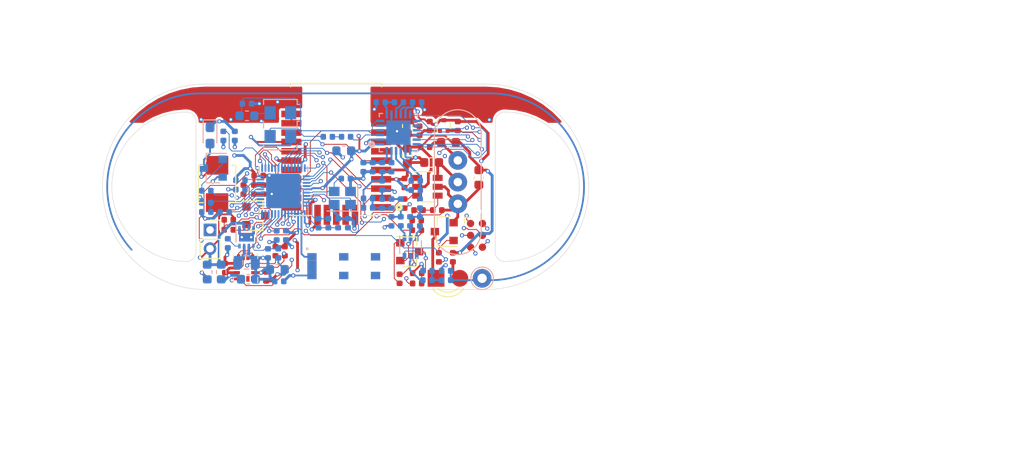
<source format=kicad_pcb>
(kicad_pcb (version 20171130) (host pcbnew 5.1.5+dfsg1-2build2)
  (layers (0 F.Cu signal) (1 In1.Cu power) (2 In2.Cu power) (31 B.Cu signal) (34 B.Paste user hide) (35 F.Paste user hide) (36 B.SilkS user hide) (37 F.SilkS user hide) (38 B.Mask user hide) (39 F.Mask user hide) (44 Edge.Cuts user))
  (net 0 "")
  (net 1 GND)
  (net 2 "Net-(AE2-Pad1)")
  (net 3 +3V3)
  (net 4 "Net-(C7-Pad1)")
  (net 5 /EN)
  (net 6 "Net-(C9-Pad2)")
  (net 7 "Net-(C10-Pad1)")
  (net 8 /XTALp)
  (net 9 /XTALn)
  (net 10 +5V)
  (net 11 +BATT)
  (net 12 "Net-(C30-Pad2)")
  (net 13 "Net-(C32-Pad2)")
  (net 14 "Net-(C32-Pad1)")
  (net 15 "Net-(C34-Pad2)")
  (net 16 "Net-(C36-Pad2)")
  (net 17 "Net-(C37-Pad2)")
  (net 18 "Net-(C37-Pad1)")
  (net 19 "Net-(C41-Pad1)")
  (net 20 "Net-(C42-Pad1)")
  (net 21 "Net-(C43-Pad2)")
  (net 22 "Net-(C43-Pad1)")
  (net 23 "Net-(C44-Pad2)")
  (net 24 "Net-(C45-Pad1)")
  (net 25 /LoRaWAN/V1)
  (net 26 "Net-(C49-Pad2)")
  (net 27 "Net-(C49-Pad1)")
  (net 28 "Net-(C50-Pad2)")
  (net 29 "Net-(D1-Pad2)")
  (net 30 "Net-(D2-Pad2)")
  (net 31 "Net-(D2-Pad1)")
  (net 32 "Net-(FB1-Pad2)")
  (net 33 "Net-(L2-Pad1)")
  (net 34 "Net-(L5-Pad2)")
  (net 35 "Net-(L8-Pad2)")
  (net 36 "Net-(L9-Pad1)")
  (net 37 "Net-(Q1-Pad3)")
  (net 38 "Net-(Q1-Pad1)")
  (net 39 "Net-(Q2-Pad1)")
  (net 40 "Net-(Q3-Pad1)")
  (net 41 /GPS_ON)
  (net 42 "Net-(Q5-Pad1)")
  (net 43 /BOOT0)
  (net 44 "Net-(R4-Pad2)")
  (net 45 "Net-(R5-Pad2)")
  (net 46 /LORA_DIO0)
  (net 47 /VBAT_MEAS_U)
  (net 48 /CHRG)
  (net 49 "Net-(R10-Pad1)")
  (net 50 "Net-(R11-Pad1)")
  (net 51 /VBAT_MEAS_ON)
  (net 52 "Net-(R15-Pad2)")
  (net 53 "Net-(R16-Pad1)")
  (net 54 /SIGNAL)
  (net 55 /LED)
  (net 56 /IMU_SCL)
  (net 57 /IMU_SDA)
  (net 58 "Net-(R25-Pad2)")
  (net 59 /LORA_DIO1)
  (net 60 /PRG_TX)
  (net 61 /PRG_RX)
  (net 62 /GPS_FORCEON)
  (net 63 /LORA_MISO)
  (net 64 /LORA_MOSI)
  (net 65 /LORA_CLK)
  (net 66 /LORA_CS)
  (net 67 "Net-(U1-Pad33)")
  (net 68 "Net-(U1-Pad32)")
  (net 69 /GPS_SDA)
  (net 70 /GPS_SCL)
  (net 71 "Net-(U1-Pad29)")
  (net 72 "Net-(U1-Pad28)")
  (net 73 /GPS_RX)
  (net 74 /GPS_TX)
  (net 75 /GPS_JAMDET)
  (net 76 /LORA_RST)
  (net 77 /GPS_GEOFENCE)
  (net 78 /GPS_3DFIX)
  (net 79 /IMU_INT2)
  (net 80 /IMU_INT1)
  (net 81 "Net-(U5-Pad30)")
  (net 82 /GPS/TIMEPULSE)
  (net 83 "Net-(U5-Pad16)")
  (net 84 "Net-(U5-Pad7)")
  (net 85 /LoRaWAN/LORA_BUSY)
  (net 86 "Net-(U6-Pad4)")
  (net 87 "Net-(X1-Pad1)")
  (net 88 "Net-(U4-Pad10)")
  (net 89 "Net-(U4-Pad11)")
  (net 90 /GPS/GPS_VCC)
  (net 91 "Net-(ANT1-Pad6)")
  (net 92 "Net-(ANT1-Pad5)")
  (net 93 "Net-(ANT1-Pad4)")
  (net 94 "Net-(ANT1-Pad3)")
  (net 95 "Net-(ANT1-Pad1)")
  (module PCB:PinSocket_1x02_P2.00mm_Vertical (layer F.Cu) (at 38.5 75.625)
    (fp_text reference J2 hide)
    (fp_text value BAT hide)
    (pad 1 thru_hole rect (at 0 0) (size 1.35 1.35) (drill 0.8) (layers *.Cu *.Mask) (net 1 GND))
    (pad 2 thru_hole oval (at 0 2) (size 1.35 1.35) (drill 0.8) (layers *.Cu *.Mask) (net 11 +BATT))
  )
  (module PCB:LED_D3.0mm_smd (layer F.Cu) (at 62.675 80.8)
    (fp_text reference D2 hide)
    (fp_text value LED hide)
    (pad 1 smd rect (at 0 0) (size 1.8 1.8) (layers F.Cu F.Paste F.Mask) (net 31 "Net-(D2-Pad1)"))
    (pad 2 smd circle (at 2.54 0) (size 1.8 1.8) (layers F.Cu F.Paste F.Mask) (net 30 "Net-(D2-Pad2)"))
  )
  (module Layout:CUI_CMT-4023S-SMT-TR (layer F.Cu) (at 39.25 70.7 270)
    (fp_text reference LS1 hide)
    (fp_text value CMT-4023S-SMT-TR hide)
    (fp_text user + (at 4.9136 0.580425 90) (layer F.SilkS) (effects (font (size 1.000732 1.000732) (thickness 0.015))))
    (pad P smd rect (at 2 0 270) (size 2 2.4) (layers F.Cu F.Paste F.Mask) (net 3 +3V3))
    (pad N smd rect (at -2 0 270) (size 2 2.4) (layers F.Cu F.Paste F.Mask) (net 29 "Net-(D1-Pad2)"))
  )
  (module PCB:XCVR_L96-M33 (layer F.Cu) (at 52 67 180)
    (fp_text reference U5 hide)
    (fp_text value L96-M33 hide)
    (pad 31 smd rect (at -2 -7 180) (size 0.7 2.15) (layers F.Cu F.Mask) (net 1 GND))
    (pad 30 smd rect (at -1 -7 180) (size 0.7 2.15) (layers F.Cu F.Mask) (net 81 "Net-(U5-Pad30)"))
    (pad 29 smd rect (at 0 -7 180) (size 0.7 2.15) (layers F.Cu F.Mask) (net 82 /GPS/TIMEPULSE))
    (pad 28 smd rect (at 1 -7 180) (size 0.7 2.15) (layers F.Cu F.Mask) (net 62 /GPS_FORCEON))
    (pad 27 smd rect (at 2 -7 180) (size 0.7 2.15) (layers F.Cu F.Mask) (net 1 GND))
    (pad 26 smd rect (at 4.8 -6.2 180) (size 2.15 0.7) (layers F.Cu F.Mask) (net 73 /GPS_RX))
    (pad 25 smd rect (at 4.8 -5.2 180) (size 2.15 0.7) (layers F.Cu F.Mask) (net 74 /GPS_TX))
    (pad 24 smd rect (at 4.8 -4.2 180) (size 2.15 0.7) (layers F.Cu F.Mask) (net 77 /GPS_GEOFENCE))
    (pad 23 smd rect (at 4.8 -3.2 180) (size 2.15 0.7) (layers F.Cu F.Mask) (net 90 /GPS/GPS_VCC))
    (pad 22 smd rect (at 4.8 -2.2 180) (size 2.15 0.7) (layers F.Cu F.Mask) (net 1 GND))
    (pad 21 smd rect (at 4.8 -1.2 180) (size 2.15 0.7) (layers F.Cu F.Mask) (net 1 GND))
    (pad 20 smd rect (at 4.8 -0.2 180) (size 2.15 0.7) (layers F.Cu F.Mask) (net 75 /GPS_JAMDET))
    (pad 19 smd rect (at 4.8 0.8 180) (size 2.15 0.7) (layers F.Cu F.Mask) (net 1 GND))
    (pad 18 smd rect (at 4.8 1.8 180) (size 2.15 0.7) (layers F.Cu F.Mask) (net 1 GND))
    (pad 17 smd rect (at 4.8 2.8 180) (size 2.15 0.7) (layers F.Cu F.Mask) (net 83 "Net-(U5-Pad16)"))
    (pad 16 smd rect (at 4.8 3.8 180) (size 2.15 0.7) (layers F.Cu F.Mask) (net 83 "Net-(U5-Pad16)"))
    (pad 15 smd rect (at 4.8 4.8 180) (size 2.15 0.7) (layers F.Cu F.Mask) (net 1 GND))
    (pad 14 smd rect (at 4.8 5.95 180) (size 2.15 0.7) (layers F.Cu F.Mask) (net 1 GND))
    (pad 13 smd rect (at -4.8 5.95 180) (size 2.15 0.7) (layers F.Cu F.Mask) (net 1 GND))
    (pad 12 smd rect (at -4.8 4.8 180) (size 2.15 0.7) (layers F.Cu F.Mask) (net 1 GND))
    (pad 11 smd rect (at -4.8 3.8 180) (size 2.15 0.7) (layers F.Cu F.Mask) (net 1 GND))
    (pad 10 smd rect (at -4.8 2.8 180) (size 2.15 0.7) (layers F.Cu F.Mask) (net 1 GND))
    (pad 9 smd rect (at -4.8 1.8 180) (size 2.15 0.7) (layers F.Cu F.Mask) (net 90 /GPS/GPS_VCC))
    (pad 8 smd rect (at -4.8 0.8 180) (size 2.15 0.7) (layers F.Cu F.Mask) (net 11 +BATT))
    (pad 7 smd rect (at -4.8 -0.2 180) (size 2.15 0.7) (layers F.Cu F.Mask) (net 84 "Net-(U5-Pad7)"))
    (pad 6 smd rect (at -4.8 -1.2 180) (size 2.15 0.7) (layers F.Cu F.Mask) (net 70 /GPS_SCL))
    (pad 5 smd rect (at -4.8 -2.2 180) (size 2.15 0.7) (layers F.Cu F.Mask) (net 1 GND))
    (pad 4 smd rect (at -4.8 -3.2 180) (size 2.15 0.7) (layers F.Cu F.Mask) (net 1 GND))
    (pad 3 smd rect (at -4.8 -4.2 180) (size 2.15 0.7) (layers F.Cu F.Mask) (net 69 /GPS_SDA))
    (pad 2 smd rect (at -4.8 -5.2 180) (size 2.15 0.7) (layers F.Cu F.Mask) (net 78 /GPS_3DFIX))
    (pad 1 smd rect (at -4.8 -6.2 180) (size 2.15 0.7) (layers F.Cu F.Mask))
  )
  (module PCB:M830520 (layer B.Cu) (at 52.8 79.5)
    (fp_text reference ANT1 hide)
    (fp_text value M830520 hide)
    (pad ~ smd rect (at -3.4 0) (size 1 1.2) (layers B.Cu B.Paste B.Mask))
    (pad 1 smd rect (at -3.4 -1 270) (size 0.8 1) (layers B.Cu B.Paste B.Mask) (net 95 "Net-(ANT1-Pad1)"))
    (pad 2 smd rect (at -3.4 1 270) (size 0.8 1) (layers B.Cu B.Paste B.Mask) (net 1 GND))
    (pad 3 smd rect (at 0 1 270) (size 0.8 1) (layers B.Cu B.Paste B.Mask) (net 94 "Net-(ANT1-Pad3)"))
    (pad 4 smd rect (at 3.4 1 270) (size 0.8 1) (layers B.Cu B.Paste B.Mask) (net 93 "Net-(ANT1-Pad4)"))
    (pad 5 smd rect (at 3.4 -1 270) (size 0.8 1) (layers B.Cu B.Paste B.Mask) (net 92 "Net-(ANT1-Pad5)"))
    (pad 6 smd rect (at 0 -1 270) (size 0.8 1) (layers B.Cu B.Paste B.Mask) (net 91 "Net-(ANT1-Pad6)"))
  )
  (module Capacitor_SMD:C_0603_1608Metric (layer F.Cu) (at 59.6 67.7 270)
    (fp_text reference C27 hide)
    (fp_text value 4u7 hide)
    (pad 2 smd roundrect (at 0.7875 0 270) (size 0.875 0.95) (layers F.Cu F.Paste F.Mask) (net 1 GND))
    (pad 1 smd roundrect (at -0.7875 0 270) (size 0.875 0.95) (layers F.Cu F.Paste F.Mask) (net 11 +BATT))
  )
  (module Layout:PQFN50P250X300X86-14N (layer F.Cu) (at 42.3 79.7 270)
    (fp_text reference U4 hide)
    (fp_text value LSM6DSOXTR hide)
    (pad 1 smd rect (at -1.16 -0.75 270) (size 0.61 0.35) (layers F.Cu F.Paste F.Mask) (net 1 GND))
    (pad 2 smd rect (at -1.16 -0.25 270) (size 0.61 0.35) (layers F.Cu F.Paste F.Mask) (net 1 GND))
    (pad 3 smd rect (at -1.16 0.25 270) (size 0.61 0.35) (layers F.Cu F.Paste F.Mask) (net 1 GND))
    (pad 4 smd rect (at -1.16 0.75 270) (size 0.61 0.35) (layers F.Cu F.Paste F.Mask) (net 80 /IMU_INT1))
    (pad 5 smd rect (at -0.5 0.91 270) (size 0.35 0.61) (layers F.Cu F.Paste F.Mask) (net 3 +3V3))
    (pad 6 smd rect (at 0 0.91 270) (size 0.35 0.61) (layers F.Cu F.Paste F.Mask) (net 1 GND))
    (pad 7 smd rect (at 0.5 0.91 270) (size 0.35 0.61) (layers F.Cu F.Paste F.Mask) (net 1 GND))
    (pad 8 smd rect (at 1.16 0.75 270) (size 0.61 0.35) (layers F.Cu F.Paste F.Mask) (net 3 +3V3))
    (pad 9 smd rect (at 1.16 0.25 270) (size 0.61 0.35) (layers F.Cu F.Paste F.Mask) (net 79 /IMU_INT2))
    (pad 10 smd rect (at 1.16 -0.25 270) (size 0.61 0.35) (layers F.Cu F.Paste F.Mask) (net 88 "Net-(U4-Pad10)"))
    (pad 11 smd rect (at 1.16 -0.75 270) (size 0.61 0.35) (layers F.Cu F.Paste F.Mask) (net 89 "Net-(U4-Pad11)"))
    (pad 12 smd rect (at 0.5 -0.91 270) (size 0.35 0.61) (layers F.Cu F.Paste F.Mask) (net 3 +3V3))
    (pad 13 smd rect (at 0 -0.91 270) (size 0.35 0.61) (layers F.Cu F.Paste F.Mask) (net 56 /IMU_SCL))
    (pad 14 smd rect (at -0.5 -0.91 270) (size 0.35 0.61) (layers F.Cu F.Paste F.Mask) (net 57 /IMU_SDA))
  )
  (module Layout:Magnetic_Charger_Clip (layer B.Cu) (at 65 70.5 90)
    (fp_text reference J1 hide)
    (fp_text value CHRG hide)
    (pad 3 thru_hole circle (at 2.325 0 90) (size 2 2) (drill 0.9) (layers *.Cu *.Mask) (net 1 GND))
    (pad 2 thru_hole circle (at 0 0 90) (size 2 2) (drill 0.9) (layers *.Cu *.Mask) (net 10 +5V))
    (pad 1 thru_hole circle (at -2.325 0 90) (size 2 2) (drill 0.9) (layers *.Cu *.Mask) (net 1 GND))
  )
  (module Layout:LiPo_302323 (layer B.Cu) (at 113 89.7 270)
    (fp_text reference BT1 hide)
    (fp_text value 302323 hide)
  )
  (module Crystal:Crystal_SMD_2520-4Pin_2.5x2.0mm (layer B.Cu) (at 52.65 72.2 180)
    (fp_text reference Y1 hide)
    (fp_text value "40MHz +-10ppm" hide)
    (pad 4 smd rect (at -0.875 0.7 180) (size 1.15 1) (layers B.Cu B.Paste B.Mask) (net 1 GND))
    (pad 3 smd rect (at 0.875 0.7 180) (size 1.15 1) (layers B.Cu B.Paste B.Mask) (net 9 /XTALn))
    (pad 2 smd rect (at 0.875 -0.7 180) (size 1.15 1) (layers B.Cu B.Paste B.Mask) (net 1 GND))
    (pad 1 smd rect (at -0.875 -0.7 180) (size 1.15 1) (layers B.Cu B.Paste B.Mask) (net 8 /XTALp))
  )
  (module Oscillator:Oscillator_SMD_TXC_7C-4Pin_5.0x3.2mm (layer B.Cu) (at 46.025 64.35 270)
    (fp_text reference X1 hide)
    (fp_text value TG2520SMN hide)
    (pad 4 smd rect (at -1.27 1.1 270) (size 1.4 1.2) (layers B.Cu B.Paste B.Mask) (net 32 "Net-(FB1-Pad2)"))
    (pad 3 smd rect (at 1.27 1.1 270) (size 1.4 1.2) (layers B.Cu B.Paste B.Mask) (net 27 "Net-(C49-Pad1)"))
    (pad 2 smd rect (at 1.27 -1.1 270) (size 1.4 1.2) (layers B.Cu B.Paste B.Mask) (net 1 GND))
    (pad 1 smd rect (at -1.27 -1.1 270) (size 1.4 1.2) (layers B.Cu B.Paste B.Mask) (net 87 "Net-(X1-Pad1)"))
  )
  (module Package_TO_SOT_SMD:SOT-363_SC-70-6 (layer B.Cu) (at 59.95 77.45 270)
    (fp_text reference U7 hide)
    (fp_text value MASW-007221 hide)
    (pad 6 smd rect (at 0.95 0.65 270) (size 0.65 0.4) (layers B.Cu B.Paste B.Mask) (net 25 /LoRaWAN/V1))
    (pad 4 smd rect (at 0.95 -0.65 270) (size 0.65 0.4) (layers B.Cu B.Paste B.Mask) (net 28 "Net-(C50-Pad2)"))
    (pad 2 smd rect (at -0.95 0 270) (size 0.65 0.4) (layers B.Cu B.Paste B.Mask) (net 1 GND))
    (pad 5 smd rect (at 0.95 0 270) (size 0.65 0.4) (layers B.Cu B.Paste B.Mask) (net 19 "Net-(C41-Pad1)"))
    (pad 3 smd rect (at -0.95 -0.65 270) (size 0.65 0.4) (layers B.Cu B.Paste B.Mask) (net 23 "Net-(C44-Pad2)"))
    (pad 1 smd rect (at -0.95 0.65 270) (size 0.65 0.4) (layers B.Cu B.Paste B.Mask) (net 17 "Net-(C37-Pad2)"))
  )
  (module PCB:QFN50P400X400X100-25N (layer B.Cu) (at 58.65 65.2)
    (fp_text reference U6 hide)
    (fp_text value SX1262IMLTRT hide)
    (pad 1 smd rect (at -1.945 1.25) (size 0.84 0.26) (layers B.Cu B.Paste B.Mask) (net 3 +3V3))
    (pad 2 smd rect (at -1.945 0.75) (size 0.84 0.26) (layers B.Cu B.Paste B.Mask) (net 1 GND))
    (pad 3 smd rect (at -1.945 0.25) (size 0.84 0.26) (layers B.Cu B.Paste B.Mask) (net 58 "Net-(R25-Pad2)"))
    (pad 4 smd rect (at -1.945 -0.25) (size 0.84 0.26) (layers B.Cu B.Paste B.Mask) (net 86 "Net-(U6-Pad4)"))
    (pad 5 smd rect (at -1.945 -0.75) (size 0.84 0.26) (layers B.Cu B.Paste B.Mask) (net 1 GND))
    (pad 6 smd rect (at -1.945 -1.25) (size 0.84 0.26) (layers B.Cu B.Paste B.Mask) (net 24 "Net-(C45-Pad1)"))
    (pad 7 smd rect (at -1.25 -1.945) (size 0.26 0.84) (layers B.Cu B.Paste B.Mask) (net 20 "Net-(C42-Pad1)"))
    (pad 8 smd rect (at -0.75 -1.945) (size 0.26 0.84) (layers B.Cu B.Paste B.Mask) (net 1 GND))
    (pad 9 smd rect (at -0.25 -1.945) (size 0.26 0.84) (layers B.Cu B.Paste B.Mask) (net 35 "Net-(L8-Pad2)"))
    (pad 10 smd rect (at 0.25 -1.945) (size 0.26 0.84) (layers B.Cu B.Paste B.Mask) (net 3 +3V3))
    (pad 11 smd rect (at 0.75 -1.945) (size 0.26 0.84) (layers B.Cu B.Paste B.Mask) (net 3 +3V3))
    (pad 12 smd rect (at 1.25 -1.945) (size 0.26 0.84) (layers B.Cu B.Paste B.Mask) (net 59 /LORA_DIO1))
    (pad 13 smd rect (at 1.945 -1.25) (size 0.84 0.26) (layers B.Cu B.Paste B.Mask) (net 46 /LORA_DIO0))
    (pad 14 smd rect (at 1.945 -0.75) (size 0.84 0.26) (layers B.Cu B.Paste B.Mask) (net 85 /LoRaWAN/LORA_BUSY))
    (pad 15 smd rect (at 1.945 -0.25) (size 0.84 0.26) (layers B.Cu B.Paste B.Mask) (net 76 /LORA_RST))
    (pad 16 smd rect (at 1.945 0.25) (size 0.84 0.26) (layers B.Cu B.Paste B.Mask) (net 63 /LORA_MISO))
    (pad 17 smd rect (at 1.945 0.75) (size 0.84 0.26) (layers B.Cu B.Paste B.Mask) (net 64 /LORA_MOSI))
    (pad 18 smd rect (at 1.945 1.25) (size 0.84 0.26) (layers B.Cu B.Paste B.Mask) (net 65 /LORA_CLK))
    (pad 19 smd rect (at 1.25 1.945) (size 0.26 0.84) (layers B.Cu B.Paste B.Mask) (net 66 /LORA_CS))
    (pad 20 smd rect (at 0.75 1.945) (size 0.26 0.84) (layers B.Cu B.Paste B.Mask) (net 1 GND))
    (pad 21 smd rect (at 0.25 1.945) (size 0.26 0.84) (layers B.Cu B.Paste B.Mask) (net 22 "Net-(C43-Pad1)"))
    (pad 22 smd rect (at -0.25 1.945) (size 0.26 0.84) (layers B.Cu B.Paste B.Mask) (net 36 "Net-(L9-Pad1)"))
    (pad 23 smd rect (at -0.75 1.945) (size 0.26 0.84) (layers B.Cu B.Paste B.Mask) (net 34 "Net-(L5-Pad2)"))
    (pad 24 smd rect (at -1.25 1.945) (size 0.26 0.84) (layers B.Cu B.Paste B.Mask) (net 12 "Net-(C30-Pad2)"))
    (pad 25 smd rect (at 0 0) (size 2.6 2.6) (layers B.Cu B.Mask) (net 1 GND))
  )
  (module Package_SON:WSON-8-1EP_2x2mm_P0.5mm_EP0.9x1.6mm_ThermalVias (layer B.Cu) (at 42.4 76.4 270)
    (fp_text reference U3 hide)
    (fp_text value TPS62172DSG hide)
    (pad 9 smd rect (at 0 0 270) (size 0.9 1.6) (layers F.Cu) (net 1 GND))
    (pad 6 smd rect (at 0.95 -0.25 270) (size 0.5 0.25) (layers B.Cu B.Paste B.Mask) (net 3 +3V3))
    (pad 5 smd rect (at 0.95 -0.75 270) (size 0.5 0.25) (layers B.Cu B.Paste B.Mask) (net 52 "Net-(R15-Pad2)"))
    (pad 4 smd rect (at -0.95 -0.75 270) (size 0.5 0.25) (layers B.Cu B.Paste B.Mask) (net 1 GND))
    (pad 2 smd rect (at -0.95 0.25 270) (size 0.5 0.25) (layers B.Cu B.Paste B.Mask) (net 11 +BATT))
    (pad 1 smd rect (at -0.95 0.75 270) (size 0.5 0.25) (layers B.Cu B.Paste B.Mask) (net 1 GND))
    (pad 9 smd rect (at 0 0 270) (size 0.9 1.6) (layers B.Cu B.Mask) (net 1 GND))
    (pad 9 thru_hole circle (at 0 -0.5 270) (size 0.6 0.6) (drill 0.25) (layers *.Cu) (net 1 GND))
    (pad 9 thru_hole circle (at 0 0.5 270) (size 0.6 0.6) (drill 0.25) (layers *.Cu) (net 1 GND))
    (pad 8 smd rect (at 0.95 0.75 270) (size 0.5 0.25) (layers B.Cu B.Paste B.Mask) (net 53 "Net-(R16-Pad1)"))
    (pad 7 smd rect (at 0.95 0.25 270) (size 0.5 0.25) (layers B.Cu B.Paste B.Mask) (net 33 "Net-(L2-Pad1)"))
    (pad 3 smd rect (at -0.95 -0.25 270) (size 0.5 0.25) (layers B.Cu B.Paste B.Mask) (net 11 +BATT))
  )
  (module Package_TO_SOT_SMD:SOT-23-6 (layer F.Cu) (at 61.75 71)
    (fp_text reference U2 hide)
    (fp_text value BQ21040DBVR hide)
    (pad 5 smd rect (at 1.1 0) (size 1.06 0.65) (layers F.Cu F.Paste F.Mask) (net 1 GND))
    (pad 6 smd rect (at 1.1 -0.95) (size 1.06 0.65) (layers F.Cu F.Paste F.Mask) (net 10 +5V))
    (pad 4 smd rect (at 1.1 0.95) (size 1.06 0.65) (layers F.Cu F.Paste F.Mask) (net 50 "Net-(R11-Pad1)"))
    (pad 3 smd rect (at -1.1 0.95) (size 1.06 0.65) (layers F.Cu F.Paste F.Mask) (net 48 /CHRG))
    (pad 2 smd rect (at -1.1 0) (size 1.06 0.65) (layers F.Cu F.Paste F.Mask) (net 11 +BATT))
    (pad 1 smd rect (at -1.1 -0.95) (size 1.06 0.65) (layers F.Cu F.Paste F.Mask) (net 49 "Net-(R10-Pad1)"))
  )
  (module Package_DFN_QFN:QFN-48-1EP_5x5mm_P0.35mm_EP3.7x3.7mm (layer B.Cu) (at 46.35 71.45 90)
    (fp_text reference U1 hide)
    (fp_text value ESP32-D2WD hide)
    (pad 48 smd roundrect (at -1.575 2.45 90) (size 0.2 0.8) (layers B.Cu B.Paste B.Mask) (net 7 "Net-(C10-Pad1)"))
    (pad 47 smd roundrect (at -1.225 2.45 90) (size 0.2 0.8) (layers B.Cu B.Paste B.Mask) (net 6 "Net-(C9-Pad2)"))
    (pad 46 smd roundrect (at -0.875 2.45 90) (size 0.2 0.8) (layers B.Cu B.Paste B.Mask) (net 3 +3V3))
    (pad 45 smd roundrect (at -0.525 2.45 90) (size 0.2 0.8) (layers B.Cu B.Paste B.Mask) (net 8 /XTALp))
    (pad 44 smd roundrect (at -0.175 2.45 90) (size 0.2 0.8) (layers B.Cu B.Paste B.Mask) (net 9 /XTALn))
    (pad 43 smd roundrect (at 0.175 2.45 90) (size 0.2 0.8) (layers B.Cu B.Paste B.Mask) (net 3 +3V3))
    (pad 42 smd roundrect (at 0.525 2.45 90) (size 0.2 0.8) (layers B.Cu B.Paste B.Mask) (net 54 /SIGNAL))
    (pad 41 smd roundrect (at 0.875 2.45 90) (size 0.2 0.8) (layers B.Cu B.Paste B.Mask) (net 61 /PRG_RX))
    (pad 40 smd roundrect (at 1.225 2.45 90) (size 0.2 0.8) (layers B.Cu B.Paste B.Mask) (net 60 /PRG_TX))
    (pad 39 smd roundrect (at 1.575 2.45 90) (size 0.2 0.8) (layers B.Cu B.Paste B.Mask) (net 62 /GPS_FORCEON))
    (pad 38 smd roundrect (at 2.45 2.275 90) (size 0.8 0.2) (layers B.Cu B.Paste B.Mask) (net 63 /LORA_MISO))
    (pad 37 smd roundrect (at 2.45 1.925 90) (size 0.8 0.2) (layers B.Cu B.Paste B.Mask) (net 3 +3V3))
    (pad 36 smd roundrect (at 2.45 1.575 90) (size 0.8 0.2) (layers B.Cu B.Paste B.Mask) (net 64 /LORA_MOSI))
    (pad 35 smd roundrect (at 2.45 1.225 90) (size 0.8 0.2) (layers B.Cu B.Paste B.Mask) (net 65 /LORA_CLK))
    (pad 34 smd roundrect (at 2.45 0.875 90) (size 0.8 0.2) (layers B.Cu B.Paste B.Mask) (net 66 /LORA_CS))
    (pad 33 smd roundrect (at 2.45 0.525 90) (size 0.8 0.2) (layers B.Cu B.Paste B.Mask) (net 67 "Net-(U1-Pad33)"))
    (pad 32 smd roundrect (at 2.45 0.175 90) (size 0.8 0.2) (layers B.Cu B.Paste B.Mask) (net 68 "Net-(U1-Pad32)"))
    (pad 31 smd roundrect (at 2.45 -0.175 90) (size 0.8 0.2) (layers B.Cu B.Paste B.Mask) (net 69 /GPS_SDA))
    (pad 30 smd roundrect (at 2.45 -0.525 90) (size 0.8 0.2) (layers B.Cu B.Paste B.Mask) (net 70 /GPS_SCL))
    (pad 29 smd roundrect (at 2.45 -0.875 90) (size 0.8 0.2) (layers B.Cu B.Paste B.Mask) (net 71 "Net-(U1-Pad29)"))
    (pad 28 smd roundrect (at 2.45 -1.225 90) (size 0.8 0.2) (layers B.Cu B.Paste B.Mask) (net 72 "Net-(U1-Pad28)"))
    (pad 27 smd roundrect (at 2.45 -1.575 90) (size 0.8 0.2) (layers B.Cu B.Paste B.Mask) (net 73 /GPS_RX))
    (pad 26 smd roundrect (at 2.45 -1.925 90) (size 0.8 0.2) (layers B.Cu B.Paste B.Mask) (net 4 "Net-(C7-Pad1)"))
    (pad 25 smd roundrect (at 2.45 -2.275 90) (size 0.8 0.2) (layers B.Cu B.Paste B.Mask) (net 74 /GPS_TX))
    (pad 24 smd roundrect (at 1.575 -2.45 90) (size 0.2 0.8) (layers B.Cu B.Paste B.Mask) (net 75 /GPS_JAMDET))
    (pad 23 smd roundrect (at 1.225 -2.45 90) (size 0.2 0.8) (layers B.Cu B.Paste B.Mask) (net 43 /BOOT0))
    (pad 22 smd roundrect (at 0.875 -2.45 90) (size 0.2 0.8) (layers B.Cu B.Paste B.Mask) (net 46 /LORA_DIO0))
    (pad 21 smd roundrect (at 0.525 -2.45 90) (size 0.2 0.8) (layers B.Cu B.Paste B.Mask) (net 45 "Net-(R5-Pad2)"))
    (pad 20 smd roundrect (at 0.175 -2.45 90) (size 0.2 0.8) (layers B.Cu B.Paste B.Mask) (net 55 /LED))
    (pad 19 smd roundrect (at -0.175 -2.45 90) (size 0.2 0.8) (layers B.Cu B.Paste B.Mask) (net 3 +3V3))
    (pad 18 smd roundrect (at -0.525 -2.45 90) (size 0.2 0.8) (layers B.Cu B.Paste B.Mask) (net 44 "Net-(R4-Pad2)"))
    (pad 17 smd roundrect (at -0.875 -2.45 90) (size 0.2 0.8) (layers B.Cu B.Paste B.Mask) (net 76 /LORA_RST))
    (pad 16 smd roundrect (at -1.225 -2.45 90) (size 0.2 0.8) (layers B.Cu B.Paste B.Mask) (net 56 /IMU_SCL))
    (pad 15 smd roundrect (at -1.575 -2.45 90) (size 0.2 0.8) (layers B.Cu B.Paste B.Mask) (net 57 /IMU_SDA))
    (pad 14 smd roundrect (at -2.45 -2.275 90) (size 0.8 0.2) (layers B.Cu B.Paste B.Mask) (net 59 /LORA_DIO1))
    (pad 13 smd roundrect (at -2.45 -1.925 90) (size 0.8 0.2) (layers B.Cu B.Paste B.Mask) (net 47 /VBAT_MEAS_U))
    (pad 12 smd roundrect (at -2.45 -1.575 90) (size 0.8 0.2) (layers B.Cu B.Paste B.Mask) (net 51 /VBAT_MEAS_ON))
    (pad 11 smd roundrect (at -2.45 -1.225 90) (size 0.8 0.2) (layers B.Cu B.Paste B.Mask) (net 41 /GPS_ON))
    (pad 10 smd roundrect (at -2.45 -0.875 90) (size 0.8 0.2) (layers B.Cu B.Paste B.Mask) (net 48 /CHRG))
    (pad 9 smd roundrect (at -2.45 -0.525 90) (size 0.8 0.2) (layers B.Cu B.Paste B.Mask) (net 5 /EN))
    (pad 8 smd roundrect (at -2.45 -0.175 90) (size 0.8 0.2) (layers B.Cu B.Paste B.Mask) (net 77 /GPS_GEOFENCE))
    (pad 7 smd roundrect (at -2.45 0.175 90) (size 0.8 0.2) (layers B.Cu B.Paste B.Mask) (net 78 /GPS_3DFIX))
    (pad 6 smd roundrect (at -2.45 0.525 90) (size 0.8 0.2) (layers B.Cu B.Paste B.Mask) (net 79 /IMU_INT2))
    (pad 5 smd roundrect (at -2.45 0.875 90) (size 0.8 0.2) (layers B.Cu B.Paste B.Mask) (net 80 /IMU_INT1))
    (pad 4 smd roundrect (at -2.45 1.225 90) (size 0.8 0.2) (layers B.Cu B.Paste B.Mask) (net 3 +3V3))
    (pad 3 smd roundrect (at -2.45 1.575 90) (size 0.8 0.2) (layers B.Cu B.Paste B.Mask) (net 3 +3V3))
    (pad 2 smd roundrect (at -2.45 1.925 90) (size 0.8 0.2) (layers B.Cu B.Paste B.Mask) (net 95 "Net-(ANT1-Pad1)"))
    (pad 1 smd roundrect (at -2.45 2.275 90) (size 0.8 0.2) (layers B.Cu B.Paste B.Mask) (net 3 +3V3))
    (pad 49 smd roundrect (at 0 0 90) (size 3.7 3.7) (layers B.Cu B.Mask) (roundrect_rratio 0.067568) (net 1 GND))
  )
  (module Connector:Tag-Connect_TC2030-IDC-NL_2x03_P1.27mm_Vertical (layer F.Cu) (at 67 76.2 270)
    (fp_text reference TC1 hide)
    (fp_text value TC2030-IDC hide)
    (pad 6 connect circle (at 1.27 -0.635 270) (size 0.7874 0.7874) (layers F.Cu F.Mask) (net 43 /BOOT0))
    (pad 5 connect circle (at 1.27 0.635 270) (size 0.7874 0.7874) (layers F.Cu F.Mask) (net 1 GND))
    (pad 4 connect circle (at 0 -0.635 270) (size 0.7874 0.7874) (layers F.Cu F.Mask) (net 60 /PRG_TX))
    (pad 3 connect circle (at 0 0.635 270) (size 0.7874 0.7874) (layers F.Cu F.Mask) (net 5 /EN))
    (pad 2 connect circle (at -1.27 -0.635 270) (size 0.7874 0.7874) (layers F.Cu F.Mask) (net 61 /PRG_RX))
    (pad 1 connect circle (at -1.27 0.635 270) (size 0.7874 0.7874) (layers F.Cu F.Mask) (net 3 +3V3))
    (pad "" np_thru_hole circle (at -2.54 0 270) (size 0.9906 0.9906) (drill 0.9906) (layers *.Cu *.Mask))
    (pad "" np_thru_hole circle (at 2.54 1.016 270) (size 0.9906 0.9906) (drill 0.9906) (layers *.Cu *.Mask))
    (pad "" np_thru_hole circle (at 2.54 -1.016 270) (size 0.9906 0.9906) (drill 0.9906) (layers *.Cu *.Mask))
  )
  (module Resistor_SMD:R_0402_1005Metric (layer F.Cu) (at 62 64.5 270)
    (fp_text reference R28 hide)
    (fp_text value 0R hide)
    (pad 2 smd roundrect (at 0.485 0 270) (size 0.59 0.64) (layers F.Cu F.Paste F.Mask) (net 90 /GPS/GPS_VCC))
    (pad 1 smd roundrect (at -0.485 0 270) (size 0.59 0.64) (layers F.Cu F.Paste F.Mask) (net 3 +3V3))
  )
  (module Resistor_SMD:R_0402_1005Metric (layer F.Cu) (at 58.775 80.85 270)
    (fp_text reference R27 hide)
    (fp_text value 100 hide)
    (pad 2 smd roundrect (at 0.485 0 270) (size 0.59 0.64) (layers F.Cu F.Paste F.Mask) (net 42 "Net-(Q5-Pad1)"))
    (pad 1 smd roundrect (at -0.485 0 270) (size 0.59 0.64) (layers F.Cu F.Paste F.Mask) (net 28 "Net-(C50-Pad2)"))
  )
  (module Resistor_SMD:R_0402_1005Metric (layer F.Cu) (at 60.62 75.65)
    (fp_text reference R26 hide)
    (fp_text value 100 hide)
    (pad 2 smd roundrect (at 0.485 0) (size 0.59 0.64) (layers F.Cu F.Paste F.Mask) (net 28 "Net-(C50-Pad2)"))
    (pad 1 smd roundrect (at -0.485 0) (size 0.59 0.64) (layers F.Cu F.Paste F.Mask) (net 59 /LORA_DIO1))
  )
  (module Resistor_SMD:R_0402_1005Metric (layer B.Cu) (at 53.05 65.65)
    (fp_text reference R25 hide)
    (fp_text value R hide)
    (pad 2 smd roundrect (at 0.485 0) (size 0.59 0.64) (layers B.Cu B.Paste B.Mask) (net 58 "Net-(R25-Pad2)"))
    (pad 1 smd roundrect (at -0.485 0) (size 0.59 0.64) (layers B.Cu B.Paste B.Mask) (net 26 "Net-(C49-Pad2)"))
  )
  (module Resistor_SMD:R_0402_1005Metric (layer F.Cu) (at 60.65 81.35)
    (fp_text reference R24 hide)
    (fp_text value 100k hide)
    (pad 2 smd roundrect (at 0.485 0) (size 0.59 0.64) (layers F.Cu F.Paste F.Mask) (net 25 /LoRaWAN/V1))
    (pad 1 smd roundrect (at -0.485 0) (size 0.59 0.64) (layers F.Cu F.Paste F.Mask) (net 3 +3V3))
  )
  (module Resistor_SMD:R_0402_1005Metric (layer F.Cu) (at 65 64.5 90)
    (fp_text reference R23 hide)
    (fp_text value 100k hide)
    (pad 2 smd roundrect (at 0.485 0 90) (size 0.59 0.64) (layers F.Cu F.Paste F.Mask) (net 3 +3V3))
    (pad 1 smd roundrect (at -0.485 0 90) (size 0.59 0.64) (layers F.Cu F.Paste F.Mask) (net 41 /GPS_ON))
  )
  (module Resistor_SMD:R_0402_1005Metric (layer F.Cu) (at 45.5 77.9 270)
    (fp_text reference R22 hide)
    (fp_text value 10k hide)
    (pad 2 smd roundrect (at 0.485 0 270) (size 0.59 0.64) (layers F.Cu F.Paste F.Mask) (net 57 /IMU_SDA))
    (pad 1 smd roundrect (at -0.485 0 270) (size 0.59 0.64) (layers F.Cu F.Paste F.Mask) (net 3 +3V3))
  )
  (module Resistor_SMD:R_0402_1005Metric (layer F.Cu) (at 46.5 77.9 270)
    (fp_text reference R21 hide)
    (fp_text value 10k hide)
    (pad 2 smd roundrect (at 0.485 0 270) (size 0.59 0.64) (layers F.Cu F.Paste F.Mask) (net 56 /IMU_SCL))
    (pad 1 smd roundrect (at -0.485 0 270) (size 0.59 0.64) (layers F.Cu F.Paste F.Mask) (net 3 +3V3))
  )
  (module Resistor_SMD:R_0402_1005Metric (layer F.Cu) (at 62.975 78.55 90)
    (fp_text reference R20 hide)
    (fp_text value 100 hide)
    (pad 2 smd roundrect (at 0.485 0 90) (size 0.59 0.64) (layers F.Cu F.Paste F.Mask) (net 40 "Net-(Q3-Pad1)"))
    (pad 1 smd roundrect (at -0.485 0 90) (size 0.59 0.64) (layers F.Cu F.Paste F.Mask) (net 55 /LED))
  )
  (module Resistor_SMD:R_0402_1005Metric (layer B.Cu) (at 38.1 71.425 180)
    (fp_text reference R19 hide)
    (fp_text value 100 hide)
    (pad 2 smd roundrect (at 0.485 0 180) (size 0.59 0.64) (layers B.Cu B.Paste B.Mask) (net 39 "Net-(Q2-Pad1)"))
    (pad 1 smd roundrect (at -0.485 0 180) (size 0.59 0.64) (layers B.Cu B.Paste B.Mask) (net 54 /SIGNAL))
  )
  (module Resistor_SMD:R_0402_1005Metric (layer F.Cu) (at 64.475 78.55 270)
    (fp_text reference R18 hide)
    (fp_text value R hide)
    (pad 2 smd roundrect (at 0.485 0 270) (size 0.59 0.64) (layers F.Cu F.Paste F.Mask) (net 30 "Net-(D2-Pad2)"))
    (pad 1 smd roundrect (at -0.485 0 270) (size 0.59 0.64) (layers F.Cu F.Paste F.Mask) (net 11 +BATT))
  )
  (module Resistor_SMD:R_0402_1005Metric (layer B.Cu) (at 45.8 78.125 90)
    (fp_text reference R17 hide)
    (fp_text value 150K hide)
    (pad 2 smd roundrect (at 0.485 0 90) (size 0.59 0.64) (layers B.Cu B.Paste B.Mask) (net 52 "Net-(R15-Pad2)"))
    (pad 1 smd roundrect (at -0.485 0 90) (size 0.59 0.64) (layers B.Cu B.Paste B.Mask) (net 1 GND))
  )
  (module Resistor_SMD:R_0402_1005Metric (layer B.Cu) (at 40.4 77.05 270)
    (fp_text reference R16 hide)
    (fp_text value 150K hide)
    (pad 2 smd roundrect (at 0.485 0 270) (size 0.59 0.64) (layers B.Cu B.Paste B.Mask) (net 3 +3V3))
    (pad 1 smd roundrect (at -0.485 0 270) (size 0.59 0.64) (layers B.Cu B.Paste B.Mask) (net 53 "Net-(R16-Pad1)"))
  )
  (module Resistor_SMD:R_0402_1005Metric (layer B.Cu) (at 44.7 78.125 90)
    (fp_text reference R15 hide)
    (fp_text value 470K hide)
    (pad 2 smd roundrect (at 0.485 0 90) (size 0.59 0.64) (layers B.Cu B.Paste B.Mask) (net 52 "Net-(R15-Pad2)"))
    (pad 1 smd roundrect (at -0.485 0 90) (size 0.59 0.64) (layers B.Cu B.Paste B.Mask) (net 3 +3V3))
  )
  (module Resistor_SMD:R_0402_1005Metric (layer F.Cu) (at 42.075 71.3 270)
    (fp_text reference R14 hide)
    (fp_text value 100 hide)
    (pad 2 smd roundrect (at 0.485 0 270) (size 0.59 0.64) (layers F.Cu F.Paste F.Mask) (net 38 "Net-(Q1-Pad1)"))
    (pad 1 smd roundrect (at -0.485 0 270) (size 0.59 0.64) (layers F.Cu F.Paste F.Mask) (net 51 /VBAT_MEAS_ON))
  )
  (module Resistor_SMD:R_0402_1005Metric (layer F.Cu) (at 40.5 75.6)
    (fp_text reference R13 hide)
    (fp_text value 8k2 hide)
    (pad 2 smd roundrect (at 0.485 0) (size 0.59 0.64) (layers F.Cu F.Paste F.Mask) (net 37 "Net-(Q1-Pad3)"))
    (pad 1 smd roundrect (at -0.485 0) (size 0.59 0.64) (layers F.Cu F.Paste F.Mask) (net 47 /VBAT_MEAS_U))
  )
  (module Resistor_SMD:R_0402_1005Metric (layer F.Cu) (at 60.8 73.5 180)
    (fp_text reference R12 hide)
    (fp_text value 2k4 hide)
    (pad 2 smd roundrect (at 0.485 0 180) (size 0.59 0.64) (layers F.Cu F.Paste F.Mask) (net 1 GND))
    (pad 1 smd roundrect (at -0.485 0 180) (size 0.59 0.64) (layers F.Cu F.Paste F.Mask) (net 50 "Net-(R11-Pad1)"))
  )
  (module Resistor_SMD:R_0402_1005Metric (layer F.Cu) (at 62.8 73.5)
    (fp_text reference R11 hide)
    (fp_text value 10k hide)
    (pad 2 smd roundrect (at 0.485 0) (size 0.59 0.64) (layers F.Cu F.Paste F.Mask) (net 1 GND))
    (pad 1 smd roundrect (at -0.485 0) (size 0.59 0.64) (layers F.Cu F.Paste F.Mask) (net 50 "Net-(R11-Pad1)"))
  )
  (module Resistor_SMD:R_0402_1005Metric (layer F.Cu) (at 59.3 70.6 90)
    (fp_text reference R10 hide)
    (fp_text value 10k hide)
    (pad 2 smd roundrect (at 0.485 0 90) (size 0.59 0.64) (layers F.Cu F.Paste F.Mask) (net 1 GND))
    (pad 1 smd roundrect (at -0.485 0 90) (size 0.59 0.64) (layers F.Cu F.Paste F.Mask) (net 49 "Net-(R10-Pad1)"))
  )
  (module Resistor_SMD:R_0402_1005Metric (layer F.Cu) (at 59.3 72.8 90)
    (fp_text reference R9 hide)
    (fp_text value 470K hide)
    (pad 2 smd roundrect (at 0.485 0 90) (size 0.59 0.64) (layers F.Cu F.Paste F.Mask) (net 48 /CHRG))
    (pad 1 smd roundrect (at -0.485 0 90) (size 0.59 0.64) (layers F.Cu F.Paste F.Mask) (net 3 +3V3))
  )
  (module Resistor_SMD:R_0402_1005Metric (layer F.Cu) (at 40.5 74.525 180)
    (fp_text reference R8 hide)
    (fp_text value 2k4 hide)
    (pad 2 smd roundrect (at 0.485 0 180) (size 0.59 0.64) (layers F.Cu F.Paste F.Mask) (net 47 /VBAT_MEAS_U))
    (pad 1 smd roundrect (at -0.485 0 180) (size 0.59 0.64) (layers F.Cu F.Paste F.Mask) (net 11 +BATT))
  )
  (module Resistor_SMD:R_0402_1005Metric (layer B.Cu) (at 38.1 72.7 180)
    (fp_text reference R7 hide)
    (fp_text value 1K hide)
    (pad 2 smd roundrect (at 0.485 0 180) (size 0.59 0.64) (layers B.Cu B.Paste B.Mask) (net 1 GND))
    (pad 1 smd roundrect (at -0.485 0 180) (size 0.59 0.64) (layers B.Cu B.Paste B.Mask) (net 45 "Net-(R5-Pad2)"))
  )
  (module Resistor_SMD:R_0402_1005Metric (layer B.Cu) (at 41.75 71.3 180)
    (fp_text reference R6 hide)
    (fp_text value 1k hide)
    (pad 2 smd roundrect (at 0.485 0 180) (size 0.59 0.64) (layers B.Cu B.Paste B.Mask) (net 1 GND))
    (pad 1 smd roundrect (at -0.485 0 180) (size 0.59 0.64) (layers B.Cu B.Paste B.Mask) (net 46 /LORA_DIO0))
  )
  (module Resistor_SMD:R_0402_1005Metric (layer B.Cu) (at 38.1 73.7)
    (fp_text reference R5 hide)
    (fp_text value 1K hide)
    (pad 2 smd roundrect (at 0.485 0) (size 0.59 0.64) (layers B.Cu B.Paste B.Mask) (net 45 "Net-(R5-Pad2)"))
    (pad 1 smd roundrect (at -0.485 0) (size 0.59 0.64) (layers B.Cu B.Paste B.Mask) (net 3 +3V3))
  )
  (module Resistor_SMD:R_0402_1005Metric (layer B.Cu) (at 40.05 73.7)
    (fp_text reference R4 hide)
    (fp_text value 1K hide)
    (pad 2 smd roundrect (at 0.485 0) (size 0.59 0.64) (layers B.Cu B.Paste B.Mask) (net 44 "Net-(R4-Pad2)"))
    (pad 1 smd roundrect (at -0.485 0) (size 0.59 0.64) (layers B.Cu B.Paste B.Mask) (net 3 +3V3))
  )
  (module Resistor_SMD:R_0402_1005Metric (layer B.Cu) (at 41.75 70.3)
    (fp_text reference R3 hide)
    (fp_text value 1k hide)
    (pad 2 smd roundrect (at 0.485 0) (size 0.59 0.64) (layers B.Cu B.Paste B.Mask) (net 43 /BOOT0))
    (pad 1 smd roundrect (at -0.485 0) (size 0.59 0.64) (layers B.Cu B.Paste B.Mask) (net 3 +3V3))
  )
  (module Resistor_SMD:R_0402_1005Metric (layer B.Cu) (at 51.15 74.9 90)
    (fp_text reference R2 hide)
    (fp_text value 20K hide)
    (pad 2 smd roundrect (at 0.485 0 90) (size 0.59 0.64) (layers B.Cu B.Paste B.Mask) (net 6 "Net-(C9-Pad2)"))
    (pad 1 smd roundrect (at -0.485 0 90) (size 0.59 0.64) (layers B.Cu B.Paste B.Mask) (net 7 "Net-(C10-Pad1)"))
  )
  (module Resistor_SMD:R_0402_1005Metric (layer B.Cu) (at 45.625 76.21 90)
    (fp_text reference R1 hide)
    (fp_text value R hide)
    (pad 2 smd roundrect (at 0.485 0 90) (size 0.59 0.64) (layers B.Cu B.Paste B.Mask) (net 5 /EN))
    (pad 1 smd roundrect (at -0.485 0 90) (size 0.59 0.64) (layers B.Cu B.Paste B.Mask) (net 3 +3V3))
  )
  (module Package_TO_SOT_SMD:SOT-23 (layer F.Cu) (at 59.85 77.95)
    (fp_text reference Q5 hide)
    (fp_text value MMBT3904 hide)
    (pad 3 smd rect (at 1 0) (size 0.9 0.8) (layers F.Cu F.Paste F.Mask) (net 25 /LoRaWAN/V1))
    (pad 2 smd rect (at -1 0.95) (size 0.9 0.8) (layers F.Cu F.Paste F.Mask) (net 1 GND))
    (pad 1 smd rect (at -1 -0.95) (size 0.9 0.8) (layers F.Cu F.Paste F.Mask) (net 42 "Net-(Q5-Pad1)"))
  )
  (module Package_TO_SOT_SMD:SOT-723 (layer F.Cu) (at 63.5 64.45 90)
    (fp_text reference Q4 hide)
    (fp_text value Q_PMOS_DGS hide)
    (pad 3 smd rect (at 0.575 0 90) (size 0.45 0.5) (layers F.Cu F.Paste F.Mask) (net 3 +3V3))
    (pad 2 smd rect (at -0.575 0.4 90) (size 0.45 0.4) (layers F.Cu F.Paste F.Mask) (net 41 /GPS_ON))
    (pad 1 smd rect (at -0.575 -0.4 90) (size 0.45 0.4) (layers F.Cu F.Paste F.Mask) (net 90 /GPS/GPS_VCC))
  )
  (module Package_TO_SOT_SMD:SOT-23 (layer F.Cu) (at 63.55 75.8 180)
    (fp_text reference Q3 hide)
    (fp_text value MMBT3904 hide)
    (pad 3 smd rect (at 1 0 180) (size 0.9 0.8) (layers F.Cu F.Paste F.Mask) (net 31 "Net-(D2-Pad1)"))
    (pad 2 smd rect (at -1 0.95 180) (size 0.9 0.8) (layers F.Cu F.Paste F.Mask) (net 1 GND))
    (pad 1 smd rect (at -1 -0.95 180) (size 0.9 0.8) (layers F.Cu F.Paste F.Mask) (net 40 "Net-(Q3-Pad1)"))
  )
  (module Package_TO_SOT_SMD:SOT-23 (layer B.Cu) (at 38.85 69 180)
    (fp_text reference Q2 hide)
    (fp_text value MMBT3904 hide)
    (pad 3 smd rect (at 1 0 180) (size 0.9 0.8) (layers B.Cu B.Paste B.Mask) (net 29 "Net-(D1-Pad2)"))
    (pad 2 smd rect (at -1 -0.95 180) (size 0.9 0.8) (layers B.Cu B.Paste B.Mask) (net 1 GND))
    (pad 1 smd rect (at -1 0.95 180) (size 0.9 0.8) (layers B.Cu B.Paste B.Mask) (net 39 "Net-(Q2-Pad1)"))
  )
  (module Package_TO_SOT_SMD:SOT-23 (layer F.Cu) (at 43.4 74.1)
    (fp_text reference Q1 hide)
    (fp_text value MMBT3904 hide)
    (pad 3 smd rect (at 1 0) (size 0.9 0.8) (layers F.Cu F.Paste F.Mask) (net 37 "Net-(Q1-Pad3)"))
    (pad 2 smd rect (at -1 0.95) (size 0.9 0.8) (layers F.Cu F.Paste F.Mask) (net 1 GND))
    (pad 1 smd rect (at -1 -0.95) (size 0.9 0.8) (layers F.Cu F.Paste F.Mask) (net 38 "Net-(Q1-Pad1)"))
  )
  (module Inductor_SMD:L_0402_1005Metric (layer B.Cu) (at 60.5 70.35)
    (fp_text reference L9 hide)
    (fp_text value L_Small hide)
    (pad 2 smd roundrect (at 0.485 0) (size 0.59 0.64) (layers B.Cu B.Paste B.Mask) (net 22 "Net-(C43-Pad1)"))
    (pad 1 smd roundrect (at -0.485 0) (size 0.59 0.64) (layers B.Cu B.Paste B.Mask) (net 36 "Net-(L9-Pad1)"))
  )
  (module Inductor_SMD:L_0402_1005Metric (layer B.Cu) (at 58.7 61.95)
    (fp_text reference L8 hide)
    (fp_text value 15u hide)
    (pad 2 smd roundrect (at 0.485 0) (size 0.59 0.64) (layers B.Cu B.Paste B.Mask) (net 35 "Net-(L8-Pad2)"))
    (pad 1 smd roundrect (at -0.485 0) (size 0.59 0.64) (layers B.Cu B.Paste B.Mask) (net 20 "Net-(C42-Pad1)"))
  )
  (module Inductor_SMD:L_0402_1005Metric (layer B.Cu) (at 58.9 72.8 90)
    (fp_text reference L7 hide)
    (fp_text value L_Small hide)
    (pad 2 smd roundrect (at 0.485 0 90) (size 0.59 0.64) (layers B.Cu B.Paste B.Mask) (net 16 "Net-(C36-Pad2)"))
    (pad 1 smd roundrect (at -0.485 0 90) (size 0.59 0.64) (layers B.Cu B.Paste B.Mask) (net 18 "Net-(C37-Pad1)"))
  )
  (module Inductor_SMD:L_0402_1005Metric (layer B.Cu) (at 55.4 73.25 180)
    (fp_text reference L6 hide)
    (fp_text value L_Small hide)
    (pad 2 smd roundrect (at 0.485 0 180) (size 0.59 0.64) (layers B.Cu B.Paste B.Mask) (net 14 "Net-(C32-Pad1)"))
    (pad 1 smd roundrect (at -0.485 0 180) (size 0.59 0.64) (layers B.Cu B.Paste B.Mask) (net 13 "Net-(C32-Pad2)"))
  )
  (module Inductor_SMD:L_0402_1005Metric (layer B.Cu) (at 57.9 68.9 90)
    (fp_text reference L5 hide)
    (fp_text value L_Small hide)
    (pad 2 smd roundrect (at 0.485 0 90) (size 0.59 0.64) (layers B.Cu B.Paste B.Mask) (net 34 "Net-(L5-Pad2)"))
    (pad 1 smd roundrect (at -0.485 0 90) (size 0.59 0.64) (layers B.Cu B.Paste B.Mask) (net 14 "Net-(C32-Pad1)"))
  )
  (module Inductor_SMD:L_0402_1005Metric (layer B.Cu) (at 56.9 68.9 270)
    (fp_text reference L4 hide)
    (fp_text value L_Small hide)
    (pad 2 smd roundrect (at 0.485 0 270) (size 0.59 0.64) (layers B.Cu B.Paste B.Mask) (net 14 "Net-(C32-Pad1)"))
    (pad 1 smd roundrect (at -0.485 0 270) (size 0.59 0.64) (layers B.Cu B.Paste B.Mask) (net 12 "Net-(C30-Pad2)"))
  )
  (module Inductor_SMD:L_0402_1005Metric (layer B.Cu) (at 63.75 81 180)
    (fp_text reference L3 hide)
    (fp_text value L_Small hide)
    (pad 2 smd roundrect (at 0.485 0 180) (size 0.59 0.64) (layers B.Cu B.Paste B.Mask) (net 15 "Net-(C34-Pad2)"))
    (pad 1 smd roundrect (at -0.485 0 180) (size 0.59 0.64) (layers B.Cu B.Paste B.Mask) (net 2 "Net-(AE2-Pad1)"))
  )
  (module Inductor_SMD:L_0805_2012Metric (layer B.Cu) (at 42.4 79.1)
    (fp_text reference L2 hide)
    (fp_text value "2.2u 1.4A" hide)
    (pad 2 smd roundrect (at 0.9375 0) (size 0.975 1.4) (layers B.Cu B.Paste B.Mask) (net 3 +3V3))
    (pad 1 smd roundrect (at -0.9375 0) (size 0.975 1.4) (layers B.Cu B.Paste B.Mask) (net 33 "Net-(L2-Pad1)"))
  )
  (module Inductor_SMD:L_0603_1608Metric (layer B.Cu) (at 42.45 63.4)
    (fp_text reference FB1 hide)
    (fp_text value 10R hide)
    (pad 2 smd roundrect (at 0.7875 0) (size 0.875 0.95) (layers B.Cu B.Paste B.Mask) (net 32 "Net-(FB1-Pad2)"))
    (pad 1 smd roundrect (at -0.7875 0) (size 0.875 0.95) (layers B.Cu B.Paste B.Mask) (net 24 "Net-(C45-Pad1)"))
  )
  (module Diode_SMD:D_0603_1608Metric_Pad1.05x0.95mm_HandSolder (layer B.Cu) (at 38.5 65.5 270)
    (fp_text reference D1 hide)
    (fp_text value D_Small hide)
    (pad 2 smd roundrect (at 0.875 0 270) (size 1.05 0.95) (layers B.Cu B.Paste B.Mask) (net 29 "Net-(D1-Pad2)"))
    (pad 1 smd roundrect (at -0.875 0 270) (size 1.05 0.95) (layers B.Cu B.Paste B.Mask) (net 3 +3V3))
  )
  (module Capacitor_SMD:C_0402_1005Metric (layer F.Cu) (at 60.61 74.6)
    (fp_text reference C50 hide)
    (fp_text value 1n hide)
    (pad 2 smd roundrect (at 0.485 0) (size 0.59 0.64) (layers F.Cu F.Paste F.Mask) (net 28 "Net-(C50-Pad2)"))
    (pad 1 smd roundrect (at -0.485 0) (size 0.59 0.64) (layers F.Cu F.Paste F.Mask) (net 1 GND))
  )
  (module Capacitor_SMD:C_0402_1005Metric (layer B.Cu) (at 51.1 65.65)
    (fp_text reference C49 hide)
    (fp_text value C hide)
    (pad 2 smd roundrect (at 0.485 0) (size 0.59 0.64) (layers B.Cu B.Paste B.Mask) (net 26 "Net-(C49-Pad2)"))
    (pad 1 smd roundrect (at -0.485 0) (size 0.59 0.64) (layers B.Cu B.Paste B.Mask) (net 27 "Net-(C49-Pad1)"))
  )
  (module Capacitor_SMD:C_0402_1005Metric (layer F.Cu) (at 60.65 80.25)
    (fp_text reference C48 hide)
    (fp_text value 1n hide)
    (pad 2 smd roundrect (at 0.485 0) (size 0.59 0.64) (layers F.Cu F.Paste F.Mask) (net 25 /LoRaWAN/V1))
    (pad 1 smd roundrect (at -0.485 0) (size 0.59 0.64) (layers F.Cu F.Paste F.Mask) (net 1 GND))
  )
  (module Capacitor_SMD:C_0402_1005Metric (layer B.Cu) (at 59.9 74.7 270)
    (fp_text reference C47 hide)
    (fp_text value C hide)
    (pad 2 smd roundrect (at 0.485 0 270) (size 0.59 0.64) (layers B.Cu B.Paste B.Mask) (net 1 GND))
    (pad 1 smd roundrect (at -0.485 0 270) (size 0.59 0.64) (layers B.Cu B.Paste B.Mask) (net 21 "Net-(C43-Pad2)"))
  )
  (module Capacitor_SMD:C_0402_1005Metric (layer B.Cu) (at 60.5 71.35 180)
    (fp_text reference C46 hide)
    (fp_text value C hide)
    (pad 2 smd roundrect (at 0.485 0 180) (size 0.59 0.64) (layers B.Cu B.Paste B.Mask) (net 1 GND))
    (pad 1 smd roundrect (at -0.485 0 180) (size 0.59 0.64) (layers B.Cu B.Paste B.Mask) (net 22 "Net-(C43-Pad1)"))
  )
  (module Capacitor_SMD:C_0402_1005Metric (layer B.Cu) (at 42.45 62.1)
    (fp_text reference C45 hide)
    (fp_text value C hide)
    (pad 2 smd roundrect (at 0.485 0) (size 0.59 0.64) (layers B.Cu B.Paste B.Mask) (net 1 GND))
    (pad 1 smd roundrect (at -0.485 0) (size 0.59 0.64) (layers B.Cu B.Paste B.Mask) (net 24 "Net-(C45-Pad1)"))
  )
  (module Capacitor_SMD:C_0402_1005Metric (layer B.Cu) (at 60.95 74.7 270)
    (fp_text reference C44 hide)
    (fp_text value 56p hide)
    (pad 2 smd roundrect (at 0.485 0 270) (size 0.59 0.64) (layers B.Cu B.Paste B.Mask) (net 23 "Net-(C44-Pad2)"))
    (pad 1 smd roundrect (at -0.485 0 270) (size 0.59 0.64) (layers B.Cu B.Paste B.Mask) (net 21 "Net-(C43-Pad2)"))
  )
  (module Capacitor_SMD:C_0402_1005Metric (layer B.Cu) (at 60.95 72.8 270)
    (fp_text reference C43 hide)
    (fp_text value C hide)
    (pad 2 smd roundrect (at 0.485 0 270) (size 0.59 0.64) (layers B.Cu B.Paste B.Mask) (net 21 "Net-(C43-Pad2)"))
    (pad 1 smd roundrect (at -0.485 0 270) (size 0.59 0.64) (layers B.Cu B.Paste B.Mask) (net 22 "Net-(C43-Pad1)"))
  )
  (module Capacitor_SMD:C_0402_1005Metric (layer B.Cu) (at 56.75 61.95 180)
    (fp_text reference C42 hide)
    (fp_text value 470n hide)
    (pad 2 smd roundrect (at 0.485 0 180) (size 0.59 0.64) (layers B.Cu B.Paste B.Mask) (net 1 GND))
    (pad 1 smd roundrect (at -0.485 0 180) (size 0.59 0.64) (layers B.Cu B.Paste B.Mask) (net 20 "Net-(C42-Pad1)"))
  )
  (module Capacitor_SMD:C_0402_1005Metric (layer B.Cu) (at 61.75 81)
    (fp_text reference C41 hide)
    (fp_text value C hide)
    (pad 2 smd roundrect (at 0.485 0) (size 0.59 0.64) (layers B.Cu B.Paste B.Mask) (net 15 "Net-(C34-Pad2)"))
    (pad 1 smd roundrect (at -0.485 0) (size 0.59 0.64) (layers B.Cu B.Paste B.Mask) (net 19 "Net-(C41-Pad1)"))
  )
  (module Capacitor_SMD:C_0402_1005Metric (layer B.Cu) (at 57.9 74.7 90)
    (fp_text reference C40 hide)
    (fp_text value C hide)
    (pad 2 smd roundrect (at 0.485 0 90) (size 0.59 0.64) (layers B.Cu B.Paste B.Mask) (net 18 "Net-(C37-Pad1)"))
    (pad 1 smd roundrect (at -0.485 0 90) (size 0.59 0.64) (layers B.Cu B.Paste B.Mask) (net 1 GND))
  )
  (module Capacitor_SMD:C_0402_1005Metric (layer B.Cu) (at 56.9 72.8 270)
    (fp_text reference C39 hide)
    (fp_text value C hide)
    (pad 2 smd roundrect (at 0.485 0 270) (size 0.59 0.64) (layers B.Cu B.Paste B.Mask) (net 13 "Net-(C32-Pad2)"))
    (pad 1 smd roundrect (at -0.485 0 270) (size 0.59 0.64) (layers B.Cu B.Paste B.Mask) (net 1 GND))
  )
  (module Capacitor_SMD:C_0402_1005Metric (layer B.Cu) (at 56.9 70.85 270)
    (fp_text reference C38 hide)
    (fp_text value C hide)
    (pad 2 smd roundrect (at 0.485 0 270) (size 0.59 0.64) (layers B.Cu B.Paste B.Mask) (net 1 GND))
    (pad 1 smd roundrect (at -0.485 0 270) (size 0.59 0.64) (layers B.Cu B.Paste B.Mask) (net 14 "Net-(C32-Pad1)"))
  )
  (module Capacitor_SMD:C_0402_1005Metric (layer B.Cu) (at 58.9 74.7 270)
    (fp_text reference C37 hide)
    (fp_text value 56p hide)
    (pad 2 smd roundrect (at 0.485 0 270) (size 0.59 0.64) (layers B.Cu B.Paste B.Mask) (net 17 "Net-(C37-Pad2)"))
    (pad 1 smd roundrect (at -0.485 0 270) (size 0.59 0.64) (layers B.Cu B.Paste B.Mask) (net 18 "Net-(C37-Pad1)"))
  )
  (module Capacitor_SMD:C_0402_1005Metric (layer B.Cu) (at 57.9 72.8 90)
    (fp_text reference C36 hide)
    (fp_text value C hide)
    (pad 2 smd roundrect (at 0.485 0 90) (size 0.59 0.64) (layers B.Cu B.Paste B.Mask) (net 16 "Net-(C36-Pad2)"))
    (pad 1 smd roundrect (at -0.485 0 90) (size 0.59 0.64) (layers B.Cu B.Paste B.Mask) (net 13 "Net-(C32-Pad2)"))
  )
  (module Capacitor_SMD:C_0402_1005Metric (layer B.Cu) (at 63.75 80)
    (fp_text reference C35 hide)
    (fp_text value C hide)
    (pad 2 smd roundrect (at 0.485 0) (size 0.59 0.64) (layers B.Cu B.Paste B.Mask) (net 2 "Net-(AE2-Pad1)"))
    (pad 1 smd roundrect (at -0.485 0) (size 0.59 0.64) (layers B.Cu B.Paste B.Mask) (net 1 GND))
  )
  (module Capacitor_SMD:C_0402_1005Metric (layer B.Cu) (at 61.75 80)
    (fp_text reference C34 hide)
    (fp_text value C hide)
    (pad 2 smd roundrect (at 0.485 0) (size 0.59 0.64) (layers B.Cu B.Paste B.Mask) (net 15 "Net-(C34-Pad2)"))
    (pad 1 smd roundrect (at -0.485 0) (size 0.59 0.64) (layers B.Cu B.Paste B.Mask) (net 1 GND))
  )
  (module Capacitor_SMD:C_0402_1005Metric (layer B.Cu) (at 60.65 61.95 180)
    (fp_text reference C33 hide)
    (fp_text value 100n hide)
    (pad 2 smd roundrect (at 0.485 0 180) (size 0.59 0.64) (layers B.Cu B.Paste B.Mask) (net 3 +3V3))
    (pad 1 smd roundrect (at -0.485 0 180) (size 0.59 0.64) (layers B.Cu B.Paste B.Mask) (net 1 GND))
  )
  (module Capacitor_SMD:C_0402_1005Metric (layer B.Cu) (at 55.4 72.25)
    (fp_text reference C32 hide)
    (fp_text value C hide)
    (pad 2 smd roundrect (at 0.485 0) (size 0.59 0.64) (layers B.Cu B.Paste B.Mask) (net 13 "Net-(C32-Pad2)"))
    (pad 1 smd roundrect (at -0.485 0) (size 0.59 0.64) (layers B.Cu B.Paste B.Mask) (net 14 "Net-(C32-Pad1)"))
  )
  (module Capacitor_SMD:C_0402_1005Metric (layer B.Cu) (at 55.9 68.9 90)
    (fp_text reference C31 hide)
    (fp_text value 10n hide)
    (pad 2 smd roundrect (at 0.485 0 90) (size 0.59 0.64) (layers B.Cu B.Paste B.Mask) (net 12 "Net-(C30-Pad2)"))
    (pad 1 smd roundrect (at -0.485 0 90) (size 0.59 0.64) (layers B.Cu B.Paste B.Mask) (net 1 GND))
  )
  (module Capacitor_SMD:C_0402_1005Metric (layer B.Cu) (at 54.9 68.9 90)
    (fp_text reference C30 hide)
    (fp_text value 47p hide)
    (pad 2 smd roundrect (at 0.485 0 90) (size 0.59 0.64) (layers B.Cu B.Paste B.Mask) (net 12 "Net-(C30-Pad2)"))
    (pad 1 smd roundrect (at -0.485 0 90) (size 0.59 0.64) (layers B.Cu B.Paste B.Mask) (net 1 GND))
  )
  (module Capacitor_SMD:C_0603_1608Metric (layer B.Cu) (at 52.8 67.15)
    (fp_text reference C29 hide)
    (fp_text value 1u hide)
    (pad 2 smd roundrect (at 0.7875 0) (size 0.875 0.95) (layers B.Cu B.Paste B.Mask) (net 3 +3V3))
    (pad 1 smd roundrect (at -0.7875 0) (size 0.875 0.95) (layers B.Cu B.Paste B.Mask) (net 1 GND))
  )
  (module Capacitor_SMD:C_0402_1005Metric (layer F.Cu) (at 61.5 66.75)
    (fp_text reference C28 hide)
    (fp_text value 100n hide)
    (pad 2 smd roundrect (at 0.485 0) (size 0.59 0.64) (layers F.Cu F.Paste F.Mask) (net 1 GND))
    (pad 1 smd roundrect (at -0.485 0) (size 0.59 0.64) (layers F.Cu F.Paste F.Mask) (net 11 +BATT))
  )
  (module Capacitor_SMD:C_0402_1005Metric (layer F.Cu) (at 60.9 65 90)
    (fp_text reference C26 hide)
    (fp_text value 100n hide)
    (pad 2 smd roundrect (at 0.485 0 90) (size 0.59 0.64) (layers F.Cu F.Paste F.Mask) (net 1 GND))
    (pad 1 smd roundrect (at -0.485 0 90) (size 0.59 0.64) (layers F.Cu F.Paste F.Mask) (net 90 /GPS/GPS_VCC))
  )
  (module Capacitor_SMD:C_0603_1608Metric (layer F.Cu) (at 59.6 64.5 90)
    (fp_text reference C25 hide)
    (fp_text value 10u hide)
    (pad 2 smd roundrect (at 0.7875 0 90) (size 0.875 0.95) (layers F.Cu F.Paste F.Mask) (net 1 GND))
    (pad 1 smd roundrect (at -0.7875 0 90) (size 0.875 0.95) (layers F.Cu F.Paste F.Mask) (net 90 /GPS/GPS_VCC))
  )
  (module Capacitor_SMD:C_0402_1005Metric (layer F.Cu) (at 44.5 80.6 270)
    (fp_text reference C24 hide)
    (fp_text value 100n hide)
    (pad 2 smd roundrect (at 0.485 0 270) (size 0.59 0.64) (layers F.Cu F.Paste F.Mask) (net 1 GND))
    (pad 1 smd roundrect (at -0.485 0 270) (size 0.59 0.64) (layers F.Cu F.Paste F.Mask) (net 3 +3V3))
  )
  (module Capacitor_SMD:C_0402_1005Metric (layer F.Cu) (at 40.1 79.7 270)
    (fp_text reference C23 hide)
    (fp_text value 100n hide)
    (pad 2 smd roundrect (at 0.485 0 270) (size 0.59 0.64) (layers F.Cu F.Paste F.Mask) (net 1 GND))
    (pad 1 smd roundrect (at -0.485 0 270) (size 0.59 0.64) (layers F.Cu F.Paste F.Mask) (net 3 +3V3))
  )
  (module Capacitor_SMD:C_0402_1005Metric (layer B.Cu) (at 45.9 81.125)
    (fp_text reference C22 hide)
    (fp_text value 100n hide)
    (pad 2 smd roundrect (at 0.485 0) (size 0.59 0.64) (layers B.Cu B.Paste B.Mask) (net 1 GND))
    (pad 1 smd roundrect (at -0.485 0) (size 0.59 0.64) (layers B.Cu B.Paste B.Mask) (net 3 +3V3))
  )
  (module Capacitor_SMD:C_0603_1608Metric (layer B.Cu) (at 42.6 80.9 180)
    (fp_text reference C21 hide)
    (fp_text value 10u hide)
    (pad 2 smd roundrect (at 0.7875 0 180) (size 0.875 0.95) (layers B.Cu B.Paste B.Mask) (net 1 GND))
    (pad 1 smd roundrect (at -0.7875 0 180) (size 0.875 0.95) (layers B.Cu B.Paste B.Mask) (net 3 +3V3))
  )
  (module Capacitor_SMD:C_0603_1608Metric (layer B.Cu) (at 45.7 79.85)
    (fp_text reference C20 hide)
    (fp_text value 10u hide)
    (pad 2 smd roundrect (at 0.7875 0) (size 0.875 0.95) (layers B.Cu B.Paste B.Mask) (net 1 GND))
    (pad 1 smd roundrect (at -0.7875 0) (size 0.875 0.95) (layers B.Cu B.Paste B.Mask) (net 3 +3V3))
  )
  (module Capacitor_SMD:C_0603_1608Metric (layer B.Cu) (at 39.7 80.125 270)
    (fp_text reference C19 hide)
    (fp_text value 10u hide)
    (pad 2 smd roundrect (at 0.7875 0 270) (size 0.875 0.95) (layers B.Cu B.Paste B.Mask) (net 1 GND))
    (pad 1 smd roundrect (at -0.7875 0 270) (size 0.875 0.95) (layers B.Cu B.Paste B.Mask) (net 11 +BATT))
  )
  (module Capacitor_SMD:C_0603_1608Metric (layer B.Cu) (at 38.2 80.125 270)
    (fp_text reference C18 hide)
    (fp_text value 10u hide)
    (pad 2 smd roundrect (at 0.7875 0 270) (size 0.875 0.95) (layers B.Cu B.Paste B.Mask) (net 1 GND))
    (pad 1 smd roundrect (at -0.7875 0 270) (size 0.875 0.95) (layers B.Cu B.Paste B.Mask) (net 11 +BATT))
  )
  (module Capacitor_SMD:C_0603_1608Metric (layer F.Cu) (at 64 66.25 180)
    (fp_text reference C17 hide)
    (fp_text value 10u hide)
    (pad 2 smd roundrect (at 0.7875 0 180) (size 0.875 0.95) (layers F.Cu F.Paste F.Mask) (net 1 GND))
    (pad 1 smd roundrect (at -0.7875 0 180) (size 0.875 0.95) (layers F.Cu F.Paste F.Mask) (net 11 +BATT))
  )
  (module Capacitor_SMD:C_0603_1608Metric (layer F.Cu) (at 67.25 70 270)
    (fp_text reference C16 hide)
    (fp_text value 1u hide)
    (pad 2 smd roundrect (at 0.7875 0 270) (size 0.875 0.95) (layers F.Cu F.Paste F.Mask) (net 1 GND))
    (pad 1 smd roundrect (at -0.7875 0 270) (size 0.875 0.95) (layers F.Cu F.Paste F.Mask) (net 11 +BATT))
  )
  (module Capacitor_SMD:C_0603_1608Metric (layer F.Cu) (at 62.2 68.4 180)
    (fp_text reference C15 hide)
    (fp_text value 1u hide)
    (pad 2 smd roundrect (at 0.7875 0 180) (size 0.875 0.95) (layers F.Cu F.Paste F.Mask) (net 1 GND))
    (pad 1 smd roundrect (at -0.7875 0 180) (size 0.875 0.95) (layers F.Cu F.Paste F.Mask) (net 10 +5V))
  )
  (module Capacitor_SMD:C_0402_1005Metric (layer B.Cu) (at 53.025 70.125)
    (fp_text reference C14 hide)
    (fp_text value 18p hide)
    (pad 2 smd roundrect (at 0.485 0) (size 0.59 0.64) (layers B.Cu B.Paste B.Mask) (net 1 GND))
    (pad 1 smd roundrect (at -0.485 0) (size 0.59 0.64) (layers B.Cu B.Paste B.Mask) (net 9 /XTALn))
  )
  (module Capacitor_SMD:C_0402_1005Metric (layer B.Cu) (at 53.25 74.9 90)
    (fp_text reference C13 hide)
    (fp_text value 18p hide)
    (pad 2 smd roundrect (at 0.485 0 90) (size 0.59 0.64) (layers B.Cu B.Paste B.Mask) (net 1 GND))
    (pad 1 smd roundrect (at -0.485 0 90) (size 0.59 0.64) (layers B.Cu B.Paste B.Mask) (net 8 /XTALp))
  )
  (module Capacitor_SMD:C_0402_1005Metric (layer B.Cu) (at 52.2 74.9 90)
    (fp_text reference C10 hide)
    (fp_text value 10n hide)
    (pad 2 smd roundrect (at 0.485 0 90) (size 0.59 0.64) (layers B.Cu B.Paste B.Mask) (net 1 GND))
    (pad 1 smd roundrect (at -0.485 0 90) (size 0.59 0.64) (layers B.Cu B.Paste B.Mask) (net 7 "Net-(C10-Pad1)"))
  )
  (module Capacitor_SMD:C_0402_1005Metric (layer B.Cu) (at 50.1 74.9 90)
    (fp_text reference C9 hide)
    (fp_text value 3n3 hide)
    (pad 2 smd roundrect (at 0.485 0 90) (size 0.59 0.64) (layers B.Cu B.Paste B.Mask) (net 6 "Net-(C9-Pad2)"))
    (pad 1 smd roundrect (at -0.485 0 90) (size 0.59 0.64) (layers B.Cu B.Paste B.Mask) (net 7 "Net-(C10-Pad1)"))
  )
  (module Capacitor_SMD:C_0402_1005Metric (layer B.Cu) (at 39.925 65.55 270)
    (fp_text reference C7 hide)
    (fp_text value 100n hide)
    (pad 2 smd roundrect (at 0.485 0 270) (size 0.59 0.64) (layers B.Cu B.Paste B.Mask) (net 1 GND))
    (pad 1 smd roundrect (at -0.485 0 270) (size 0.59 0.64) (layers B.Cu B.Paste B.Mask) (net 4 "Net-(C7-Pad1)"))
  )
  (module Capacitor_SMD:C_0402_1005Metric (layer B.Cu) (at 41.15 65.55 270)
    (fp_text reference C5 hide)
    (fp_text value 100n hide)
    (pad 2 smd roundrect (at 0.485 0 270) (size 0.59 0.64) (layers B.Cu B.Paste B.Mask) (net 1 GND))
    (pad 1 smd roundrect (at -0.485 0 270) (size 0.59 0.64) (layers B.Cu B.Paste B.Mask) (net 3 +3V3))
  )
  (module Capacitor_SMD:C_0402_1005Metric (layer B.Cu) (at 46.625 76.2 270)
    (fp_text reference C4 hide)
    (fp_text value 100n hide)
    (pad 2 smd roundrect (at 0.485 0 270) (size 0.59 0.64) (layers B.Cu B.Paste B.Mask) (net 1 GND))
    (pad 1 smd roundrect (at -0.485 0 270) (size 0.59 0.64) (layers B.Cu B.Paste B.Mask) (net 3 +3V3))
  )
  (module Capacitor_SMD:C_0402_1005Metric (layer F.Cu) (at 43.7 69.8)
    (fp_text reference C3 hide)
    (fp_text value 100n hide)
    (pad 2 smd roundrect (at 0.485 0) (size 0.59 0.64) (layers F.Cu F.Paste F.Mask) (net 1 GND))
    (pad 1 smd roundrect (at -0.485 0) (size 0.59 0.64) (layers F.Cu F.Paste F.Mask) (net 3 +3V3))
  )
  (module Capacitor_SMD:C_0402_1005Metric (layer F.Cu) (at 44.2 71.3 270)
    (fp_text reference C2 hide)
    (fp_text value 100n hide)
    (pad 2 smd roundrect (at 0.485 0 270) (size 0.59 0.64) (layers F.Cu F.Paste F.Mask) (net 1 GND))
    (pad 1 smd roundrect (at -0.485 0 270) (size 0.59 0.64) (layers F.Cu F.Paste F.Mask) (net 3 +3V3))
  )
  (module Capacitor_SMD:C_0402_1005Metric (layer F.Cu) (at 43.2 71.3 270)
    (fp_text reference C1 hide)
    (fp_text value 100n hide)
    (pad 2 smd roundrect (at 0.485 0 270) (size 0.59 0.64) (layers F.Cu F.Paste F.Mask) (net 1 GND))
    (pad 1 smd roundrect (at -0.485 0 270) (size 0.59 0.64) (layers F.Cu F.Paste F.Mask) (net 3 +3V3))
  )
  (module TestPoint:TestPoint_THTPad_D2.0mm_Drill1.0mm (layer B.Cu) (at 67.6 80.8)
    (fp_text reference AE2 hide)
    (fp_text value Antenna hide)
    (pad 1 thru_hole circle (at 0 0) (size 2 2) (drill 1) (layers *.Cu *.Mask) (net 2 "Net-(AE2-Pad1)"))
  )
  (gr_arc (start 37.5 71) (end 37.5 61) (angle -132.4) (layer B.Cu) (width 0.19))
  (gr_arc (start 68.5 71) (end 68.5 81) (angle -180) (layer B.Cu) (width 0.19))
  (gr_arc (start 70 78) (end 69 78) (angle -90) (layer Edge.Cuts) (width 0.05))
  (gr_arc (start 70 64) (end 70 63) (angle -90) (layer Edge.Cuts) (width 0.05))
  (gr_line (start 69 78) (end 69 64) (layer Edge.Cuts) (width 0.05))
  (gr_line (start 37 64) (end 37 78) (layer Edge.Cuts) (width 0.05))
  (gr_arc (start 36 78) (end 36 79) (angle -90) (layer Edge.Cuts) (width 0.05))
  (gr_arc (start 36 64) (end 37 64) (angle -90) (layer Edge.Cuts) (width 0.05))
  (gr_arc (start 70 71) (end 70 79) (angle -180) (layer Edge.Cuts) (width 0.05))
  (gr_arc (start 36 71) (end 36 63) (angle -180) (layer Edge.Cuts) (width 0.05))
  (gr_arc (start 68 71) (end 68 82) (angle -180) (layer Edge.Cuts) (width 0.05))
  (gr_arc (start 38 71) (end 38 60) (angle -180) (layer Edge.Cuts) (width 0.05))
  (gr_line (start 68 82) (end 38 82) (layer Edge.Cuts) (width 0.05))
  (gr_line (start 38 60) (end 68 60) (layer Edge.Cuts) (width 0.05))
  (segment (start 37.5 61) (end 68.5 61) (width 0.19) (layer B.Cu) (net 0))
  (via (at 45.1 71.775) (size 0.45) (drill 0.25) (layers F.Cu B.Cu) (net 1))
  (segment (start 57.9 64.45) (end 58.5 65.05) (width 0.2) (layer B.Cu) (net 1))
  (segment (start 56.705 64.45) (end 57.9 64.45) (width 0.2) (layer B.Cu) (net 1))
  (segment (start 57.95 64.35) (end 58.05 64.45) (width 0.2) (layer B.Cu) (net 1))
  (segment (start 57.95 64.1) (end 57.95 64.35) (width 0.2) (layer B.Cu) (net 1))
  (segment (start 57.9 64.05) (end 57.95 64.1) (width 0.2) (layer B.Cu) (net 1))
  (segment (start 57.9 63.255) (end 57.9 64.05) (width 0.2) (layer B.Cu) (net 1))
  (segment (start 58.5 65.05) (end 58.65 65.2) (width 0.2) (layer B.Cu) (net 1))
  (via (at 58.5 65.05) (size 0.45) (drill 0.25) (layers F.Cu B.Cu) (net 1))
  (segment (start 59.4 65.95) (end 58.65 65.2) (width 0.2) (layer B.Cu) (net 1))
  (segment (start 59.4 67.145) (end 59.4 65.95) (width 0.2) (layer B.Cu) (net 1))
  (via (at 60.485113 67.873827) (size 0.45) (drill 0.25) (layers F.Cu B.Cu) (net 1))
  (segment (start 59.508827 67.873827) (end 60.485113 67.873827) (width 0.2) (layer B.Cu) (net 1))
  (segment (start 59.4 67.765) (end 59.508827 67.873827) (width 0.2) (layer B.Cu) (net 1))
  (segment (start 59.4 67.145) (end 59.4 67.765) (width 0.2) (layer B.Cu) (net 1))
  (segment (start 57.9 65.95) (end 58.65 65.2) (width 0.2) (layer B.Cu) (net 1))
  (segment (start 56.705 65.95) (end 57.9 65.95) (width 0.2) (layer B.Cu) (net 1))
  (segment (start 59.9 76.45) (end 59.95 76.5) (width 0.2) (layer B.Cu) (net 1))
  (segment (start 59.9 75.185) (end 59.9 76.45) (width 0.2) (layer B.Cu) (net 1))
  (segment (start 49.4 80.5) (end 47.4 80.5) (width 0.19) (layer B.Cu) (net 1))
  (via (at 38.803229 70.428229) (size 0.45) (drill 0.25) (layers F.Cu B.Cu) (net 1))
  (segment (start 39.281458 69.95) (end 38.803229 70.428229) (width 0.2) (layer B.Cu) (net 1))
  (segment (start 39.85 69.95) (end 39.281458 69.95) (width 0.2) (layer B.Cu) (net 1))
  (segment (start 42.05 76.4) (end 42.4 76.4) (width 0.3) (layer B.Cu) (net 1))
  (segment (start 41.65 76) (end 42.05 76.4) (width 0.3) (layer B.Cu) (net 1))
  (segment (start 41.65 75.45) (end 41.65 76) (width 0.3) (layer B.Cu) (net 1))
  (segment (start 42.75 76.4) (end 42.4 76.4) (width 0.3) (layer B.Cu) (net 1))
  (segment (start 43.15 76) (end 42.75 76.4) (width 0.3) (layer B.Cu) (net 1))
  (segment (start 43.15 75.45) (end 43.15 76) (width 0.3) (layer B.Cu) (net 1))
  (via (at 41.15 66.75) (size 0.45) (drill 0.25) (layers F.Cu B.Cu) (net 1))
  (segment (start 41.15 66.035) (end 41.15 66.75) (width 0.3) (layer B.Cu) (net 1))
  (segment (start 39.925 66.035) (end 39.925 66.75) (width 0.3) (layer B.Cu) (net 1))
  (via (at 39.925 66.75) (size 0.45) (drill 0.25) (layers F.Cu B.Cu) (net 1))
  (via (at 37.625 80.2) (size 0.45) (drill 0.25) (layers F.Cu B.Cu) (net 1))
  (segment (start 38.2 80.775) (end 37.625 80.2) (width 0.3) (layer B.Cu) (net 1))
  (segment (start 38.2 80.9125) (end 38.2 80.775) (width 0.3) (layer B.Cu) (net 1))
  (segment (start 40.585 79.7) (end 40.1 80.185) (width 0.3) (layer F.Cu) (net 1))
  (segment (start 41.39 79.7) (end 40.585 79.7) (width 0.3) (layer F.Cu) (net 1))
  (segment (start 40.115 80.2) (end 40.1 80.185) (width 0.3) (layer F.Cu) (net 1))
  (segment (start 41.39 80.2) (end 40.115 80.2) (width 0.3) (layer F.Cu) (net 1))
  (via (at 45.700002 80.374998) (size 0.45) (drill 0.25) (layers F.Cu B.Cu) (net 1))
  (segment (start 44.5 81.085) (end 44.99 81.085) (width 0.3) (layer F.Cu) (net 1))
  (segment (start 44.99 81.085) (end 45.700002 80.374998) (width 0.3) (layer F.Cu) (net 1))
  (segment (start 46.4875 79.85) (end 46.4875 80.325) (width 0.3) (layer B.Cu) (net 1))
  (segment (start 46.4875 80.325) (end 46.437502 80.374998) (width 0.3) (layer B.Cu) (net 1))
  (segment (start 46.437502 80.374998) (end 45.700002 80.374998) (width 0.3) (layer B.Cu) (net 1))
  (segment (start 42.05 78.145) (end 42.095 78.1) (width 0.09) (layer F.Cu) (net 1))
  (segment (start 42.05 78.54) (end 42.05 78.145) (width 0.09) (layer F.Cu) (net 1))
  (segment (start 42.55 78.145) (end 42.55 78.54) (width 0.09) (layer F.Cu) (net 1))
  (segment (start 42.505 78.1) (end 42.55 78.145) (width 0.09) (layer F.Cu) (net 1))
  (segment (start 42.095 78.1) (end 42.505 78.1) (width 0.09) (layer F.Cu) (net 1))
  (segment (start 43.05 78.145) (end 43.05 78.54) (width 0.09) (layer F.Cu) (net 1))
  (segment (start 43.005 78.1) (end 43.05 78.145) (width 0.09) (layer F.Cu) (net 1))
  (segment (start 42.505 78.1) (end 43.005 78.1) (width 0.09) (layer F.Cu) (net 1))
  (segment (start 41.785 79.7) (end 41.39 79.7) (width 0.09) (layer F.Cu) (net 1))
  (segment (start 42.05 79.435) (end 41.785 79.7) (width 0.09) (layer F.Cu) (net 1))
  (segment (start 42.05 78.54) (end 42.05 79.435) (width 0.09) (layer F.Cu) (net 1))
  (segment (start 44.2 71.785) (end 43.2 71.785) (width 0.3) (layer F.Cu) (net 1))
  (segment (start 45.09 71.785) (end 45.1 71.775) (width 0.3) (layer F.Cu) (net 1))
  (segment (start 44.2 71.785) (end 45.09 71.785) (width 0.3) (layer F.Cu) (net 1))
  (via (at 44.849992 69.8) (size 0.45) (drill 0.25) (layers F.Cu B.Cu) (net 1))
  (segment (start 44.185 69.8) (end 44.849992 69.8) (width 0.3) (layer F.Cu) (net 1))
  (segment (start 59.215 70.2) (end 59.3 70.115) (width 0.3) (layer F.Cu) (net 1))
  (segment (start 56.8 70.2) (end 58.425 70.2) (width 0.3) (layer F.Cu) (net 1))
  (segment (start 59.6 69.815) (end 59.3 70.115) (width 0.3) (layer F.Cu) (net 1))
  (segment (start 59.6 68.4875) (end 59.6 69.815) (width 0.3) (layer F.Cu) (net 1))
  (segment (start 59.6 68.925) (end 59.6 68.4875) (width 0.3) (layer F.Cu) (net 1))
  (segment (start 59.325 69.2) (end 59.6 68.925) (width 0.3) (layer F.Cu) (net 1))
  (segment (start 56.8 69.2) (end 59.325 69.2) (width 0.3) (layer F.Cu) (net 1))
  (segment (start 59.6875 68.4) (end 59.6 68.4875) (width 0.3) (layer F.Cu) (net 1))
  (segment (start 61.4125 68.4) (end 59.6875 68.4) (width 0.3) (layer F.Cu) (net 1))
  (segment (start 60.213673 67.873827) (end 59.6 68.4875) (width 0.3) (layer F.Cu) (net 1))
  (segment (start 60.485113 67.873827) (end 60.213673 67.873827) (width 0.3) (layer F.Cu) (net 1))
  (segment (start 60.886327 67.873827) (end 61.4125 68.4) (width 0.3) (layer F.Cu) (net 1))
  (segment (start 60.485113 67.873827) (end 60.886327 67.873827) (width 0.3) (layer F.Cu) (net 1))
  (segment (start 62.485 66.25) (end 61.985 66.75) (width 0.3) (layer F.Cu) (net 1))
  (segment (start 63.2125 66.25) (end 62.485 66.25) (width 0.3) (layer F.Cu) (net 1))
  (segment (start 65.65 72.825) (end 65 72.825) (width 0.3) (layer F.Cu) (net 1))
  (segment (start 67.25 71.225) (end 65.65 72.825) (width 0.3) (layer F.Cu) (net 1))
  (segment (start 67.25 70.7875) (end 67.25 71.225) (width 0.3) (layer F.Cu) (net 1))
  (segment (start 64.000001 71.825001) (end 65 72.825) (width 0.3) (layer F.Cu) (net 1))
  (segment (start 64.000001 71.400001) (end 64.000001 71.825001) (width 0.3) (layer F.Cu) (net 1))
  (segment (start 63.6 71) (end 64.000001 71.400001) (width 0.3) (layer F.Cu) (net 1))
  (segment (start 62.85 71) (end 63.6 71) (width 0.3) (layer F.Cu) (net 1))
  (segment (start 59.20001 64.2) (end 59.6 63.80001) (width 0.3) (layer F.Cu) (net 1))
  (segment (start 56.8 64.2) (end 59.20001 64.2) (width 0.3) (layer F.Cu) (net 1))
  (segment (start 56.8 61.05) (end 56.8 64.2) (width 0.3) (layer F.Cu) (net 1))
  (segment (start 52.2 74.415) (end 53.25 74.415) (width 0.3) (layer B.Cu) (net 1))
  (segment (start 52.2 74.12) (end 51.775 73.695) (width 0.3) (layer B.Cu) (net 1))
  (segment (start 52.2 74.415) (end 52.2 74.12) (width 0.3) (layer B.Cu) (net 1))
  (segment (start 51.775 73.695) (end 51.775 72.9) (width 0.3) (layer B.Cu) (net 1))
  (via (at 49.382332 75.566042) (size 0.45) (drill 0.25) (layers F.Cu B.Cu) (net 1))
  (segment (start 50 74.948374) (end 49.382332 75.566042) (width 0.3) (layer F.Cu) (net 1))
  (segment (start 50 74) (end 50 74.948374) (width 0.3) (layer F.Cu) (net 1))
  (segment (start 53.525 70.14) (end 53.51 70.125) (width 0.3) (layer B.Cu) (net 1))
  (segment (start 53.525 71.5) (end 53.525 70.14) (width 0.3) (layer B.Cu) (net 1))
  (via (at 54.9 70.125) (size 0.45) (drill 0.25) (layers F.Cu B.Cu) (net 1))
  (segment (start 53.51 70.125) (end 54.9 70.125) (width 0.3) (layer B.Cu) (net 1))
  (segment (start 54.9 70.125) (end 54.9 69.385) (width 0.3) (layer B.Cu) (net 1))
  (segment (start 55.9 69.385) (end 54.9 69.385) (width 0.3) (layer B.Cu) (net 1))
  (via (at 52.7 67.85) (size 0.45) (drill 0.25) (layers F.Cu B.Cu) (net 1))
  (segment (start 52.0125 67.1625) (end 52.7 67.85) (width 0.3) (layer B.Cu) (net 1))
  (segment (start 52.0125 67.15) (end 52.0125 67.1625) (width 0.3) (layer B.Cu) (net 1))
  (segment (start 47.2 61.05) (end 47.2 62.2) (width 0.3) (layer F.Cu) (net 1))
  (via (at 45.725 61.925) (size 0.45) (drill 0.25) (layers F.Cu B.Cu) (net 1))
  (via (at 43.775 62.1) (size 0.45) (drill 0.25) (layers F.Cu B.Cu) (net 1))
  (segment (start 42.935 62.1) (end 43.775 62.1) (width 0.3) (layer B.Cu) (net 1))
  (segment (start 60.4025 64.515) (end 59.6 63.7125) (width 0.3) (layer F.Cu) (net 1))
  (segment (start 60.9 64.515) (end 60.4025 64.515) (width 0.3) (layer F.Cu) (net 1))
  (via (at 61.45 62.75) (size 0.45) (drill 0.25) (layers F.Cu B.Cu) (net 1))
  (segment (start 61.135 62.435) (end 61.45 62.75) (width 0.3) (layer B.Cu) (net 1))
  (segment (start 61.135 61.95) (end 61.135 62.435) (width 0.3) (layer B.Cu) (net 1))
  (via (at 56.075 62.7) (size 0.45) (drill 0.25) (layers F.Cu B.Cu) (net 1))
  (segment (start 56.265 62.51) (end 56.075 62.7) (width 0.2) (layer B.Cu) (net 1))
  (segment (start 56.265 61.95) (end 56.265 62.51) (width 0.2) (layer B.Cu) (net 1))
  (segment (start 64.325 73.5) (end 65 72.825) (width 0.3) (layer F.Cu) (net 1))
  (segment (start 63.285 73.5) (end 64.325 73.5) (width 0.3) (layer F.Cu) (net 1))
  (segment (start 64.55 74.689213) (end 64.55 74.95) (width 0.3) (layer F.Cu) (net 1))
  (segment (start 65 74.239213) (end 64.55 74.689213) (width 0.3) (layer F.Cu) (net 1))
  (segment (start 65 72.825) (end 65 74.239213) (width 0.3) (layer F.Cu) (net 1))
  (via (at 61.125 79.275) (size 0.45) (drill 0.25) (layers F.Cu B.Cu) (net 1))
  (segment (start 60.15 80.25) (end 60.900001 79.499999) (width 0.2) (layer F.Cu) (net 1))
  (segment (start 60.900001 79.499999) (end 61.125 79.275) (width 0.2) (layer F.Cu) (net 1))
  (segment (start 61.265 79.415) (end 61.125 79.275) (width 0.2) (layer B.Cu) (net 1))
  (segment (start 61.265 80) (end 61.265 79.415) (width 0.2) (layer B.Cu) (net 1))
  (via (at 63.7 79.4) (size 0.45) (drill 0.25) (layers F.Cu B.Cu) (net 1))
  (segment (start 63.265 80) (end 63.265 79.68) (width 0.2) (layer B.Cu) (net 1))
  (segment (start 63.265 79.68) (end 63.545 79.4) (width 0.2) (layer B.Cu) (net 1))
  (segment (start 63.545 79.4) (end 63.7 79.4) (width 0.2) (layer B.Cu) (net 1))
  (segment (start 59.718194 77.448198) (end 59.718194 77.13) (width 0.09) (layer F.Cu) (net 1))
  (segment (start 58.85 78.9) (end 59.39 78.9) (width 0.09) (layer F.Cu) (net 1))
  (segment (start 59.845 77.13) (end 59.718194 77.13) (width 0.2) (layer B.Cu) (net 1))
  (segment (start 59.95 77.025) (end 59.845 77.13) (width 0.2) (layer B.Cu) (net 1))
  (segment (start 59.718194 78.571806) (end 59.718194 77.448198) (width 0.09) (layer F.Cu) (net 1))
  (segment (start 59.95 76.5) (end 59.95 77.025) (width 0.2) (layer B.Cu) (net 1))
  (via (at 59.718194 77.13) (size 0.45) (drill 0.25) (layers F.Cu B.Cu) (net 1))
  (segment (start 59.39 78.9) (end 59.718194 78.571806) (width 0.09) (layer F.Cu) (net 1))
  (via (at 47.4 80.5) (size 0.45) (drill 0.25) (layers F.Cu B.Cu) (net 1))
  (segment (start 45.8 79.1625) (end 46.4875 79.85) (width 0.2) (layer B.Cu) (net 1))
  (segment (start 45.8 78.61) (end 45.8 79.1625) (width 0.2) (layer B.Cu) (net 1))
  (segment (start 58.425 70.2) (end 59.215 70.2) (width 0.3) (layer F.Cu) (net 1))
  (via (at 58.425 70.2) (size 0.45) (drill 0.25) (layers F.Cu B.Cu) (net 1))
  (segment (start 59.575 71.35) (end 58.425 70.2) (width 0.3) (layer B.Cu) (net 1))
  (segment (start 60.015 71.35) (end 59.575 71.35) (width 0.3) (layer B.Cu) (net 1))
  (segment (start 56.9 72.315) (end 56.9 71.335) (width 0.2) (layer B.Cu) (net 1))
  (via (at 58.250002 71.55) (size 0.45) (drill 0.25) (layers F.Cu B.Cu) (net 1))
  (segment (start 58.035002 71.335) (end 58.250002 71.55) (width 0.2) (layer B.Cu) (net 1))
  (segment (start 56.9 71.335) (end 58.035002 71.335) (width 0.2) (layer B.Cu) (net 1))
  (via (at 42.875 65.675) (size 0.45) (drill 0.25) (layers F.Cu B.Cu) (net 1))
  (segment (start 43.770001 66.570001) (end 42.875 65.675) (width 0.2) (layer B.Cu) (net 1))
  (segment (start 47.074999 66.570001) (end 43.770001 66.570001) (width 0.2) (layer B.Cu) (net 1))
  (segment (start 47.125 66.52) (end 47.074999 66.570001) (width 0.2) (layer B.Cu) (net 1))
  (segment (start 47.125 65.62) (end 47.125 66.52) (width 0.2) (layer B.Cu) (net 1))
  (segment (start 47.2 65.2) (end 47.2 66.2) (width 0.2) (layer F.Cu) (net 1))
  (segment (start 43.4 66.2) (end 42.875 65.675) (width 0.2) (layer F.Cu) (net 1))
  (segment (start 47.2 66.2) (end 43.4 66.2) (width 0.2) (layer F.Cu) (net 1))
  (segment (start 47.2 69.2) (end 47.2 68.2) (width 0.2) (layer F.Cu) (net 1))
  (via (at 43.99 63.97) (size 0.45) (drill 0.25) (layers F.Cu B.Cu) (net 1))
  (via (at 40.725 63.8) (size 0.45) (drill 0.25) (layers F.Cu B.Cu) (net 1))
  (via (at 37.55 63.8) (size 0.45) (drill 0.25) (layers F.Cu B.Cu) (net 1))
  (via (at 68.375 63.825) (size 0.45) (drill 0.25) (layers F.Cu B.Cu) (net 1))
  (segment (start 63.285 73.82) (end 63.285 73.5) (width 0.09) (layer F.Cu) (net 1))
  (segment (start 63.08999 74.01501) (end 63.285 73.82) (width 0.09) (layer F.Cu) (net 1))
  (segment (start 60.995626 74.01501) (end 63.08999 74.01501) (width 0.09) (layer F.Cu) (net 1))
  (segment (start 60.480616 73.5) (end 60.995626 74.01501) (width 0.09) (layer F.Cu) (net 1))
  (segment (start 60.315 73.5) (end 60.480616 73.5) (width 0.09) (layer F.Cu) (net 1))
  (segment (start 42.617881 75.05) (end 42.695504 74.972377) (width 0.09) (layer F.Cu) (net 1))
  (via (at 42.920503 74.747378) (size 0.45) (drill 0.25) (layers F.Cu B.Cu) (net 1))
  (segment (start 42.695504 74.972377) (end 42.920503 74.747378) (width 0.09) (layer F.Cu) (net 1))
  (segment (start 42.4 75.05) (end 42.617881 75.05) (width 0.09) (layer F.Cu) (net 1))
  (segment (start 47.2 68.2) (end 46.475 68.2) (width 0.09) (layer F.Cu) (net 1))
  (segment (start 46.475 68.2) (end 46.325 68.2) (width 0.3) (layer F.Cu) (net 1))
  (via (at 40.45 71.275) (size 0.45) (drill 0.25) (layers F.Cu B.Cu) (net 1))
  (segment (start 40.475 71.3) (end 40.45 71.275) (width 0.2) (layer B.Cu) (net 1))
  (segment (start 41.265 71.3) (end 40.475 71.3) (width 0.2) (layer B.Cu) (net 1))
  (via (at 57.175 75.34501) (size 0.45) (drill 0.25) (layers F.Cu B.Cu) (net 1))
  (segment (start 57.9 75.185) (end 57.33501 75.185) (width 0.2) (layer B.Cu) (net 1))
  (segment (start 57.33501 75.185) (end 57.175 75.34501) (width 0.2) (layer B.Cu) (net 1))
  (segment (start 66.883739 77.988739) (end 66.883739 78.133739) (width 0.09) (layer F.Cu) (net 1))
  (segment (start 66.365 77.47) (end 66.883739 77.988739) (width 0.09) (layer F.Cu) (net 1))
  (via (at 66.883739 78.133739) (size 0.45) (drill 0.25) (layers F.Cu B.Cu) (net 1))
  (via (at 45.6 67.975) (size 0.45) (drill 0.25) (layers F.Cu B.Cu) (net 1))
  (segment (start 45.825 68.2) (end 45.6 67.975) (width 0.3) (layer F.Cu) (net 1))
  (segment (start 47.2 68.2) (end 45.825 68.2) (width 0.3) (layer F.Cu) (net 1))
  (segment (start 47.01 80.5) (end 46.385 81.125) (width 0.3) (layer B.Cu) (net 1))
  (segment (start 47.4 80.5) (end 47.01 80.5) (width 0.3) (layer B.Cu) (net 1))
  (via (at 40.540707 80.484335) (size 0.45) (drill 0.25) (layers F.Cu B.Cu) (net 1))
  (segment (start 40.858905 80.484335) (end 40.540707 80.484335) (width 0.3) (layer B.Cu) (net 1))
  (segment (start 41.396835 80.484335) (end 40.858905 80.484335) (width 0.3) (layer B.Cu) (net 1))
  (segment (start 41.8125 80.9) (end 41.396835 80.484335) (width 0.3) (layer B.Cu) (net 1))
  (segment (start 40.1 80.185) (end 40.42 80.185) (width 0.3) (layer F.Cu) (net 1))
  (segment (start 40.175 80.9125) (end 40.540707 80.546793) (width 0.3) (layer B.Cu) (net 1))
  (segment (start 40.540707 80.546793) (end 40.540707 80.484335) (width 0.3) (layer B.Cu) (net 1))
  (segment (start 39.7 80.9125) (end 40.175 80.9125) (width 0.3) (layer B.Cu) (net 1))
  (segment (start 40.540707 80.305707) (end 40.540707 80.484335) (width 0.3) (layer F.Cu) (net 1))
  (segment (start 40.42 80.185) (end 40.540707 80.305707) (width 0.3) (layer F.Cu) (net 1))
  (via (at 53.95 75.47) (size 0.45) (drill 0.25) (layers F.Cu B.Cu) (net 1))
  (segment (start 54 75.42) (end 53.95 75.47) (width 0.3) (layer F.Cu) (net 1))
  (segment (start 54 74) (end 54 75.42) (width 0.3) (layer F.Cu) (net 1))
  (segment (start 53.87001 75.39001) (end 53.95 75.47) (width 0.3) (layer B.Cu) (net 1))
  (segment (start 53.87001 75.052134) (end 53.87001 75.39001) (width 0.3) (layer B.Cu) (net 1))
  (segment (start 53.86499 75.047114) (end 53.87001 75.052134) (width 0.3) (layer B.Cu) (net 1))
  (segment (start 53.86499 74.70999) (end 53.86499 75.047114) (width 0.3) (layer B.Cu) (net 1))
  (segment (start 53.57 74.415) (end 53.86499 74.70999) (width 0.3) (layer B.Cu) (net 1))
  (segment (start 53.25 74.415) (end 53.57 74.415) (width 0.3) (layer B.Cu) (net 1))
  (segment (start 46.8 76.685) (end 46.8 76.98) (width 0.3) (layer B.Cu) (net 1))
  (via (at 47.27 77.45) (size 0.45) (drill 0.25) (layers F.Cu B.Cu) (net 1))
  (segment (start 46.8 76.98) (end 47.045001 77.225001) (width 0.3) (layer B.Cu) (net 1))
  (segment (start 47.045001 77.225001) (end 47.27 77.45) (width 0.3) (layer B.Cu) (net 1))
  (segment (start 63.2125 66.25) (end 65 68.0375) (width 0.3) (layer F.Cu) (net 1))
  (segment (start 65 68.0375) (end 65 68.175) (width 0.3) (layer F.Cu) (net 1))
  (segment (start 60.125 73.69) (end 60.315 73.5) (width 0.09) (layer F.Cu) (net 1))
  (segment (start 60.125 74.6) (end 60.125 73.69) (width 0.09) (layer F.Cu) (net 1))
  (via (at 37.434965 72.13) (size 0.45) (drill 0.25) (layers F.Cu B.Cu) (net 1))
  (segment (start 37.615 72.7) (end 37.615 72.310035) (width 0.3) (layer B.Cu) (net 1))
  (segment (start 37.615 72.310035) (end 37.434965 72.13) (width 0.3) (layer B.Cu) (net 1))
  (via (at 55.190128 66.334887) (size 0.45) (drill 0.25) (layers F.Cu B.Cu) (net 1))
  (segment (start 56.705 65.95) (end 55.575015 65.95) (width 0.2) (layer B.Cu) (net 1))
  (segment (start 55.575015 65.95) (end 55.190128 66.334887) (width 0.2) (layer B.Cu) (net 1))
  (segment (start 64.235 81) (end 64.235 80) (width 0.2) (layer B.Cu) (net 2))
  (segment (start 67.4 81) (end 67.6 80.8) (width 0.2) (layer B.Cu) (net 2))
  (segment (start 64.235 81) (end 67.4 81) (width 0.2) (layer B.Cu) (net 2))
  (segment (start 53.8375 67.4) (end 53.5875 67.15) (width 0.2) (layer B.Cu) (net 3))
  (segment (start 56.705 66.45) (end 55.75 66.45) (width 0.2) (layer B.Cu) (net 3))
  (segment (start 59.4 62.75) (end 59.4 63.255) (width 0.2) (layer B.Cu) (net 3))
  (segment (start 59.62999 62.52001) (end 59.4 62.75) (width 0.2) (layer B.Cu) (net 3))
  (segment (start 59.935 62.5) (end 59.65 62.5) (width 0.2) (layer B.Cu) (net 3))
  (segment (start 60.165 62.27) (end 59.935 62.5) (width 0.2) (layer B.Cu) (net 3))
  (segment (start 60.165 61.95) (end 60.165 62.27) (width 0.2) (layer B.Cu) (net 3))
  (segment (start 59.65 62.5) (end 59.62999 62.52001) (width 0.2) (layer B.Cu) (net 3))
  (segment (start 59.497156 62.52001) (end 59.515314 62.501852) (width 0.2) (layer B.Cu) (net 3))
  (segment (start 59.12999 62.52001) (end 59.497156 62.52001) (width 0.2) (layer B.Cu) (net 3))
  (segment (start 59.515314 62.501852) (end 59.65 62.501852) (width 0.2) (layer B.Cu) (net 3))
  (segment (start 58.9 62.75) (end 59.12999 62.52001) (width 0.2) (layer B.Cu) (net 3))
  (segment (start 58.9 63.255) (end 58.9 62.75) (width 0.2) (layer B.Cu) (net 3))
  (via (at 48.95 75.15) (size 0.45) (drill 0.25) (layers F.Cu B.Cu) (net 3))
  (segment (start 48.625 74.825) (end 48.95 75.15) (width 0.2) (layer B.Cu) (net 3))
  (segment (start 48.625 73.9) (end 48.625 74.825) (width 0.2) (layer B.Cu) (net 3))
  (via (at 39.5 64) (size 0.45) (drill 0.25) (layers F.Cu B.Cu) (net 3))
  (via (at 37.975 74.4) (size 0.45) (drill 0.25) (layers F.Cu B.Cu) (net 3))
  (segment (start 39.25 73.8625) (end 39.25 72.7) (width 0.2) (layer F.Cu) (net 3))
  (segment (start 38.7125 74.4) (end 39.25 73.8625) (width 0.2) (layer F.Cu) (net 3))
  (segment (start 37.975 74.4) (end 38.7125 74.4) (width 0.2) (layer F.Cu) (net 3))
  (segment (start 42.65 78.4125) (end 43.3375 79.1) (width 0.3) (layer B.Cu) (net 3))
  (segment (start 42.65 77.35) (end 42.65 78.4125) (width 0.3) (layer B.Cu) (net 3))
  (via (at 40.325 78.3) (size 0.45) (drill 0.25) (layers F.Cu B.Cu) (net 3))
  (segment (start 40.115 79.2) (end 40.1 79.215) (width 0.3) (layer F.Cu) (net 3))
  (segment (start 41.39 79.2) (end 40.115 79.2) (width 0.3) (layer F.Cu) (net 3))
  (segment (start 44.415 80.2) (end 44.5 80.115) (width 0.3) (layer F.Cu) (net 3))
  (segment (start 45.5 77.415) (end 46.5 77.415) (width 0.3) (layer F.Cu) (net 3))
  (segment (start 47.575 73.9) (end 47.925 73.9) (width 0.2) (layer B.Cu) (net 3))
  (segment (start 39.125 64) (end 38.5 64.625) (width 0.3) (layer B.Cu) (net 3))
  (segment (start 39.5 64) (end 39.125 64) (width 0.3) (layer B.Cu) (net 3))
  (segment (start 40.085 64) (end 41.15 65.065) (width 0.3) (layer B.Cu) (net 3))
  (segment (start 39.5 64) (end 40.085 64) (width 0.3) (layer B.Cu) (net 3))
  (segment (start 38.865 74.4) (end 37.975 74.4) (width 0.3) (layer B.Cu) (net 3))
  (segment (start 39.565 73.7) (end 38.865 74.4) (width 0.3) (layer B.Cu) (net 3))
  (segment (start 37.975 74.4) (end 37.625 74.05) (width 0.3) (layer B.Cu) (net 3))
  (segment (start 37.615 73.7) (end 37.625 74.05) (width 0.2) (layer B.Cu) (net 3))
  (segment (start 37.615 74.04) (end 37.975 74.4) (width 0.3) (layer B.Cu) (net 3))
  (segment (start 37.615 73.7) (end 37.615 74.04) (width 0.3) (layer B.Cu) (net 3))
  (segment (start 40.4 78.225) (end 40.325 78.3) (width 0.3) (layer B.Cu) (net 3))
  (segment (start 40.4 77.535) (end 40.4 78.225) (width 0.3) (layer B.Cu) (net 3))
  (segment (start 44.9125 80.6225) (end 44.9125 79.85) (width 0.3) (layer B.Cu) (net 3))
  (segment (start 45.415 81.125) (end 44.9125 80.6225) (width 0.3) (layer B.Cu) (net 3))
  (segment (start 44.7 79.6375) (end 44.9125 79.85) (width 0.3) (layer B.Cu) (net 3))
  (segment (start 44.7 78.61) (end 44.7 79.6375) (width 0.3) (layer B.Cu) (net 3))
  (segment (start 43.8275 78.61) (end 43.3375 79.1) (width 0.3) (layer B.Cu) (net 3))
  (segment (start 44.7 78.61) (end 44.165 78.61) (width 0.3) (layer B.Cu) (net 3))
  (via (at 43.95 80.2) (size 0.45) (drill 0.25) (layers F.Cu B.Cu) (net 3))
  (segment (start 44.9125 79.85) (end 44.3 79.85) (width 0.3) (layer B.Cu) (net 3))
  (segment (start 44.3 79.85) (end 43.95 80.2) (width 0.3) (layer B.Cu) (net 3))
  (segment (start 43.95 80.2) (end 44.415 80.2) (width 0.3) (layer F.Cu) (net 3))
  (segment (start 43.21 80.2) (end 43.95 80.2) (width 0.3) (layer F.Cu) (net 3))
  (segment (start 43.3875 79.15) (end 43.3375 79.1) (width 0.3) (layer B.Cu) (net 3))
  (segment (start 43.3875 80.9) (end 43.3875 79.15) (width 0.3) (layer B.Cu) (net 3))
  (segment (start 45.19 80.9) (end 45.415 81.125) (width 0.3) (layer B.Cu) (net 3))
  (segment (start 43.3875 80.9) (end 45.19 80.9) (width 0.3) (layer B.Cu) (net 3))
  (segment (start 43.2 70.815) (end 44.2 70.815) (width 0.3) (layer F.Cu) (net 3))
  (segment (start 43.2 69.815) (end 43.215 69.8) (width 0.3) (layer F.Cu) (net 3))
  (segment (start 43.2 70.815) (end 43.2 69.815) (width 0.3) (layer F.Cu) (net 3))
  (segment (start 64.86 63.875) (end 65 64.015) (width 0.3) (layer F.Cu) (net 3))
  (segment (start 63.5 63.875) (end 64.86 63.875) (width 0.3) (layer F.Cu) (net 3))
  (segment (start 62.14 63.875) (end 62 64.015) (width 0.3) (layer F.Cu) (net 3))
  (via (at 62.675 64.323336) (size 0.45) (drill 0.25) (layers F.Cu B.Cu) (net 3))
  (segment (start 63.123336 63.875) (end 62.675 64.323336) (width 0.3) (layer F.Cu) (net 3))
  (segment (start 63.5 63.875) (end 63.123336 63.875) (width 0.3) (layer F.Cu) (net 3))
  (segment (start 62.308336 64.323336) (end 62 64.015) (width 0.3) (layer F.Cu) (net 3))
  (segment (start 62.675 64.323336) (end 62.308336 64.323336) (width 0.3) (layer F.Cu) (net 3))
  (segment (start 60.275 62.5) (end 60.725 62.95) (width 0.2) (layer B.Cu) (net 3))
  (via (at 60.725 62.95) (size 0.45) (drill 0.25) (layers F.Cu B.Cu) (net 3))
  (segment (start 59.935 62.5) (end 60.275 62.5) (width 0.2) (layer B.Cu) (net 3))
  (segment (start 61.68 64.015) (end 61.44 63.775) (width 0.2) (layer F.Cu) (net 3))
  (segment (start 62 64.015) (end 61.68 64.015) (width 0.2) (layer F.Cu) (net 3))
  (segment (start 61.44 63.775) (end 61.025 63.775) (width 0.2) (layer F.Cu) (net 3))
  (segment (start 60.725 63.475) (end 60.725 62.95) (width 0.2) (layer F.Cu) (net 3))
  (segment (start 61.025 63.775) (end 60.725 63.475) (width 0.2) (layer F.Cu) (net 3))
  (via (at 53.625 68.05) (size 0.45) (drill 0.25) (layers F.Cu B.Cu) (net 3))
  (segment (start 53.625 67.1875) (end 53.5875 67.15) (width 0.3) (layer B.Cu) (net 3))
  (segment (start 53.625 68.05) (end 53.625 67.1875) (width 0.3) (layer B.Cu) (net 3))
  (via (at 65.95 74.1) (size 0.45) (drill 0.25) (layers F.Cu B.Cu) (net 3))
  (segment (start 65.95 74.515) (end 65.95 74.1) (width 0.09) (layer F.Cu) (net 3))
  (segment (start 66.365 74.93) (end 65.95 74.515) (width 0.09) (layer F.Cu) (net 3))
  (via (at 59.5 80.799998) (size 0.45) (drill 0.25) (layers F.Cu B.Cu) (net 3))
  (segment (start 59.5 81.1) (end 59.5 80.799998) (width 0.09) (layer F.Cu) (net 3))
  (segment (start 59.75 81.35) (end 59.5 81.1) (width 0.09) (layer F.Cu) (net 3))
  (segment (start 60.165 81.35) (end 59.75 81.35) (width 0.09) (layer F.Cu) (net 3))
  (segment (start 55.75 66.521803) (end 55.096803 67.175) (width 0.3) (layer B.Cu) (net 3))
  (segment (start 55.75 66.45) (end 55.75 66.521803) (width 0.3) (layer B.Cu) (net 3))
  (via (at 54.475 67.175) (size 0.45) (drill 0.25) (layers F.Cu B.Cu) (net 3))
  (segment (start 54.475 67.175) (end 53.6 67.175) (width 0.3) (layer B.Cu) (net 3))
  (segment (start 55.096803 67.175) (end 54.475 67.175) (width 0.3) (layer B.Cu) (net 3))
  (segment (start 47.925 73.9) (end 47.925 75.775) (width 0.2) (layer B.Cu) (net 3))
  (segment (start 47.456802 75.925) (end 47.775 75.925) (width 0.3) (layer B.Cu) (net 3))
  (via (at 47.775 75.925) (size 0.45) (drill 0.25) (layers F.Cu B.Cu) (net 3))
  (segment (start 47.925 75.775) (end 47.775 75.925) (width 0.2) (layer B.Cu) (net 3))
  (segment (start 47.695 75.925) (end 47.775 75.925) (width 0.3) (layer F.Cu) (net 3))
  (segment (start 47.05 75.925) (end 47.456802 75.925) (width 0.3) (layer B.Cu) (net 3))
  (segment (start 46.5 77.415) (end 46.5 77.12) (width 0.3) (layer F.Cu) (net 3))
  (segment (start 46.5 77.12) (end 47.695 75.925) (width 0.3) (layer F.Cu) (net 3))
  (segment (start 46.85 75.725) (end 47.05 75.925) (width 0.3) (layer B.Cu) (net 3))
  (segment (start 50.525894 71.150002) (end 50.540578 71.135318) (width 0.2) (layer B.Cu) (net 3))
  (segment (start 48.8 71.275) (end 49.334324 71.275) (width 0.2) (layer B.Cu) (net 3))
  (segment (start 50.591686 71.135318) (end 50.540578 71.135318) (width 0.3) (layer B.Cu) (net 3))
  (segment (start 50.975002 70.752002) (end 50.591686 71.135318) (width 0.3) (layer B.Cu) (net 3))
  (via (at 50.540578 71.135318) (size 0.45) (drill 0.25) (layers F.Cu B.Cu) (net 3))
  (segment (start 49.459322 71.150002) (end 50.525894 71.150002) (width 0.2) (layer B.Cu) (net 3))
  (segment (start 50.975002 70.699998) (end 50.975002 70.752002) (width 0.3) (layer B.Cu) (net 3))
  (segment (start 53.625 68.05) (end 50.975002 70.699998) (width 0.3) (layer B.Cu) (net 3))
  (segment (start 49.334324 71.275) (end 49.459322 71.150002) (width 0.2) (layer B.Cu) (net 3))
  (segment (start 43.9 71.625) (end 43.393234 71.625) (width 0.09) (layer B.Cu) (net 3))
  (segment (start 41.733077 73.255023) (end 41.414879 73.255023) (width 0.09) (layer B.Cu) (net 3))
  (segment (start 41.763211 73.255023) (end 41.733077 73.255023) (width 0.09) (layer B.Cu) (net 3))
  (via (at 41.414879 73.255023) (size 0.45) (drill 0.25) (layers F.Cu B.Cu) (net 3))
  (segment (start 40.030022 73.480022) (end 41.18988 73.480022) (width 0.09) (layer F.Cu) (net 3))
  (segment (start 39.25 72.7) (end 40.030022 73.480022) (width 0.09) (layer F.Cu) (net 3))
  (segment (start 43.393234 71.625) (end 41.763211 73.255023) (width 0.09) (layer B.Cu) (net 3))
  (segment (start 41.18988 73.480022) (end 41.414879 73.255023) (width 0.09) (layer F.Cu) (net 3))
  (via (at 42.799996 69.05) (size 0.45) (drill 0.25) (layers F.Cu B.Cu) (net 3))
  (segment (start 43.215 69.8) (end 43.215 69.465004) (width 0.3) (layer F.Cu) (net 3))
  (segment (start 43.024995 69.274999) (end 42.799996 69.05) (width 0.3) (layer F.Cu) (net 3))
  (segment (start 41.265 69.98) (end 42.195 69.05) (width 0.3) (layer B.Cu) (net 3))
  (segment (start 43.215 69.465004) (end 43.024995 69.274999) (width 0.3) (layer F.Cu) (net 3))
  (segment (start 41.265 70.3) (end 41.265 69.98) (width 0.3) (layer B.Cu) (net 3))
  (segment (start 42.195 69.05) (end 42.799996 69.05) (width 0.3) (layer B.Cu) (net 3))
  (via (at 59.85 72.875) (size 0.45) (drill 0.25) (layers F.Cu B.Cu) (net 3))
  (segment (start 59.44 73.285) (end 59.85 72.875) (width 0.09) (layer F.Cu) (net 3))
  (segment (start 59.3 73.285) (end 59.44 73.285) (width 0.09) (layer F.Cu) (net 3))
  (via (at 63.875 74.1) (size 0.45) (drill 0.25) (layers F.Cu B.Cu) (net 3))
  (via (at 62.95 76.9) (size 0.45) (drill 0.25) (layers F.Cu B.Cu) (net 3))
  (segment (start 63.875 75.975) (end 62.95 76.9) (width 0.3) (layer B.Cu) (net 3))
  (segment (start 63.875 74.1) (end 63.875 75.975) (width 0.3) (layer B.Cu) (net 3))
  (segment (start 66.992002 64.015) (end 68.249999 65.272997) (width 0.3) (layer F.Cu) (net 3))
  (segment (start 65 64.015) (end 66.992002 64.015) (width 0.3) (layer F.Cu) (net 3))
  (segment (start 67.737056 68.017811) (end 67.512057 68.24281) (width 0.3) (layer F.Cu) (net 3))
  (segment (start 68.249999 65.272997) (end 68.249999 67.504868) (width 0.3) (layer F.Cu) (net 3))
  (via (at 67.512057 68.24281) (size 0.45) (drill 0.25) (layers F.Cu B.Cu) (net 3))
  (segment (start 68.249999 67.504868) (end 67.737056 68.017811) (width 0.3) (layer F.Cu) (net 3))
  (segment (start 48.8 72.325) (end 49.706016 72.325) (width 0.2) (layer B.Cu) (net 3))
  (via (at 49.775 72.393984) (size 0.45) (drill 0.25) (layers F.Cu B.Cu) (net 3))
  (segment (start 49.706016 72.325) (end 49.775 72.393984) (width 0.2) (layer B.Cu) (net 3))
  (segment (start 49.174999 74.925001) (end 48.95 75.15) (width 0.3) (layer F.Cu) (net 3))
  (segment (start 49.174999 72.860299) (end 49.174999 74.925001) (width 0.3) (layer F.Cu) (net 3))
  (segment (start 49.416315 72.618983) (end 49.174999 72.860299) (width 0.3) (layer F.Cu) (net 3))
  (segment (start 49.550001 72.618983) (end 49.416315 72.618983) (width 0.3) (layer F.Cu) (net 3))
  (segment (start 49.775 72.393984) (end 49.550001 72.618983) (width 0.3) (layer F.Cu) (net 3))
  (via (at 41.1 67.65) (size 0.45) (drill 0.25) (layers F.Cu B.Cu) (net 3))
  (segment (start 41.1 67.65) (end 42.075 67.65) (width 0.3) (layer B.Cu) (net 3))
  (segment (start 42.799996 68.374996) (end 42.799996 69.05) (width 0.3) (layer B.Cu) (net 3))
  (segment (start 42.075 67.65) (end 42.799996 68.374996) (width 0.3) (layer B.Cu) (net 3))
  (via (at 48.675 68.065041) (size 0.45) (drill 0.25) (layers F.Cu B.Cu) (net 3))
  (segment (start 48.275 68.465041) (end 48.675 68.065041) (width 0.2) (layer B.Cu) (net 3))
  (segment (start 48.275 69) (end 48.275 68.465041) (width 0.2) (layer B.Cu) (net 3))
  (via (at 48.75 66.45) (size 0.45) (drill 0.25) (layers F.Cu B.Cu) (net 3))
  (segment (start 48.675 66.525) (end 48.75 66.45) (width 0.3) (layer F.Cu) (net 3))
  (segment (start 48.675 68.065041) (end 48.675 66.525) (width 0.3) (layer F.Cu) (net 3))
  (segment (start 45.56 76.925) (end 45.168198 76.925) (width 0.2) (layer B.Cu) (net 3))
  (segment (start 45.305 76.925) (end 45.168198 76.925) (width 0.2) (layer F.Cu) (net 3))
  (via (at 44.85 76.925) (size 0.45) (drill 0.25) (layers F.Cu B.Cu) (net 3))
  (segment (start 45.5 77.12) (end 45.305 76.925) (width 0.2) (layer F.Cu) (net 3))
  (segment (start 45.168198 76.925) (end 44.85 76.925) (width 0.2) (layer F.Cu) (net 3))
  (segment (start 45.5 77.415) (end 45.5 77.12) (width 0.2) (layer F.Cu) (net 3))
  (segment (start 45.8 76.685) (end 45.56 76.925) (width 0.2) (layer B.Cu) (net 3))
  (segment (start 45.168198 76.925) (end 44.85 76.925) (width 0.2) (layer B.Cu) (net 3))
  (segment (start 44.165 78.61) (end 43.8275 78.61) (width 0.3) (layer B.Cu) (net 3))
  (via (at 44.165 78.61) (size 0.45) (drill 0.25) (layers F.Cu B.Cu) (net 3))
  (segment (start 40.98 80.86) (end 40.83 81.01) (width 0.3) (layer F.Cu) (net 3))
  (segment (start 41.55 80.86) (end 40.98 80.86) (width 0.3) (layer F.Cu) (net 3))
  (via (at 40.83 81.01) (size 0.45) (drill 0.25) (layers F.Cu B.Cu) (net 3))
  (via (at 47.86 79.93) (size 0.45) (drill 0.25) (layers F.Cu B.Cu) (net 3))
  (via (at 47.56 76.72) (size 0.45) (drill 0.25) (layers F.Cu B.Cu) (net 3))
  (segment (start 47.86 77.02) (end 47.86 79.93) (width 0.3) (layer F.Cu) (net 3))
  (segment (start 47.56 76.72) (end 47.86 77.02) (width 0.3) (layer F.Cu) (net 3))
  (via (at 63.619998 67.709998) (size 0.45) (drill 0.25) (layers F.Cu B.Cu) (net 3))
  (segment (start 40.1 78.525) (end 40.1 79.215) (width 0.3) (layer F.Cu) (net 3))
  (segment (start 40.325 78.3) (end 40.1 78.525) (width 0.3) (layer F.Cu) (net 3))
  (segment (start 54.475 67.175) (end 54.475 65.634998) (width 0.2) (layer F.Cu) (net 3))
  (via (at 54.400002 65.56) (size 0.45) (drill 0.25) (layers F.Cu B.Cu) (net 3))
  (segment (start 54.475 65.634998) (end 54.400002 65.56) (width 0.2) (layer F.Cu) (net 3))
  (segment (start 42.274399 66.844999) (end 41.944398 67.175) (width 0.09) (layer B.Cu) (net 4))
  (segment (start 40.55 65.37) (end 40.245 65.065) (width 0.09) (layer B.Cu) (net 4))
  (segment (start 40.245 65.065) (end 39.925 65.065) (width 0.09) (layer B.Cu) (net 4))
  (segment (start 40.55 66.875) (end 40.55 65.37) (width 0.09) (layer B.Cu) (net 4))
  (segment (start 43.048395 66.844999) (end 42.274399 66.844999) (width 0.09) (layer B.Cu) (net 4))
  (segment (start 40.85 67.175) (end 40.55 66.875) (width 0.09) (layer B.Cu) (net 4))
  (segment (start 41.944398 67.175) (end 40.85 67.175) (width 0.09) (layer B.Cu) (net 4))
  (segment (start 44.425 69) (end 44.425 68.221604) (width 0.09) (layer B.Cu) (net 4))
  (segment (start 44.425 68.221604) (end 43.048395 66.844999) (width 0.09) (layer B.Cu) (net 4))
  (segment (start 45.186981 74.986981) (end 45.15 75.023962) (width 0.09) (layer B.Cu) (net 5))
  (via (at 65.450001 76.199999) (size 0.45) (drill 0.25) (layers F.Cu B.Cu) (net 5))
  (segment (start 66.365 76.2) (end 65.768199 76.199999) (width 0.09) (layer F.Cu) (net 5))
  (segment (start 65.768199 76.199999) (end 65.450001 76.199999) (width 0.09) (layer F.Cu) (net 5))
  (via (at 44.825002 75.72999) (size 0.45) (drill 0.25) (layers F.Cu B.Cu) (net 5))
  (segment (start 45.1432 75.72999) (end 44.825002 75.72999) (width 0.09) (layer B.Cu) (net 5))
  (segment (start 45.8 75.715) (end 45.78501 75.72999) (width 0.09) (layer B.Cu) (net 5))
  (segment (start 45.186981 74.986981) (end 44.825002 75.34896) (width 0.09) (layer B.Cu) (net 5))
  (segment (start 45.78501 75.72999) (end 45.1432 75.72999) (width 0.09) (layer B.Cu) (net 5))
  (segment (start 44.825002 75.34896) (end 44.825002 75.411792) (width 0.09) (layer B.Cu) (net 5))
  (segment (start 44.825002 75.411792) (end 44.825002 75.72999) (width 0.09) (layer B.Cu) (net 5))
  (segment (start 45.186981 74.953019) (end 45.186981 74.986981) (width 0.09) (layer B.Cu) (net 5))
  (segment (start 45.825 74.315) (end 45.186981 74.953019) (width 0.09) (layer B.Cu) (net 5))
  (segment (start 45.825 73.9) (end 45.825 74.315) (width 0.09) (layer B.Cu) (net 5))
  (segment (start 49.39501 72.873512) (end 49.39501 74.10499) (width 0.09) (layer B.Cu) (net 6))
  (segment (start 49.196498 72.675) (end 49.39501 72.873512) (width 0.09) (layer B.Cu) (net 6))
  (segment (start 48.8 72.675) (end 49.196498 72.675) (width 0.09) (layer B.Cu) (net 6))
  (segment (start 49.70502 74.415) (end 50.1 74.415) (width 0.09) (layer B.Cu) (net 6))
  (segment (start 49.39501 74.10499) (end 49.70502 74.415) (width 0.09) (layer B.Cu) (net 6))
  (segment (start 50.1 74.415) (end 51.15 74.415) (width 0.09) (layer B.Cu) (net 6))
  (segment (start 50.42 75.385) (end 51.15 75.385) (width 0.09) (layer B.Cu) (net 7))
  (segment (start 50.1 75.385) (end 50.42 75.385) (width 0.09) (layer B.Cu) (net 7))
  (segment (start 51.15 75.385) (end 52.2 75.385) (width 0.09) (layer B.Cu) (net 7))
  (segment (start 50.035 75.385) (end 50.1 75.385) (width 0.09) (layer B.Cu) (net 7))
  (segment (start 48.925 74.275) (end 50.035 75.385) (width 0.09) (layer B.Cu) (net 7))
  (segment (start 48.925 73.25) (end 48.925 74.275) (width 0.09) (layer B.Cu) (net 7))
  (segment (start 48.8 73.125) (end 48.925 73.25) (width 0.09) (layer B.Cu) (net 7))
  (segment (start 48.8 73.025) (end 48.8 73.125) (width 0.09) (layer B.Cu) (net 7))
  (segment (start 53.419999 72.204999) (end 53.525 72.31) (width 0.09) (layer B.Cu) (net 8))
  (segment (start 49.590418 71.795331) (end 50.710333 71.795331) (width 0.09) (layer B.Cu) (net 8))
  (segment (start 51.120001 72.204999) (end 53.419999 72.204999) (width 0.09) (layer B.Cu) (net 8))
  (segment (start 53.525 72.31) (end 53.525 72.9) (width 0.09) (layer B.Cu) (net 8))
  (segment (start 50.710333 71.795331) (end 51.120001 72.204999) (width 0.09) (layer B.Cu) (net 8))
  (segment (start 49.410749 71.975) (end 49.590418 71.795331) (width 0.09) (layer B.Cu) (net 8))
  (segment (start 48.8 71.975) (end 49.410749 71.975) (width 0.09) (layer B.Cu) (net 8))
  (segment (start 53.525 73.49) (end 53.525 72.9) (width 0.09) (layer B.Cu) (net 8))
  (segment (start 54.21 74.175) (end 53.525 73.49) (width 0.09) (layer B.Cu) (net 8))
  (segment (start 54.21 74.931602) (end 54.21 74.175) (width 0.09) (layer B.Cu) (net 8))
  (segment (start 54.370001 75.091603) (end 54.21 74.931602) (width 0.09) (layer B.Cu) (net 8))
  (segment (start 54.370001 75.671601) (end 54.370001 75.091603) (width 0.09) (layer B.Cu) (net 8))
  (segment (start 54.151601 75.890001) (end 54.370001 75.671601) (width 0.09) (layer B.Cu) (net 8))
  (segment (start 53.748399 75.890001) (end 54.151601 75.890001) (width 0.09) (layer B.Cu) (net 8))
  (segment (start 53.25 75.391602) (end 53.748399 75.890001) (width 0.09) (layer B.Cu) (net 8))
  (segment (start 53.25 75.385) (end 53.25 75.391602) (width 0.09) (layer B.Cu) (net 8))
  (segment (start 52.245 70.125) (end 52.54 70.125) (width 0.09) (layer B.Cu) (net 9))
  (segment (start 51.775 70.595) (end 52.245 70.125) (width 0.09) (layer B.Cu) (net 9))
  (segment (start 51.775 71.5) (end 51.775 70.595) (width 0.09) (layer B.Cu) (net 9))
  (segment (start 49.491004 71.55532) (end 51.05468 71.55532) (width 0.09) (layer B.Cu) (net 9))
  (segment (start 51.11 71.5) (end 51.775 71.5) (width 0.09) (layer B.Cu) (net 9))
  (segment (start 49.421324 71.625) (end 49.491004 71.55532) (width 0.09) (layer B.Cu) (net 9))
  (segment (start 48.8 71.625) (end 49.421324 71.625) (width 0.09) (layer B.Cu) (net 9))
  (segment (start 51.05468 71.55532) (end 51.11 71.5) (width 0.09) (layer B.Cu) (net 9))
  (segment (start 65 70.4125) (end 62.9875 68.4) (width 0.3) (layer F.Cu) (net 10))
  (segment (start 65 70.5) (end 65 70.4125) (width 0.3) (layer F.Cu) (net 10))
  (segment (start 62.85 68.5375) (end 62.9875 68.4) (width 0.3) (layer F.Cu) (net 10))
  (segment (start 62.85 70.05) (end 62.85 68.5375) (width 0.3) (layer F.Cu) (net 10))
  (segment (start 39.702844 73.95499) (end 40.73499 73.95499) (width 0.2) (layer F.Cu) (net 11))
  (segment (start 40.985 74.205) (end 40.985 74.525) (width 0.2) (layer F.Cu) (net 11))
  (segment (start 40.73499 73.95499) (end 40.985 74.205) (width 0.2) (layer F.Cu) (net 11))
  (segment (start 39.46999 74.187844) (end 39.702844 73.95499) (width 0.2) (layer F.Cu) (net 11))
  (segment (start 39.46999 76.65501) (end 39.46999 74.187844) (width 0.2) (layer F.Cu) (net 11))
  (segment (start 38.5 77.625) (end 39.46999 76.65501) (width 0.2) (layer F.Cu) (net 11))
  (segment (start 42.15 75.45) (end 42.15 75) (width 0.2) (layer B.Cu) (net 11))
  (segment (start 42.54 75) (end 42.65 75.11) (width 0.09) (layer B.Cu) (net 11))
  (segment (start 42.65 75.11) (end 42.65 75.45) (width 0.09) (layer B.Cu) (net 11))
  (segment (start 42.15 75) (end 42.54 75) (width 0.09) (layer B.Cu) (net 11))
  (segment (start 39.7 79.3375) (end 38.2 79.3375) (width 0.3) (layer B.Cu) (net 11))
  (segment (start 38.5 79.0375) (end 38.2 79.3375) (width 0.3) (layer B.Cu) (net 11))
  (segment (start 38.5 77.625) (end 38.5 79.0375) (width 0.3) (layer B.Cu) (net 11))
  (segment (start 39.6375 79.3375) (end 39.7 79.3375) (width 0.3) (layer B.Cu) (net 11))
  (segment (start 39.45 79.15) (end 39.6375 79.3375) (width 0.3) (layer B.Cu) (net 11))
  (segment (start 39.475 76.25) (end 39.475 79.125) (width 0.3) (layer B.Cu) (net 11))
  (segment (start 40.825001 74.899999) (end 39.475 76.25) (width 0.3) (layer B.Cu) (net 11))
  (segment (start 39.475 79.125) (end 39.45 79.15) (width 0.3) (layer B.Cu) (net 11))
  (segment (start 42.049999 74.899999) (end 40.825001 74.899999) (width 0.3) (layer B.Cu) (net 11))
  (segment (start 42.15 75) (end 42.049999 74.899999) (width 0.3) (layer B.Cu) (net 11))
  (segment (start 59.6 66.9125) (end 58.9875 66.9125) (width 0.3) (layer F.Cu) (net 11))
  (segment (start 58.275 66.2) (end 56.8 66.2) (width 0.3) (layer F.Cu) (net 11))
  (segment (start 58.9875 66.9125) (end 58.275 66.2) (width 0.3) (layer F.Cu) (net 11))
  (segment (start 59.7625 66.75) (end 59.6 66.9125) (width 0.3) (layer F.Cu) (net 11))
  (segment (start 61.015 66.75) (end 59.7625 66.75) (width 0.3) (layer F.Cu) (net 11))
  (via (at 65.225 78.05) (size 0.45) (drill 0.25) (layers F.Cu B.Cu) (net 11))
  (segment (start 64.49 78.05) (end 64.475 78.065) (width 0.3) (layer F.Cu) (net 11))
  (segment (start 65.225 78.05) (end 64.49 78.05) (width 0.3) (layer F.Cu) (net 11))
  (segment (start 64.350428 66.25) (end 64.7875 66.25) (width 0.2) (layer F.Cu) (net 11))
  (segment (start 63.625418 65.52499) (end 64.350428 66.25) (width 0.2) (layer F.Cu) (net 11))
  (segment (start 63.5 65.525) (end 63.625418 65.52499) (width 0.2) (layer F.Cu) (net 11))
  (segment (start 62.25 65.525) (end 63.5 65.525) (width 0.2) (layer F.Cu) (net 11))
  (segment (start 61.025 66.75) (end 62.25 65.525) (width 0.2) (layer F.Cu) (net 11))
  (segment (start 61.015 66.75) (end 61.025 66.75) (width 0.2) (layer F.Cu) (net 11))
  (segment (start 61.475 71) (end 60.65 71) (width 0.3) (layer F.Cu) (net 11))
  (segment (start 61.85 70.625) (end 61.475 71) (width 0.3) (layer F.Cu) (net 11))
  (segment (start 61.85 69.55) (end 61.85 70.625) (width 0.3) (layer F.Cu) (net 11))
  (segment (start 62.15 69.25) (end 61.85 69.55) (width 0.3) (layer F.Cu) (net 11))
  (segment (start 62.15 67.885) (end 62.15 69.25) (width 0.3) (layer F.Cu) (net 11))
  (segment (start 61.015 66.75) (end 62.15 67.885) (width 0.3) (layer F.Cu) (net 11))
  (segment (start 65.225 66.25) (end 64.7875 66.25) (width 0.3) (layer F.Cu) (net 11))
  (segment (start 67.25 68.752002) (end 66.274999 67.777001) (width 0.3) (layer F.Cu) (net 11))
  (segment (start 66.274999 67.299999) (end 65.225 66.25) (width 0.3) (layer F.Cu) (net 11))
  (segment (start 66.274999 67.777001) (end 66.274999 67.299999) (width 0.3) (layer F.Cu) (net 11))
  (segment (start 67.25 69.2125) (end 67.25 68.752002) (width 0.3) (layer F.Cu) (net 11))
  (via (at 37.425 78.575) (size 0.45) (drill 0.25) (layers F.Cu B.Cu) (net 11))
  (segment (start 37.55 78.575) (end 38.5 77.625) (width 0.2) (layer F.Cu) (net 11))
  (segment (start 37.425 78.575) (end 37.55 78.575) (width 0.2) (layer F.Cu) (net 11))
  (via (at 68.21 69.33) (size 0.45) (drill 0.25) (layers F.Cu B.Cu) (net 11))
  (segment (start 68.0925 69.2125) (end 68.21 69.33) (width 0.3) (layer F.Cu) (net 11))
  (segment (start 67.25 69.2125) (end 68.0925 69.2125) (width 0.3) (layer F.Cu) (net 11))
  (segment (start 65.225 78.05) (end 67.274999 76.000001) (width 0.3) (layer B.Cu) (net 11))
  (segment (start 68.402002 76.000001) (end 68.67499 75.727013) (width 0.3) (layer B.Cu) (net 11))
  (segment (start 68.67499 75.727013) (end 68.67499 69.79499) (width 0.3) (layer B.Cu) (net 11))
  (segment (start 68.67499 69.79499) (end 68.434999 69.554999) (width 0.3) (layer B.Cu) (net 11))
  (segment (start 68.434999 69.554999) (end 68.21 69.33) (width 0.3) (layer B.Cu) (net 11))
  (segment (start 67.274999 76.000001) (end 68.402002 76.000001) (width 0.3) (layer B.Cu) (net 11))
  (segment (start 57.4 67.915) (end 56.9 68.415) (width 0.2) (layer B.Cu) (net 12))
  (segment (start 57.4 67.145) (end 57.4 67.915) (width 0.2) (layer B.Cu) (net 12))
  (segment (start 56.9 68.415) (end 55.9 68.415) (width 0.2) (layer B.Cu) (net 12))
  (segment (start 55.9 68.415) (end 54.9 68.415) (width 0.2) (layer B.Cu) (net 12))
  (segment (start 55.885 72.25) (end 55.885 73.25) (width 0.2) (layer B.Cu) (net 13))
  (segment (start 56.865 73.25) (end 56.9 73.285) (width 0.2) (layer B.Cu) (net 13))
  (segment (start 55.885 73.25) (end 56.865 73.25) (width 0.2) (layer B.Cu) (net 13))
  (segment (start 56.9 73.285) (end 57.9 73.285) (width 0.2) (layer B.Cu) (net 13))
  (segment (start 57.9 69.385) (end 56.9 69.385) (width 0.2) (layer B.Cu) (net 14))
  (segment (start 56.9 69.385) (end 56.9 70.365) (width 0.2) (layer B.Cu) (net 14))
  (segment (start 56.9 70.365) (end 55.9 70.365) (width 0.2) (layer B.Cu) (net 14))
  (segment (start 54.915 71.35) (end 54.915 72.25) (width 0.2) (layer B.Cu) (net 14))
  (segment (start 55.9 70.365) (end 54.915 71.35) (width 0.2) (layer B.Cu) (net 14))
  (segment (start 54.915 72.25) (end 54.915 73.25) (width 0.2) (layer B.Cu) (net 14))
  (segment (start 62.235 80) (end 62.235 81) (width 0.2) (layer B.Cu) (net 15))
  (segment (start 62.235 81) (end 63.265 81) (width 0.2) (layer B.Cu) (net 15))
  (segment (start 58.9 72.315) (end 57.9 72.315) (width 0.2) (layer B.Cu) (net 16))
  (segment (start 58.9 75.575) (end 58.9 75.185) (width 0.2) (layer B.Cu) (net 17))
  (segment (start 59.3 75.975) (end 58.9 75.575) (width 0.2) (layer B.Cu) (net 17))
  (segment (start 59.3 76.5) (end 59.3 75.975) (width 0.2) (layer B.Cu) (net 17))
  (segment (start 58.9 73.285) (end 58.9 74.215) (width 0.2) (layer B.Cu) (net 18))
  (segment (start 58.9 74.215) (end 57.9 74.215) (width 0.2) (layer B.Cu) (net 18))
  (segment (start 59.864996 79.010004) (end 59.864996 79.894996) (width 0.2) (layer B.Cu) (net 19))
  (segment (start 59.95 78.4) (end 59.95 78.925) (width 0.2) (layer B.Cu) (net 19))
  (segment (start 60.97 81) (end 61.265 81) (width 0.2) (layer B.Cu) (net 19))
  (segment (start 59.95 78.925) (end 59.864996 79.010004) (width 0.2) (layer B.Cu) (net 19))
  (segment (start 59.864996 79.894996) (end 60.97 81) (width 0.2) (layer B.Cu) (net 19))
  (segment (start 57.235 61.95) (end 57.235 62.385) (width 0.2) (layer B.Cu) (net 20))
  (segment (start 57.4 62.55) (end 57.4 63.255) (width 0.2) (layer B.Cu) (net 20))
  (segment (start 57.235 62.385) (end 57.4 62.55) (width 0.2) (layer B.Cu) (net 20))
  (segment (start 58.215 61.95) (end 57.235 61.95) (width 0.2) (layer B.Cu) (net 20))
  (segment (start 60.95 73.285) (end 60.95 74.215) (width 0.2) (layer B.Cu) (net 21))
  (segment (start 60.95 74.215) (end 59.9 74.215) (width 0.2) (layer B.Cu) (net 21))
  (segment (start 61 70.35) (end 60.985 70.35) (width 0.2) (layer B.Cu) (net 22))
  (segment (start 61 69.865) (end 61 70.35) (width 0.2) (layer B.Cu) (net 22))
  (segment (start 58.9 67.765) (end 61 69.865) (width 0.2) (layer B.Cu) (net 22))
  (segment (start 58.9 67.145) (end 58.9 67.765) (width 0.2) (layer B.Cu) (net 22))
  (segment (start 60.985 72.28) (end 60.95 72.315) (width 0.2) (layer B.Cu) (net 22))
  (segment (start 60.985 70.35) (end 60.985 72.28) (width 0.2) (layer B.Cu) (net 22))
  (segment (start 60.95 75.625) (end 60.95 75.185) (width 0.2) (layer B.Cu) (net 23))
  (segment (start 60.6 75.975) (end 60.95 75.625) (width 0.2) (layer B.Cu) (net 23))
  (segment (start 60.6 76.5) (end 60.6 75.975) (width 0.2) (layer B.Cu) (net 23))
  (segment (start 41.85 63.2125) (end 41.6625 63.4) (width 0.09) (layer B.Cu) (net 24))
  (segment (start 41.85 62.215) (end 41.85 63.2125) (width 0.09) (layer B.Cu) (net 24))
  (segment (start 41.965 62.1) (end 41.85 62.215) (width 0.09) (layer B.Cu) (net 24))
  (segment (start 41.965 61.685) (end 41.965 62.1) (width 0.09) (layer B.Cu) (net 24))
  (segment (start 48.16861 62.11861) (end 47.55 61.5) (width 0.09) (layer B.Cu) (net 24))
  (segment (start 48.16861 64.880778) (end 48.16861 62.11861) (width 0.09) (layer B.Cu) (net 24))
  (segment (start 48.282842 64.99501) (end 48.16861 64.880778) (width 0.09) (layer B.Cu) (net 24))
  (segment (start 55.85863 64.880778) (end 55.744398 64.99501) (width 0.09) (layer B.Cu) (net 24))
  (segment (start 47.55 61.5) (end 42.15 61.5) (width 0.09) (layer B.Cu) (net 24))
  (segment (start 55.85863 64.395368) (end 55.85863 64.880778) (width 0.09) (layer B.Cu) (net 24))
  (segment (start 56.303998 63.95) (end 55.85863 64.395368) (width 0.09) (layer B.Cu) (net 24))
  (segment (start 42.15 61.5) (end 41.965 61.685) (width 0.09) (layer B.Cu) (net 24))
  (segment (start 55.744398 64.99501) (end 48.282842 64.99501) (width 0.09) (layer B.Cu) (net 24))
  (segment (start 56.705 63.95) (end 56.303998 63.95) (width 0.09) (layer B.Cu) (net 24))
  (segment (start 61.545001 80.134999) (end 61.43 80.25) (width 0.09) (layer F.Cu) (net 25))
  (segment (start 61.43 80.25) (end 61.135 80.25) (width 0.09) (layer F.Cu) (net 25))
  (segment (start 61.39 77.95) (end 61.545001 78.105001) (width 0.09) (layer F.Cu) (net 25))
  (segment (start 60.85 77.95) (end 61.39 77.95) (width 0.09) (layer F.Cu) (net 25))
  (via (at 61.575 78.65) (size 0.45) (drill 0.25) (layers F.Cu B.Cu) (net 25))
  (segment (start 61.545001 78.679999) (end 61.575 78.65) (width 0.09) (layer F.Cu) (net 25))
  (segment (start 61.545001 78.105001) (end 61.545001 78.679999) (width 0.09) (layer F.Cu) (net 25))
  (segment (start 61.545001 78.679999) (end 61.545001 80.134999) (width 0.09) (layer F.Cu) (net 25))
  (segment (start 61.575 78.331802) (end 61.575 78.65) (width 0.09) (layer B.Cu) (net 25))
  (segment (start 61.123197 77.879999) (end 61.575 78.331802) (width 0.09) (layer B.Cu) (net 25))
  (segment (start 59.405001 77.879999) (end 61.123197 77.879999) (width 0.09) (layer B.Cu) (net 25))
  (segment (start 59.3 77.985) (end 59.405001 77.879999) (width 0.09) (layer B.Cu) (net 25))
  (segment (start 59.3 78.4) (end 59.3 77.985) (width 0.09) (layer B.Cu) (net 25))
  (segment (start 61.135 81.03) (end 61.135 80.25) (width 0.09) (layer F.Cu) (net 25))
  (segment (start 61.135 81.35) (end 61.135 81.03) (width 0.09) (layer F.Cu) (net 25))
  (segment (start 52.565 65.65) (end 51.585 65.65) (width 0.09) (layer B.Cu) (net 26))
  (segment (start 47.920001 64.971594) (end 47.920001 64.763999) (width 0.09) (layer B.Cu) (net 27))
  (segment (start 50.264219 65.594219) (end 48.542626 65.594219) (width 0.09) (layer B.Cu) (net 27))
  (segment (start 50.615 65.65) (end 50.32 65.65) (width 0.09) (layer B.Cu) (net 27))
  (segment (start 48.542626 65.594219) (end 47.920001 64.971594) (width 0.09) (layer B.Cu) (net 27))
  (segment (start 45.030001 64.724999) (end 44.925 64.83) (width 0.09) (layer B.Cu) (net 27))
  (segment (start 50.32 65.65) (end 50.264219 65.594219) (width 0.09) (layer B.Cu) (net 27))
  (segment (start 47.920001 64.763999) (end 47.881001 64.724999) (width 0.09) (layer B.Cu) (net 27))
  (segment (start 47.881001 64.724999) (end 45.030001 64.724999) (width 0.09) (layer B.Cu) (net 27))
  (segment (start 44.925 64.83) (end 44.925 65.62) (width 0.09) (layer B.Cu) (net 27))
  (segment (start 59.05 80.365) (end 58.775 80.365) (width 0.09) (layer F.Cu) (net 28))
  (segment (start 59.095 80.365) (end 60.13 79.33) (width 0.09) (layer F.Cu) (net 28))
  (segment (start 58.775 80.365) (end 59.095 80.365) (width 0.09) (layer F.Cu) (net 28))
  (segment (start 60.6 78.4) (end 60.6 79.07) (width 0.09) (layer B.Cu) (net 28))
  (segment (start 60.13 79.33) (end 60.34 79.33) (width 0.09) (layer F.Cu) (net 28))
  (segment (start 60.6 79.07) (end 60.34 79.33) (width 0.09) (layer B.Cu) (net 28))
  (via (at 60.34 79.33) (size 0.45) (drill 0.25) (layers F.Cu B.Cu) (net 28))
  (segment (start 61.095 75.64) (end 61.105 75.65) (width 0.09) (layer F.Cu) (net 28))
  (segment (start 61.095 74.6) (end 61.095 75.64) (width 0.09) (layer F.Cu) (net 28))
  (segment (start 60.34 79.011802) (end 60.34 79.33) (width 0.09) (layer F.Cu) (net 28))
  (segment (start 60.204999 78.876801) (end 60.34 79.011802) (width 0.09) (layer F.Cu) (net 28))
  (segment (start 60.204999 76.870001) (end 60.204999 78.876801) (width 0.09) (layer F.Cu) (net 28))
  (segment (start 61.105 75.97) (end 60.204999 76.870001) (width 0.09) (layer F.Cu) (net 28))
  (segment (start 61.105 75.65) (end 61.105 75.97) (width 0.09) (layer F.Cu) (net 28))
  (via (at 37.575 69.925) (size 0.45) (drill 0.25) (layers F.Cu B.Cu) (net 29))
  (segment (start 37.75 69.925) (end 37.575 69.925) (width 0.2) (layer F.Cu) (net 29))
  (segment (start 38.975 68.7) (end 37.75 69.925) (width 0.2) (layer F.Cu) (net 29))
  (segment (start 39.25 68.7) (end 38.975 68.7) (width 0.2) (layer F.Cu) (net 29))
  (segment (start 37.575 69.275) (end 37.85 69) (width 0.2) (layer B.Cu) (net 29))
  (segment (start 37.575 69.925) (end 37.575 69.275) (width 0.2) (layer B.Cu) (net 29))
  (segment (start 38.5 66.375) (end 38.5 67.45) (width 0.2) (layer B.Cu) (net 29))
  (segment (start 37.85 68.1) (end 37.85 69) (width 0.2) (layer B.Cu) (net 29))
  (segment (start 38.5 67.45) (end 37.85 68.1) (width 0.2) (layer B.Cu) (net 29))
  (segment (start 64.475 80.06) (end 65.215 80.8) (width 0.3) (layer F.Cu) (net 30))
  (segment (start 64.475 79.035) (end 64.475 80.06) (width 0.3) (layer F.Cu) (net 30))
  (segment (start 62.32 80.445) (end 62.675 80.8) (width 0.3) (layer F.Cu) (net 31))
  (segment (start 62.32 76.64) (end 62.32 80.445) (width 0.3) (layer F.Cu) (net 31))
  (segment (start 62.55 76.41) (end 62.32 76.64) (width 0.3) (layer F.Cu) (net 31))
  (segment (start 62.55 75.8) (end 62.55 76.41) (width 0.3) (layer F.Cu) (net 31))
  (segment (start 45.03 63.15) (end 43.4875 63.15) (width 0.09) (layer B.Cu) (net 32))
  (segment (start 43.4875 63.15) (end 43.2375 63.4) (width 0.09) (layer B.Cu) (net 32))
  (segment (start 45.1 63.08) (end 45.03 63.15) (width 0.09) (layer B.Cu) (net 32))
  (segment (start 42.15 78.4125) (end 41.4625 79.1) (width 0.3) (layer B.Cu) (net 33))
  (segment (start 42.15 77.35) (end 42.15 78.4125) (width 0.3) (layer B.Cu) (net 33))
  (segment (start 57.9 67.145) (end 57.9 68.415) (width 0.2) (layer B.Cu) (net 34))
  (segment (start 59.185 61.965) (end 59.185 61.95) (width 0.2) (layer B.Cu) (net 35))
  (segment (start 58.6 62.55) (end 59.185 61.965) (width 0.2) (layer B.Cu) (net 35))
  (segment (start 58.485 62.55) (end 58.6 62.55) (width 0.2) (layer B.Cu) (net 35))
  (segment (start 58.4 62.635) (end 58.485 62.55) (width 0.2) (layer B.Cu) (net 35))
  (segment (start 58.4 63.255) (end 58.4 62.635) (width 0.2) (layer B.Cu) (net 35))
  (segment (start 58.4 67.145) (end 58.4 68.032834) (width 0.2) (layer B.Cu) (net 36))
  (segment (start 60.015 69.647834) (end 60.015 70.35) (width 0.2) (layer B.Cu) (net 36))
  (segment (start 58.4 68.032834) (end 60.015 69.647834) (width 0.2) (layer B.Cu) (net 36))
  (segment (start 44.4 74.59) (end 44.4 74.1) (width 0.09) (layer F.Cu) (net 37))
  (segment (start 40.985 75.6) (end 41.28 75.6) (width 0.09) (layer F.Cu) (net 37))
  (segment (start 43.23001 75.382798) (end 43.23001 75.031291) (width 0.09) (layer F.Cu) (net 37))
  (segment (start 43.23001 75.031291) (end 43.44841 74.812891) (width 0.09) (layer F.Cu) (net 37))
  (segment (start 43.44841 74.812891) (end 44.177109 74.812891) (width 0.09) (layer F.Cu) (net 37))
  (segment (start 42.967807 75.645001) (end 43.23001 75.382798) (width 0.09) (layer F.Cu) (net 37))
  (segment (start 41.325001 75.645001) (end 42.967807 75.645001) (width 0.09) (layer F.Cu) (net 37))
  (segment (start 41.28 75.6) (end 41.325001 75.645001) (width 0.09) (layer F.Cu) (net 37))
  (segment (start 44.177109 74.812891) (end 44.4 74.59) (width 0.09) (layer F.Cu) (net 37))
  (segment (start 42.2 72.95) (end 42.4 73.15) (width 0.09) (layer F.Cu) (net 38))
  (segment (start 42.2 71.785) (end 42.2 72.95) (width 0.09) (layer F.Cu) (net 38))
  (segment (start 37.615 70.775) (end 37.615 71.23) (width 0.09) (layer B.Cu) (net 39))
  (segment (start 39.85 68.54) (end 37.615 70.775) (width 0.09) (layer B.Cu) (net 39))
  (segment (start 37.615 71.23) (end 37.615 71.55) (width 0.09) (layer B.Cu) (net 39))
  (segment (start 39.85 68.05) (end 39.85 68.54) (width 0.09) (layer B.Cu) (net 39))
  (segment (start 62.975 77.575) (end 62.975 78.065) (width 0.09) (layer F.Cu) (net 40))
  (segment (start 63.8 76.75) (end 62.975 77.575) (width 0.09) (layer F.Cu) (net 40))
  (segment (start 64.55 76.75) (end 63.8 76.75) (width 0.09) (layer F.Cu) (net 40))
  (segment (start 63.94 64.985) (end 63.9 65.025) (width 0.3) (layer F.Cu) (net 41))
  (segment (start 65 64.985) (end 63.94 64.985) (width 0.3) (layer F.Cu) (net 41))
  (via (at 67.325 65.975) (size 0.45) (drill 0.25) (layers F.Cu B.Cu) (net 41))
  (via (at 43.697639 77.389221) (size 0.45) (drill 0.25) (layers F.Cu B.Cu) (net 41))
  (segment (start 44.914188 74.506961) (end 44.3 75.121149) (width 0.09) (layer B.Cu) (net 41))
  (segment (start 44.3 75.204559) (end 43.500001 76.004558) (width 0.09) (layer B.Cu) (net 41))
  (segment (start 43.500001 76.004558) (end 43.500001 76.873385) (width 0.09) (layer B.Cu) (net 41))
  (segment (start 43.500001 76.873385) (end 43.697639 77.071023) (width 0.09) (layer B.Cu) (net 41))
  (segment (start 43.697639 77.071023) (end 43.697639 77.389221) (width 0.09) (layer B.Cu) (net 41))
  (segment (start 44.3 75.121149) (end 44.3 75.204559) (width 0.09) (layer B.Cu) (net 41))
  (segment (start 44.939187 74.506961) (end 44.914188 74.506961) (width 0.09) (layer B.Cu) (net 41))
  (segment (start 45.125 74.321148) (end 44.939187 74.506961) (width 0.09) (layer B.Cu) (net 41))
  (segment (start 45.125 73.9) (end 45.125 74.321148) (width 0.09) (layer B.Cu) (net 41))
  (segment (start 65.534363 65.199363) (end 66.549363 65.199363) (width 0.09) (layer F.Cu) (net 41))
  (segment (start 66.549363 65.199363) (end 67.100001 65.750001) (width 0.09) (layer F.Cu) (net 41))
  (segment (start 67.100001 65.750001) (end 67.325 65.975) (width 0.09) (layer F.Cu) (net 41))
  (segment (start 65 64.985) (end 65.32 64.985) (width 0.09) (layer F.Cu) (net 41))
  (segment (start 65.32 64.985) (end 65.534363 65.199363) (width 0.09) (layer F.Cu) (net 41))
  (segment (start 58.31 77) (end 58.85 77) (width 0.09) (layer F.Cu) (net 42))
  (segment (start 58.204999 77.105001) (end 58.31 77) (width 0.09) (layer F.Cu) (net 42))
  (segment (start 58.204999 80.809999) (end 58.204999 77.105001) (width 0.09) (layer F.Cu) (net 42))
  (segment (start 58.73 81.335) (end 58.204999 80.809999) (width 0.09) (layer F.Cu) (net 42))
  (segment (start 59.05 81.335) (end 58.73 81.335) (width 0.09) (layer F.Cu) (net 42))
  (segment (start 42.31 70.225) (end 42.235 70.3) (width 0.09) (layer B.Cu) (net 43))
  (segment (start 43.9 70.225) (end 42.31 70.225) (width 0.09) (layer B.Cu) (net 43))
  (segment (start 67.635 77.39) (end 68.2 76.825) (width 0.09) (layer F.Cu) (net 43))
  (via (at 68.2 76.825) (size 0.45) (drill 0.25) (layers F.Cu B.Cu) (net 43))
  (segment (start 67.635 77.47) (end 67.635 77.39) (width 0.09) (layer F.Cu) (net 43))
  (segment (start 42.235 69.801187) (end 42.461187 69.575) (width 0.09) (layer B.Cu) (net 43))
  (via (at 42.461187 69.575) (size 0.45) (drill 0.25) (layers F.Cu B.Cu) (net 43))
  (segment (start 42.235 70.3) (end 42.235 69.801187) (width 0.09) (layer B.Cu) (net 43))
  (via (at 37.575 76.75) (size 0.45) (drill 0.25) (layers F.Cu B.Cu) (net 43))
  (segment (start 38.543999 70.854999) (end 37.854999 71.543999) (width 0.09) (layer F.Cu) (net 43))
  (segment (start 42.461187 69.575) (end 41.181188 70.854999) (width 0.09) (layer F.Cu) (net 43))
  (segment (start 41.181188 70.854999) (end 38.543999 70.854999) (width 0.09) (layer F.Cu) (net 43))
  (segment (start 37.350001 74.360999) (end 37.350001 76.525001) (width 0.09) (layer F.Cu) (net 43))
  (segment (start 37.854999 71.543999) (end 37.854999 73.856001) (width 0.09) (layer F.Cu) (net 43))
  (segment (start 37.854999 73.856001) (end 37.350001 74.360999) (width 0.09) (layer F.Cu) (net 43))
  (segment (start 37.350001 76.525001) (end 37.575 76.75) (width 0.09) (layer F.Cu) (net 43))
  (segment (start 43.9 71.975) (end 43.38266 71.975) (width 0.09) (layer B.Cu) (net 44))
  (segment (start 43.38266 71.975) (end 41.682635 73.675025) (width 0.09) (layer B.Cu) (net 44))
  (segment (start 40.83 73.7) (end 40.535 73.7) (width 0.09) (layer B.Cu) (net 44))
  (segment (start 41.682635 73.675025) (end 40.854975 73.675025) (width 0.09) (layer B.Cu) (net 44))
  (segment (start 40.854975 73.675025) (end 40.83 73.7) (width 0.09) (layer B.Cu) (net 44))
  (segment (start 38.585 73.02) (end 38.585 73.7) (width 0.09) (layer B.Cu) (net 45))
  (segment (start 38.585 73.02) (end 38.585 72.7) (width 0.09) (layer B.Cu) (net 45))
  (segment (start 41.054999 72.545002) (end 39.034998 72.545002) (width 0.09) (layer B.Cu) (net 45))
  (segment (start 43.414382 70.925) (end 41.744381 72.595001) (width 0.09) (layer B.Cu) (net 45))
  (segment (start 39.034998 72.545002) (end 38.88 72.7) (width 0.09) (layer B.Cu) (net 45))
  (segment (start 41.744381 72.595001) (end 41.104998 72.595001) (width 0.09) (layer B.Cu) (net 45))
  (segment (start 43.9 70.925) (end 43.414382 70.925) (width 0.09) (layer B.Cu) (net 45))
  (segment (start 41.104998 72.595001) (end 41.054999 72.545002) (width 0.09) (layer B.Cu) (net 45))
  (segment (start 38.88 72.7) (end 38.585 72.7) (width 0.09) (layer B.Cu) (net 45))
  (segment (start 42.96 70.575) (end 42.235 71.3) (width 0.09) (layer B.Cu) (net 46))
  (segment (start 43.9 70.575) (end 42.96 70.575) (width 0.09) (layer B.Cu) (net 46))
  (via (at 65.976003 64.673948) (size 0.45) (drill 0.25) (layers F.Cu B.Cu) (net 46))
  (segment (start 60.595 63.95) (end 61.105 63.95) (width 0.09) (layer B.Cu) (net 46))
  (segment (start 65.657805 64.673948) (end 65.976003 64.673948) (width 0.09) (layer B.Cu) (net 46))
  (segment (start 65.549642 64.782111) (end 65.657805 64.673948) (width 0.09) (layer B.Cu) (net 46))
  (segment (start 61.937111 64.782111) (end 65.549642 64.782111) (width 0.09) (layer B.Cu) (net 46))
  (segment (start 61.105 63.95) (end 61.937111 64.782111) (width 0.09) (layer B.Cu) (net 46))
  (via (at 41.375 72.175) (size 0.45) (drill 0.25) (layers F.Cu B.Cu) (net 46))
  (segment (start 41.68 72.175) (end 41.375 72.175) (width 0.09) (layer B.Cu) (net 46))
  (segment (start 42.235 71.3) (end 42.235 71.62) (width 0.09) (layer B.Cu) (net 46))
  (segment (start 42.235 71.62) (end 41.68 72.175) (width 0.09) (layer B.Cu) (net 46))
  (segment (start 40.015 74.845) (end 40.015 75.6) (width 0.09) (layer F.Cu) (net 47))
  (segment (start 40.015 74.525) (end 40.015 74.845) (width 0.09) (layer F.Cu) (net 47))
  (via (at 43.484763 74.275008) (size 0.45) (drill 0.25) (layers F.Cu B.Cu) (net 47))
  (segment (start 43.709762 74.500007) (end 43.484763 74.275008) (width 0.09) (layer B.Cu) (net 47))
  (segment (start 44.425 74.317296) (end 44.242289 74.500007) (width 0.09) (layer B.Cu) (net 47))
  (segment (start 44.242289 74.500007) (end 43.709762 74.500007) (width 0.09) (layer B.Cu) (net 47))
  (segment (start 44.425 73.9) (end 44.425 74.317296) (width 0.09) (layer B.Cu) (net 47))
  (segment (start 40.015 75.6) (end 40.015 75.28) (width 0.09) (layer F.Cu) (net 47))
  (segment (start 41.235043 75.08499) (end 41.865034 74.454999) (width 0.09) (layer F.Cu) (net 47))
  (segment (start 40.015 75.28) (end 40.21001 75.08499) (width 0.09) (layer F.Cu) (net 47))
  (segment (start 42.718784 74.32737) (end 43.432401 74.32737) (width 0.09) (layer F.Cu) (net 47))
  (segment (start 40.21001 75.08499) (end 41.235043 75.08499) (width 0.09) (layer F.Cu) (net 47))
  (segment (start 43.432401 74.32737) (end 43.484763 74.275008) (width 0.09) (layer F.Cu) (net 47))
  (segment (start 42.591155 74.454999) (end 42.718784 74.32737) (width 0.09) (layer F.Cu) (net 47))
  (segment (start 41.865034 74.454999) (end 42.591155 74.454999) (width 0.09) (layer F.Cu) (net 47))
  (segment (start 60.075 71.95) (end 60.65 71.95) (width 0.09) (layer F.Cu) (net 48))
  (segment (start 59.71 72.315) (end 60.075 71.95) (width 0.09) (layer F.Cu) (net 48))
  (segment (start 59.3 72.315) (end 59.71 72.315) (width 0.09) (layer F.Cu) (net 48))
  (via (at 43.925 76.55) (size 0.45) (drill 0.25) (layers F.Cu B.Cu) (net 48))
  (segment (start 48.329999 75.770001) (end 48.064997 75.504999) (width 0.09) (layer F.Cu) (net 48))
  (segment (start 46.928398 76.15) (end 44.325 76.15) (width 0.09) (layer F.Cu) (net 48))
  (segment (start 48.548399 76.135688) (end 48.329999 75.917288) (width 0.09) (layer F.Cu) (net 48))
  (segment (start 58.054999 73.745001) (end 55.983397 73.745001) (width 0.09) (layer F.Cu) (net 48))
  (segment (start 48.329999 75.917288) (end 48.329999 75.770001) (width 0.09) (layer F.Cu) (net 48))
  (segment (start 44.325 76.15) (end 43.925 76.55) (width 0.09) (layer F.Cu) (net 48))
  (segment (start 55.829999 74.345001) (end 54.039312 76.135688) (width 0.09) (layer F.Cu) (net 48))
  (segment (start 48.064997 75.504999) (end 47.573399 75.504999) (width 0.09) (layer F.Cu) (net 48))
  (segment (start 58.3 73.5) (end 58.054999 73.745001) (width 0.09) (layer F.Cu) (net 48))
  (segment (start 43.925 76.03339) (end 43.925 76.231802) (width 0.09) (layer B.Cu) (net 48))
  (segment (start 44.549999 75.408391) (end 43.925 76.03339) (width 0.09) (layer B.Cu) (net 48))
  (segment (start 45.475 73.9) (end 45.475 74.310574) (width 0.09) (layer B.Cu) (net 48))
  (segment (start 43.925 76.231802) (end 43.925 76.55) (width 0.09) (layer B.Cu) (net 48))
  (segment (start 45.475 74.310574) (end 44.549999 75.235575) (width 0.09) (layer B.Cu) (net 48))
  (segment (start 55.983397 73.745001) (end 55.829999 73.898399) (width 0.09) (layer F.Cu) (net 48))
  (segment (start 59.3 72.315) (end 58.98 72.315) (width 0.09) (layer F.Cu) (net 48))
  (segment (start 58.98 72.315) (end 58.3 72.995) (width 0.09) (layer F.Cu) (net 48))
  (segment (start 47.573399 75.504999) (end 46.928398 76.15) (width 0.09) (layer F.Cu) (net 48))
  (segment (start 54.039312 76.135688) (end 48.548399 76.135688) (width 0.09) (layer F.Cu) (net 48))
  (segment (start 58.3 72.995) (end 58.3 73.5) (width 0.09) (layer F.Cu) (net 48))
  (segment (start 44.549999 75.235575) (end 44.549999 75.408391) (width 0.09) (layer B.Cu) (net 48))
  (segment (start 55.829999 73.898399) (end 55.829999 74.345001) (width 0.09) (layer F.Cu) (net 48))
  (segment (start 59.41 71.085) (end 60.445 70.05) (width 0.09) (layer F.Cu) (net 49))
  (segment (start 60.445 70.05) (end 60.65 70.05) (width 0.09) (layer F.Cu) (net 49))
  (segment (start 59.3 71.085) (end 59.41 71.085) (width 0.09) (layer F.Cu) (net 49))
  (segment (start 62.85 72.965) (end 62.315 73.5) (width 0.09) (layer F.Cu) (net 50))
  (segment (start 62.85 71.95) (end 62.85 72.965) (width 0.09) (layer F.Cu) (net 50))
  (segment (start 61.285 73.5) (end 62.315 73.5) (width 0.09) (layer F.Cu) (net 50))
  (via (at 43.650012 75.232893) (size 0.45) (drill 0.25) (layers F.Cu B.Cu) (net 51))
  (segment (start 44.775 73.9) (end 44.775 74.306721) (width 0.09) (layer B.Cu) (net 51))
  (segment (start 44.775 74.306721) (end 44.073827 75.007894) (width 0.09) (layer B.Cu) (net 51))
  (segment (start 43.875011 75.007894) (end 43.650012 75.232893) (width 0.09) (layer B.Cu) (net 51))
  (segment (start 44.073827 75.007894) (end 43.875011 75.007894) (width 0.09) (layer B.Cu) (net 51))
  (segment (start 45.045001 74.590725) (end 44.565748 75.069978) (width 0.09) (layer F.Cu) (net 51))
  (segment (start 42.68499 72.074374) (end 43.935616 73.325) (width 0.09) (layer F.Cu) (net 51))
  (segment (start 45.045001 73.543999) (end 45.045001 74.590725) (width 0.09) (layer F.Cu) (net 51))
  (segment (start 42.395 70.815) (end 42.68499 71.10499) (width 0.09) (layer F.Cu) (net 51))
  (segment (start 44.131125 75.069978) (end 43.96821 75.232893) (width 0.09) (layer F.Cu) (net 51))
  (segment (start 42.075 70.815) (end 42.395 70.815) (width 0.09) (layer F.Cu) (net 51))
  (segment (start 43.96821 75.232893) (end 43.650012 75.232893) (width 0.09) (layer F.Cu) (net 51))
  (segment (start 44.826002 73.325) (end 45.045001 73.543999) (width 0.09) (layer F.Cu) (net 51))
  (segment (start 42.68499 71.10499) (end 42.68499 72.074374) (width 0.09) (layer F.Cu) (net 51))
  (segment (start 44.565748 75.069978) (end 44.131125 75.069978) (width 0.09) (layer F.Cu) (net 51))
  (segment (start 43.935616 73.325) (end 44.826002 73.325) (width 0.09) (layer F.Cu) (net 51))
  (segment (start 45.48 77.64) (end 44.7 77.64) (width 0.09) (layer B.Cu) (net 52))
  (segment (start 45.8 77.64) (end 45.48 77.64) (width 0.09) (layer B.Cu) (net 52))
  (segment (start 44.38 77.64) (end 44.7 77.64) (width 0.09) (layer B.Cu) (net 52))
  (segment (start 43.269222 77.809222) (end 44.210778 77.809222) (width 0.09) (layer B.Cu) (net 52))
  (segment (start 43.15 77.69) (end 43.269222 77.809222) (width 0.09) (layer B.Cu) (net 52))
  (segment (start 43.15 77.35) (end 43.15 77.69) (width 0.09) (layer B.Cu) (net 52))
  (segment (start 44.210778 77.809222) (end 44.38 77.64) (width 0.09) (layer B.Cu) (net 52))
  (segment (start 41.185 77.35) (end 40.4 76.565) (width 0.09) (layer B.Cu) (net 53))
  (segment (start 41.65 77.35) (end 41.185 77.35) (width 0.09) (layer B.Cu) (net 53))
  (segment (start 50.125001 70.624999) (end 50.35 70.4) (width 0.09) (layer B.Cu) (net 54))
  (segment (start 49.567116 70.624999) (end 50.125001 70.624999) (width 0.09) (layer B.Cu) (net 54))
  (via (at 50.35 70.4) (size 0.45) (drill 0.25) (layers F.Cu B.Cu) (net 54))
  (segment (start 49.267115 70.925) (end 49.567116 70.624999) (width 0.09) (layer B.Cu) (net 54))
  (segment (start 48.8 70.925) (end 49.267115 70.925) (width 0.09) (layer B.Cu) (net 54))
  (via (at 40.833282 71.917039) (size 0.45) (drill 0.25) (layers F.Cu B.Cu) (net 54))
  (segment (start 39.077039 71.917039) (end 38.585 71.425) (width 0.09) (layer B.Cu) (net 54))
  (segment (start 40.833282 71.917039) (end 39.077039 71.917039) (width 0.09) (layer B.Cu) (net 54))
  (via (at 63.725 78.775) (size 0.45) (drill 0.25) (layers F.Cu B.Cu) (net 55))
  (segment (start 63.465 79.035) (end 63.725 78.775) (width 0.09) (layer F.Cu) (net 55))
  (segment (start 62.975 79.035) (end 63.465 79.035) (width 0.09) (layer F.Cu) (net 55))
  (via (at 48.75 75.715687) (size 0.45) (drill 0.25) (layers F.Cu B.Cu) (net 55))
  (via (at 40.825026 73) (size 0.45) (drill 0.25) (layers F.Cu B.Cu) (net 55))
  (segment (start 41.843797 72.835011) (end 40.990015 72.835011) (width 0.09) (layer B.Cu) (net 55))
  (segment (start 40.990015 72.835011) (end 40.825026 73) (width 0.09) (layer B.Cu) (net 55))
  (segment (start 43.9 71.275) (end 43.403808 71.275) (width 0.09) (layer B.Cu) (net 55))
  (segment (start 43.403808 71.275) (end 41.843797 72.835011) (width 0.09) (layer B.Cu) (net 55))
  (segment (start 48.974999 75.940686) (end 48.75 75.715687) (width 0.09) (layer B.Cu) (net 55))
  (segment (start 49.254313 76.22) (end 48.974999 75.940686) (width 0.09) (layer B.Cu) (net 55))
  (segment (start 57.898396 76.22) (end 49.254313 76.22) (width 0.09) (layer B.Cu) (net 55))
  (segment (start 59.228396 77.55) (end 57.898396 76.22) (width 0.09) (layer B.Cu) (net 55))
  (segment (start 62.5 77.55) (end 59.228396 77.55) (width 0.09) (layer B.Cu) (net 55))
  (segment (start 63.725 78.775) (end 62.5 77.55) (width 0.09) (layer B.Cu) (net 55))
  (via (at 42.328037 74.034989) (size 0.45) (drill 0.25) (layers F.Cu B.Cu) (net 56))
  (segment (start 42.328037 73.846963) (end 42.328037 74.034989) (width 0.09) (layer B.Cu) (net 56))
  (segment (start 43.9 72.675) (end 43.5 72.675) (width 0.09) (layer B.Cu) (net 56))
  (segment (start 43.5 72.675) (end 42.328037 73.846963) (width 0.09) (layer B.Cu) (net 56))
  (segment (start 43.21 79.7) (end 43.605 79.7) (width 0.09) (layer F.Cu) (net 56))
  (segment (start 46.5 78.385) (end 46.5 78.245012) (width 0.09) (layer F.Cu) (net 56))
  (segment (start 46.408596 78.471806) (end 46.408596 78.153608) (width 0.09) (layer F.Cu) (net 56))
  (segment (start 43.605 79.7) (end 43.68001 79.62499) (width 0.09) (layer F.Cu) (net 56))
  (segment (start 43.68001 79.62499) (end 45.7166 79.62499) (width 0.09) (layer F.Cu) (net 56))
  (segment (start 45.7166 79.62499) (end 46.408596 78.932994) (width 0.09) (layer F.Cu) (net 56))
  (via (at 46.408596 78.153608) (size 0.45) (drill 0.25) (layers F.Cu B.Cu) (net 56))
  (segment (start 46.408596 78.932994) (end 46.408596 78.471806) (width 0.09) (layer F.Cu) (net 56))
  (segment (start 46.5 78.245012) (end 46.408596 78.153608) (width 0.09) (layer F.Cu) (net 56))
  (segment (start 43.605 79.2) (end 43.21 79.2) (width 0.09) (layer F.Cu) (net 57))
  (segment (start 45.5 79.125) (end 45.4 79.225) (width 0.09) (layer F.Cu) (net 57))
  (segment (start 45.5 78.385) (end 45.5 79.125) (width 0.09) (layer F.Cu) (net 57))
  (segment (start 45.4 79.225) (end 44.85 79.225) (width 0.09) (layer F.Cu) (net 57))
  (segment (start 44.85 79.225) (end 43.605 79.2) (width 0.09) (layer F.Cu) (net 57))
  (via (at 42.47 79.423804) (size 0.45) (drill 0.25) (layers F.Cu B.Cu) (net 57))
  (segment (start 42.693804 79.2) (end 42.47 79.423804) (width 0.09) (layer F.Cu) (net 57))
  (segment (start 43.21 79.2) (end 42.693804 79.2) (width 0.09) (layer F.Cu) (net 57))
  (segment (start 43.9 73.025) (end 43.490012 73.434988) (width 0.09) (layer B.Cu) (net 57))
  (segment (start 43.490012 73.434988) (end 43.425 73.434988) (width 0.09) (layer B.Cu) (net 57))
  (via (at 43.425 73.434988) (size 0.45) (drill 0.25) (layers F.Cu B.Cu) (net 57))
  (segment (start 53.875001 65.990001) (end 53.535 65.65) (width 0.09) (layer B.Cu) (net 58))
  (segment (start 54.591601 65.990001) (end 53.875001 65.990001) (width 0.09) (layer B.Cu) (net 58))
  (segment (start 55.131602 65.45) (end 54.591601 65.990001) (width 0.09) (layer B.Cu) (net 58))
  (segment (start 56.705 65.45) (end 55.131602 65.45) (width 0.09) (layer B.Cu) (net 58))
  (segment (start 59.9 63.255) (end 60.12 63.255) (width 0.09) (layer B.Cu) (net 59))
  (segment (start 66.400001 64.450001) (end 66.625 64.675) (width 0.09) (layer B.Cu) (net 59))
  (segment (start 65.325 63.375) (end 66.400001 64.450001) (width 0.09) (layer B.Cu) (net 59))
  (via (at 66.625 64.675) (size 0.45) (drill 0.25) (layers F.Cu B.Cu) (net 59))
  (segment (start 60.12 63.255) (end 60.24 63.375) (width 0.09) (layer B.Cu) (net 59))
  (segment (start 60.24 63.375) (end 65.325 63.375) (width 0.09) (layer B.Cu) (net 59))
  (segment (start 43.016048 73.854998) (end 42.963679 73.907367) (width 0.09) (layer B.Cu) (net 59))
  (via (at 42.963679 73.907367) (size 0.45) (drill 0.25) (layers F.Cu B.Cu) (net 59))
  (segment (start 43.929998 73.854998) (end 43.016048 73.854998) (width 0.09) (layer B.Cu) (net 59))
  (segment (start 44.075 73.9) (end 43.975 73.9) (width 0.09) (layer B.Cu) (net 59))
  (segment (start 43.975 73.9) (end 43.929998 73.854998) (width 0.09) (layer B.Cu) (net 59))
  (via (at 56.325 74.165021) (size 0.45) (drill 0.25) (layers F.Cu B.Cu) (net 59))
  (segment (start 57.355012 73.985012) (end 56.823207 73.985012) (width 0.09) (layer F.Cu) (net 59))
  (segment (start 56.643198 74.165021) (end 56.325 74.165021) (width 0.09) (layer F.Cu) (net 59))
  (segment (start 56.823207 73.985012) (end 56.643198 74.165021) (width 0.09) (layer F.Cu) (net 59))
  (via (at 63.025 67.375) (size 0.45) (drill 0.25) (layers F.Cu B.Cu) (net 59))
  (segment (start 59.02 75.65) (end 57.355012 73.985012) (width 0.09) (layer F.Cu) (net 59))
  (segment (start 60.135 75.65) (end 59.02 75.65) (width 0.09) (layer F.Cu) (net 59))
  (segment (start 68.052017 67.119587) (end 67.276602 67.895002) (width 0.09) (layer B.Cu) (net 59))
  (segment (start 68.052017 65.130415) (end 68.052017 67.119587) (width 0.09) (layer B.Cu) (net 59))
  (segment (start 66.625 64.675) (end 67.596602 64.675) (width 0.09) (layer B.Cu) (net 59))
  (segment (start 66.511101 67.895002) (end 65.596098 66.979999) (width 0.09) (layer B.Cu) (net 59))
  (segment (start 63.249999 67.150001) (end 63.025 67.375) (width 0.09) (layer B.Cu) (net 59))
  (segment (start 67.596602 64.675) (end 68.052017 65.130415) (width 0.09) (layer B.Cu) (net 59))
  (segment (start 67.276602 67.895002) (end 66.511101 67.895002) (width 0.09) (layer B.Cu) (net 59))
  (segment (start 63.420001 66.979999) (end 63.249999 67.150001) (width 0.09) (layer B.Cu) (net 59))
  (segment (start 65.596098 66.979999) (end 63.420001 66.979999) (width 0.09) (layer B.Cu) (net 59))
  (segment (start 67.635 76.2) (end 67.635 76.115) (width 0.09) (layer F.Cu) (net 60))
  (via (at 54.476316 70.948684) (size 0.45) (drill 0.25) (layers F.Cu B.Cu) (net 60))
  (via (at 65.65 75.425) (size 0.45) (drill 0.25) (layers F.Cu B.Cu) (net 60))
  (segment (start 67.01 75.575) (end 67.241301 75.806301) (width 0.09) (layer F.Cu) (net 60))
  (segment (start 66.118198 75.575) (end 67.01 75.575) (width 0.09) (layer F.Cu) (net 60))
  (segment (start 65.968198 75.425) (end 66.118198 75.575) (width 0.09) (layer F.Cu) (net 60))
  (segment (start 67.241301 75.806301) (end 67.635 76.2) (width 0.09) (layer F.Cu) (net 60))
  (segment (start 65.65 75.425) (end 65.968198 75.425) (width 0.09) (layer F.Cu) (net 60))
  (via (at 51.37 68.1) (size 0.45) (drill 0.25) (layers F.Cu B.Cu) (net 60))
  (segment (start 48.8 70.225) (end 49.2 70.225) (width 0.09) (layer B.Cu) (net 60))
  (segment (start 54.476316 70.948684) (end 51.627632 68.1) (width 0.09) (layer F.Cu) (net 60))
  (segment (start 49.2 70.225) (end 49.30999 70.11501) (width 0.09) (layer B.Cu) (net 60))
  (segment (start 49.30999 70.11501) (end 49.673188 70.11501) (width 0.09) (layer B.Cu) (net 60))
  (segment (start 49.673188 70.11501) (end 51.37 68.418198) (width 0.09) (layer B.Cu) (net 60))
  (segment (start 51.37 68.418198) (end 51.37 68.1) (width 0.09) (layer B.Cu) (net 60))
  (segment (start 51.627632 68.1) (end 51.37 68.1) (width 0.09) (layer F.Cu) (net 60))
  (via (at 51.45 69.475) (size 0.45) (drill 0.25) (layers F.Cu B.Cu) (net 61))
  (segment (start 51.45 69.475) (end 54.629999 72.654999) (width 0.09) (layer F.Cu) (net 61))
  (segment (start 49.2 70.575) (end 49.41998 70.35502) (width 0.09) (layer B.Cu) (net 61))
  (segment (start 49.773376 70.35502) (end 50.653396 69.475) (width 0.09) (layer B.Cu) (net 61))
  (segment (start 49.41998 70.35502) (end 49.773376 70.35502) (width 0.09) (layer B.Cu) (net 61))
  (segment (start 48.8 70.575) (end 49.2 70.575) (width 0.09) (layer B.Cu) (net 61))
  (segment (start 51.131802 69.475) (end 51.45 69.475) (width 0.09) (layer B.Cu) (net 61))
  (segment (start 50.653396 69.475) (end 51.131802 69.475) (width 0.09) (layer B.Cu) (net 61))
  (via (at 57.1 74.45) (size 0.45) (drill 0.25) (layers F.Cu B.Cu) (net 61))
  (segment (start 57.1 74.45) (end 56.775 74.775) (width 0.09) (layer B.Cu) (net 61))
  (via (at 54.740515 74.840515) (size 0.45) (drill 0.25) (layers F.Cu B.Cu) (net 61))
  (segment (start 54.80603 74.775) (end 54.740515 74.840515) (width 0.09) (layer B.Cu) (net 61))
  (segment (start 56.775 74.775) (end 54.80603 74.775) (width 0.09) (layer B.Cu) (net 61))
  (segment (start 54.740515 74.522317) (end 54.740515 74.840515) (width 0.09) (layer F.Cu) (net 61))
  (segment (start 54.629999 74.411801) (end 54.740515 74.522317) (width 0.09) (layer F.Cu) (net 61))
  (segment (start 54.629999 72.654999) (end 54.629999 74.411801) (width 0.09) (layer F.Cu) (net 61))
  (via (at 68.149979 75.474991) (size 0.45) (drill 0.25) (layers F.Cu B.Cu) (net 61))
  (segment (start 68.149979 75.444979) (end 68.149979 75.474991) (width 0.09) (layer F.Cu) (net 61))
  (segment (start 67.635 74.93) (end 68.149979 75.444979) (width 0.09) (layer F.Cu) (net 61))
  (segment (start 48.8 69.875) (end 49.539846 69.875) (width 0.09) (layer B.Cu) (net 62))
  (segment (start 50.598345 68.757043) (end 50.598345 68.438845) (width 0.09) (layer B.Cu) (net 62))
  (segment (start 49.539846 69.875) (end 50.598345 68.816501) (width 0.09) (layer B.Cu) (net 62))
  (segment (start 50.598345 68.816501) (end 50.598345 68.757043) (width 0.09) (layer B.Cu) (net 62))
  (via (at 50.598345 68.438845) (size 0.45) (drill 0.25) (layers F.Cu B.Cu) (net 62))
  (segment (start 51 74) (end 51 73.275) (width 0.09) (layer F.Cu) (net 62))
  (segment (start 51 73.275) (end 51.44 72.835) (width 0.09) (layer F.Cu) (net 62))
  (segment (start 51.44 72.835) (end 51.44 72.493398) (width 0.09) (layer F.Cu) (net 62))
  (segment (start 51 68.8405) (end 50.823344 68.663844) (width 0.09) (layer F.Cu) (net 62))
  (segment (start 51 72.053398) (end 51 68.8405) (width 0.09) (layer F.Cu) (net 62))
  (segment (start 51.44 72.493398) (end 51 72.053398) (width 0.09) (layer F.Cu) (net 62))
  (segment (start 50.823344 68.663844) (end 50.598345 68.438845) (width 0.09) (layer F.Cu) (net 62))
  (segment (start 65.916865 65.45) (end 66.086229 65.619364) (width 0.09) (layer B.Cu) (net 63))
  (segment (start 60.595 65.45) (end 65.916865 65.45) (width 0.09) (layer B.Cu) (net 63))
  (via (at 66.086229 65.619364) (size 0.45) (drill 0.25) (layers F.Cu B.Cu) (net 63))
  (via (at 50.070302 68.724158) (size 0.45) (drill 0.25) (layers F.Cu B.Cu) (net 63))
  (segment (start 49.79446 69) (end 50.070302 68.724158) (width 0.09) (layer B.Cu) (net 63))
  (segment (start 48.625 69) (end 49.79446 69) (width 0.09) (layer B.Cu) (net 63))
  (segment (start 66.414045 66.134989) (end 66.55441 65.994624) (width 0.09) (layer B.Cu) (net 64))
  (via (at 66.55441 65.994624) (size 0.45) (drill 0.25) (layers F.Cu B.Cu) (net 64))
  (segment (start 60.595 65.95) (end 65.796001 65.95) (width 0.09) (layer B.Cu) (net 64))
  (segment (start 65.98099 66.134989) (end 66.414045 66.134989) (width 0.09) (layer B.Cu) (net 64))
  (segment (start 65.796001 65.95) (end 65.98099 66.134989) (width 0.09) (layer B.Cu) (net 64))
  (segment (start 49.664382 67.927074) (end 49.889381 68.152073) (width 0.09) (layer B.Cu) (net 64))
  (segment (start 47.925 69) (end 47.925 68.103396) (width 0.09) (layer B.Cu) (net 64))
  (segment (start 47.925 68.103396) (end 48.383365 67.645031) (width 0.09) (layer B.Cu) (net 64))
  (segment (start 49.382339 67.645031) (end 49.664382 67.927074) (width 0.09) (layer B.Cu) (net 64))
  (segment (start 48.383365 67.645031) (end 49.382339 67.645031) (width 0.09) (layer B.Cu) (net 64))
  (via (at 49.889381 68.152073) (size 0.45) (drill 0.25) (layers F.Cu B.Cu) (net 64))
  (via (at 67.583686 66.993933) (size 0.45) (drill 0.25) (layers F.Cu B.Cu) (net 65))
  (segment (start 67.039753 66.45) (end 67.583686 66.993933) (width 0.09) (layer B.Cu) (net 65))
  (segment (start 60.595 66.45) (end 67.039753 66.45) (width 0.09) (layer B.Cu) (net 65))
  (segment (start 50.243647 67.817455) (end 50.561845 67.817455) (width 0.09) (layer B.Cu) (net 65))
  (segment (start 50.175963 67.749771) (end 50.243647 67.817455) (width 0.09) (layer B.Cu) (net 65))
  (segment (start 48.283948 67.405022) (end 49.665307 67.405022) (width 0.09) (layer B.Cu) (net 65))
  (segment (start 50.010056 67.749771) (end 50.175963 67.749771) (width 0.09) (layer B.Cu) (net 65))
  (segment (start 49.665307 67.405022) (end 50.010056 67.749771) (width 0.09) (layer B.Cu) (net 65))
  (via (at 50.561845 67.817455) (size 0.45) (drill 0.25) (layers F.Cu B.Cu) (net 65))
  (segment (start 47.575 69) (end 47.575 68.11397) (width 0.09) (layer B.Cu) (net 65))
  (segment (start 47.575 68.11397) (end 48.283948 67.405022) (width 0.09) (layer B.Cu) (net 65))
  (segment (start 60.801002 67.145) (end 61.210001 66.736001) (width 0.09) (layer B.Cu) (net 66))
  (via (at 67.125 67.45) (size 0.45) (drill 0.25) (layers F.Cu B.Cu) (net 66))
  (segment (start 59.9 67.145) (end 60.801002 67.145) (width 0.09) (layer B.Cu) (net 66))
  (segment (start 66.806802 67.45) (end 67.125 67.45) (width 0.09) (layer B.Cu) (net 66))
  (segment (start 61.210001 66.736001) (end 66.092803 66.736001) (width 0.09) (layer B.Cu) (net 66))
  (segment (start 66.092803 66.736001) (end 66.806802 67.45) (width 0.09) (layer B.Cu) (net 66))
  (segment (start 47.225 69) (end 47.225 68.124544) (width 0.09) (layer B.Cu) (net 66))
  (segment (start 50.046105 67.165011) (end 50.211467 67.330373) (width 0.09) (layer B.Cu) (net 66))
  (segment (start 48.184533 67.165011) (end 50.046105 67.165011) (width 0.09) (layer B.Cu) (net 66))
  (via (at 50.211467 67.330373) (size 0.45) (drill 0.25) (layers F.Cu B.Cu) (net 66))
  (segment (start 47.225 68.124544) (end 48.184533 67.165011) (width 0.09) (layer B.Cu) (net 66))
  (via (at 51.01 67.37) (size 0.45) (drill 0.25) (layers F.Cu B.Cu) (net 69))
  (segment (start 56.8 71.2) (end 55.328198 71.2) (width 0.09) (layer F.Cu) (net 69))
  (segment (start 55.328198 71.2) (end 51.498198 67.37) (width 0.09) (layer F.Cu) (net 69))
  (segment (start 51.498198 67.37) (end 51.328198 67.37) (width 0.09) (layer F.Cu) (net 69))
  (segment (start 51.328198 67.37) (end 51.01 67.37) (width 0.09) (layer F.Cu) (net 69))
  (segment (start 50.514999 66.874999) (end 50.785001 67.145001) (width 0.09) (layer B.Cu) (net 69))
  (segment (start 50.785001 67.145001) (end 51.01 67.37) (width 0.09) (layer B.Cu) (net 69))
  (segment (start 46.175 69) (end 46.175 68.6) (width 0.09) (layer B.Cu) (net 69))
  (segment (start 46.175 68.6) (end 47.900001 66.874999) (width 0.09) (layer B.Cu) (net 69))
  (segment (start 47.900001 66.874999) (end 50.514999 66.874999) (width 0.09) (layer B.Cu) (net 69))
  (segment (start 53.055291 66.455291) (end 50.849135 66.455291) (width 0.09) (layer F.Cu) (net 70))
  (segment (start 54.8 68.2) (end 53.055291 66.455291) (width 0.09) (layer F.Cu) (net 70))
  (segment (start 45.825 68.6) (end 48.399999 66.025001) (width 0.09) (layer B.Cu) (net 70))
  (segment (start 48.399999 66.025001) (end 50.100647 66.025001) (width 0.09) (layer B.Cu) (net 70))
  (segment (start 56.8 68.2) (end 54.8 68.2) (width 0.09) (layer F.Cu) (net 70))
  (segment (start 45.825 69) (end 45.825 68.6) (width 0.09) (layer B.Cu) (net 70))
  (segment (start 50.849135 66.455291) (end 50.530937 66.455291) (width 0.09) (layer F.Cu) (net 70))
  (via (at 50.530937 66.455291) (size 0.45) (drill 0.25) (layers F.Cu B.Cu) (net 70))
  (segment (start 50.305938 66.230292) (end 50.530937 66.455291) (width 0.09) (layer B.Cu) (net 70))
  (segment (start 50.100647 66.025001) (end 50.305938 66.230292) (width 0.09) (layer B.Cu) (net 70))
  (segment (start 44.775 67.925) (end 44.375 67.525) (width 0.09) (layer B.Cu) (net 73))
  (via (at 44.375 67.525) (size 0.45) (drill 0.25) (layers F.Cu B.Cu) (net 73))
  (segment (start 44.775 69) (end 44.775 67.925) (width 0.09) (layer B.Cu) (net 73))
  (segment (start 45.825 73.2) (end 45.525 72.9) (width 0.09) (layer F.Cu) (net 73))
  (segment (start 45.525 68.993198) (end 44.375 67.843198) (width 0.09) (layer F.Cu) (net 73))
  (segment (start 45.525 72.9) (end 45.525 68.993198) (width 0.09) (layer F.Cu) (net 73))
  (segment (start 47.2 73.2) (end 45.825 73.2) (width 0.09) (layer F.Cu) (net 73))
  (segment (start 44.375 67.843198) (end 44.375 67.525) (width 0.09) (layer F.Cu) (net 73))
  (segment (start 44.075 68.465589) (end 43.845032 68.235621) (width 0.09) (layer B.Cu) (net 74))
  (segment (start 44.075 69) (end 44.075 68.465589) (width 0.09) (layer B.Cu) (net 74))
  (via (at 43.845032 68.235621) (size 0.45) (drill 0.25) (layers F.Cu B.Cu) (net 74))
  (segment (start 45.079998 67.583396) (end 44.601601 67.104999) (width 0.09) (layer F.Cu) (net 74))
  (segment (start 44.601601 67.104999) (end 44.198399 67.104999) (width 0.09) (layer F.Cu) (net 74))
  (segment (start 47.2 72.2) (end 46.035 72.2) (width 0.09) (layer F.Cu) (net 74))
  (segment (start 46.035 72.2) (end 45.765011 71.930011) (width 0.09) (layer F.Cu) (net 74))
  (segment (start 45.765011 71.930011) (end 45.765011 68.811615) (width 0.09) (layer F.Cu) (net 74))
  (segment (start 44.198399 67.104999) (end 43.845032 67.458366) (width 0.09) (layer F.Cu) (net 74))
  (segment (start 45.765011 68.811615) (end 45.079998 68.126602) (width 0.09) (layer F.Cu) (net 74))
  (segment (start 43.845032 67.458366) (end 43.845032 67.917423) (width 0.09) (layer F.Cu) (net 74))
  (segment (start 43.845032 67.917423) (end 43.845032 68.235621) (width 0.09) (layer F.Cu) (net 74))
  (segment (start 45.079998 68.126602) (end 45.079998 67.583396) (width 0.09) (layer F.Cu) (net 74))
  (via (at 43.575 69) (size 0.45) (drill 0.25) (layers F.Cu B.Cu) (net 75))
  (segment (start 43.9 69.875) (end 43.575 69.55) (width 0.09) (layer B.Cu) (net 75))
  (segment (start 43.575 69.55) (end 43.575 69) (width 0.09) (layer B.Cu) (net 75))
  (segment (start 43.350001 67.613971) (end 43.350001 68.775001) (width 0.09) (layer F.Cu) (net 75))
  (segment (start 47.2 67.2) (end 46.035 67.2) (width 0.09) (layer F.Cu) (net 75))
  (segment (start 43.350001 68.775001) (end 43.575 69) (width 0.09) (layer F.Cu) (net 75))
  (segment (start 44.203972 66.76) (end 43.350001 67.613971) (width 0.09) (layer F.Cu) (net 75))
  (segment (start 46.035 67.2) (end 45.595 66.76) (width 0.09) (layer F.Cu) (net 75))
  (segment (start 45.595 66.76) (end 44.203972 66.76) (width 0.09) (layer F.Cu) (net 75))
  (via (at 67.325 65.125) (size 0.45) (drill 0.25) (layers F.Cu B.Cu) (net 76))
  (segment (start 61.105 64.95) (end 61.28 65.125) (width 0.09) (layer B.Cu) (net 76))
  (segment (start 61.28 65.125) (end 67.006802 65.125) (width 0.09) (layer B.Cu) (net 76))
  (segment (start 60.595 64.95) (end 61.105 64.95) (width 0.09) (layer B.Cu) (net 76))
  (segment (start 67.006802 65.125) (end 67.325 65.125) (width 0.09) (layer B.Cu) (net 76))
  (segment (start 43.415944 72.325) (end 41.64591 74.095034) (width 0.09) (layer B.Cu) (net 76))
  (segment (start 43.9 72.325) (end 43.415944 72.325) (width 0.09) (layer B.Cu) (net 76))
  (via (at 41.587173 74.095034) (size 0.45) (drill 0.25) (layers F.Cu B.Cu) (net 76))
  (segment (start 41.64591 74.095034) (end 41.587173 74.095034) (width 0.09) (layer B.Cu) (net 76))
  (segment (start 45.689996 74.912821) (end 45.689996 75.050376) (width 0.09) (layer B.Cu) (net 77))
  (segment (start 46.175 73.9) (end 46.175 74.427817) (width 0.09) (layer B.Cu) (net 77))
  (via (at 45.689996 75.050376) (size 0.45) (drill 0.25) (layers F.Cu B.Cu) (net 77))
  (segment (start 46.175 74.427817) (end 45.689996 74.912821) (width 0.09) (layer B.Cu) (net 77))
  (segment (start 45.7 75.040372) (end 45.689996 75.050376) (width 0.09) (layer F.Cu) (net 77))
  (segment (start 45.7 74.725) (end 45.7 75.040372) (width 0.09) (layer F.Cu) (net 77))
  (segment (start 46.565011 73.859989) (end 45.7 74.725) (width 0.09) (layer F.Cu) (net 77))
  (segment (start 48.316013 73.859989) (end 46.565011 73.859989) (width 0.09) (layer F.Cu) (net 77))
  (segment (start 48.470001 73.706001) (end 48.316013 73.859989) (width 0.09) (layer F.Cu) (net 77))
  (segment (start 48.470001 71.305001) (end 48.470001 73.706001) (width 0.09) (layer F.Cu) (net 77))
  (segment (start 48.365 71.2) (end 48.470001 71.305001) (width 0.09) (layer F.Cu) (net 77))
  (segment (start 47.2 71.2) (end 48.365 71.2) (width 0.09) (layer F.Cu) (net 77))
  (via (at 46.28049 74.943931) (size 0.45) (drill 0.25) (layers F.Cu B.Cu) (net 78))
  (segment (start 46.525 73.9) (end 46.525 74.699421) (width 0.09) (layer B.Cu) (net 78))
  (segment (start 46.525 74.699421) (end 46.28049 74.943931) (width 0.09) (layer B.Cu) (net 78))
  (via (at 55.05 74.15) (size 0.45) (drill 0.25) (layers F.Cu B.Cu) (net 78))
  (segment (start 55.635 72.2) (end 56.8 72.2) (width 0.09) (layer F.Cu) (net 78))
  (segment (start 55.05 72.785) (end 55.635 72.2) (width 0.09) (layer F.Cu) (net 78))
  (segment (start 55.05 74.15) (end 55.05 72.785) (width 0.09) (layer F.Cu) (net 78))
  (via (at 50.688349 72.431938) (size 0.45) (drill 0.25) (layers F.Cu B.Cu) (net 78))
  (segment (start 50.211408 71.954997) (end 50.688349 72.431938) (width 0.09) (layer F.Cu) (net 78))
  (segment (start 49.592385 71.954997) (end 50.211408 71.954997) (width 0.09) (layer F.Cu) (net 78))
  (segment (start 48.825 72.722382) (end 49.592385 71.954997) (width 0.09) (layer F.Cu) (net 78))
  (segment (start 47.124421 74.1) (end 48.825 74.1) (width 0.09) (layer F.Cu) (net 78))
  (segment (start 46.28049 74.943931) (end 47.124421 74.1) (width 0.09) (layer F.Cu) (net 78))
  (segment (start 48.825 74.1) (end 48.825 72.722382) (width 0.09) (layer F.Cu) (net 78))
  (segment (start 46.875 73.9) (end 46.875 74.975) (width 0.09) (layer B.Cu) (net 79))
  (segment (start 46.875 74.975) (end 46.9 75) (width 0.09) (layer B.Cu) (net 79))
  (via (at 46.9 75) (size 0.45) (drill 0.25) (layers F.Cu B.Cu) (net 79))
  (segment (start 42.37001 81.57501) (end 45.121592 81.57501) (width 0.09) (layer F.Cu) (net 79))
  (segment (start 47.24 79.456602) (end 47.24 79.138198) (width 0.09) (layer F.Cu) (net 79))
  (via (at 47.24 78.82) (size 0.45) (drill 0.25) (layers F.Cu B.Cu) (net 79))
  (segment (start 47.24 79.138198) (end 47.24 78.82) (width 0.09) (layer F.Cu) (net 79))
  (segment (start 42.05 80.86) (end 42.05 81.255) (width 0.09) (layer F.Cu) (net 79))
  (segment (start 45.121592 81.57501) (end 47.24 79.456602) (width 0.09) (layer F.Cu) (net 79))
  (segment (start 42.05 81.255) (end 42.37001 81.57501) (width 0.09) (layer F.Cu) (net 79))
  (via (at 47.45 74.758208) (size 0.45) (drill 0.25) (layers F.Cu B.Cu) (net 80))
  (segment (start 47.225 74.533208) (end 47.45 74.758208) (width 0.09) (layer B.Cu) (net 80))
  (segment (start 47.225 73.9) (end 47.225 74.533208) (width 0.09) (layer B.Cu) (net 80))
  (segment (start 45.026603 75.309989) (end 44.543409 75.309989) (width 0.09) (layer F.Cu) (net 80))
  (segment (start 44.543409 75.309989) (end 43.395001 76.458397) (width 0.09) (layer F.Cu) (net 80))
  (segment (start 41.83501 77.85999) (end 41.55 78.145) (width 0.09) (layer F.Cu) (net 80))
  (segment (start 41.55 78.145) (end 41.55 78.54) (width 0.09) (layer F.Cu) (net 80))
  (segment (start 45.186991 75.470377) (end 45.026603 75.309989) (width 0.09) (layer F.Cu) (net 80))
  (segment (start 42.541012 77.85999) (end 41.83501 77.85999) (width 0.09) (layer F.Cu) (net 80))
  (segment (start 43.395001 76.458397) (end 43.395001 77.006001) (width 0.09) (layer F.Cu) (net 80))
  (segment (start 47.45 75.076406) (end 47.056029 75.470377) (width 0.09) (layer F.Cu) (net 80))
  (segment (start 47.056029 75.470377) (end 45.186991 75.470377) (width 0.09) (layer F.Cu) (net 80))
  (segment (start 47.45 74.758208) (end 47.45 75.076406) (width 0.09) (layer F.Cu) (net 80))
  (segment (start 43.395001 77.006001) (end 42.541012 77.85999) (width 0.09) (layer F.Cu) (net 80))
  (segment (start 47.2 63.2) (end 47.2 64.2) (width 0.2) (layer F.Cu) (net 83))
  (segment (start 61.4 64.985) (end 60.9 65.485) (width 0.3) (layer F.Cu) (net 90))
  (segment (start 62 64.985) (end 61.4 64.985) (width 0.3) (layer F.Cu) (net 90))
  (segment (start 59.7975 65.485) (end 59.6 65.2875) (width 0.3) (layer F.Cu) (net 90))
  (segment (start 60.9 65.485) (end 59.7975 65.485) (width 0.3) (layer F.Cu) (net 90))
  (segment (start 59.125 65.2875) (end 59.6 65.2875) (width 0.3) (layer F.Cu) (net 90))
  (segment (start 58.247999 65.575001) (end 58.837499 65.575001) (width 0.3) (layer F.Cu) (net 90))
  (segment (start 57.872998 65.2) (end 58.247999 65.575001) (width 0.3) (layer F.Cu) (net 90))
  (segment (start 58.837499 65.575001) (end 59.125 65.2875) (width 0.3) (layer F.Cu) (net 90))
  (segment (start 56.8 65.2) (end 57.872998 65.2) (width 0.3) (layer F.Cu) (net 90))
  (segment (start 62.04 65.025) (end 62 64.985) (width 0.3) (layer F.Cu) (net 90))
  (segment (start 63.1 65.025) (end 62.04 65.025) (width 0.3) (layer F.Cu) (net 90))
  (segment (start 56.8 65.2) (end 55.635 65.2) (width 0.09) (layer F.Cu) (net 90))
  (segment (start 48.365 70.2) (end 47.2 70.2) (width 0.09) (layer F.Cu) (net 90))
  (segment (start 55.635 65.2) (end 55.439999 65.004999) (width 0.09) (layer F.Cu) (net 90))
  (segment (start 49.225 69.34) (end 48.365 70.2) (width 0.09) (layer F.Cu) (net 90))
  (segment (start 55.439999 65.004999) (end 50.403399 65.004999) (width 0.09) (layer F.Cu) (net 90))
  (segment (start 49.225 66.183398) (end 49.225 69.34) (width 0.09) (layer F.Cu) (net 90))
  (segment (start 50.403399 65.004999) (end 49.225 66.183398) (width 0.09) (layer F.Cu) (net 90))
  (segment (start 48.275 73.9) (end 48.275 78.175) (width 0.2) (layer B.Cu) (net 95))
  (segment (start 48.275 78.175) (end 48.3 78.2) (width 0.2) (layer B.Cu) (net 95))
  (segment (start 48.6 78.5) (end 48.3 78.2) (width 0.19) (layer B.Cu) (net 95))
  (segment (start 49.4 78.5) (end 48.6 78.5) (width 0.19) (layer B.Cu) (net 95))
  (zone (net 0) (net_name "") (layers F.Cu In1.Cu In2.Cu B.Cu) (connect_pads (clearance 0.508)) (min_thickness 0.254)
    (keepout (tracks not_allowed) (vias not_allowed) (copperpour not_allowed))
    (fill (arc_segments 32) (thermal_gap 0.508) (thermal_bridge_width 0.508))
    (polygon (pts (xy 55.66362 64.8) (xy 48.36362 64.8) (xy 48.36362 60) (xy 55.66362 60)))
  )
  (zone (net 1) (net_name GND) (layer F.Cu) (connect_pads yes (clearance 0.254)) (min_thickness 0.254) (fill yes (arc_segments 32) (thermal_gap 0.508) (thermal_bridge_width 0.508))
    (polygon (pts (xy 78.975 60.025) (xy 78.975 64.15) (xy 27.025 64.15) (xy 27.025 60.025)))
  )
)
</source>
